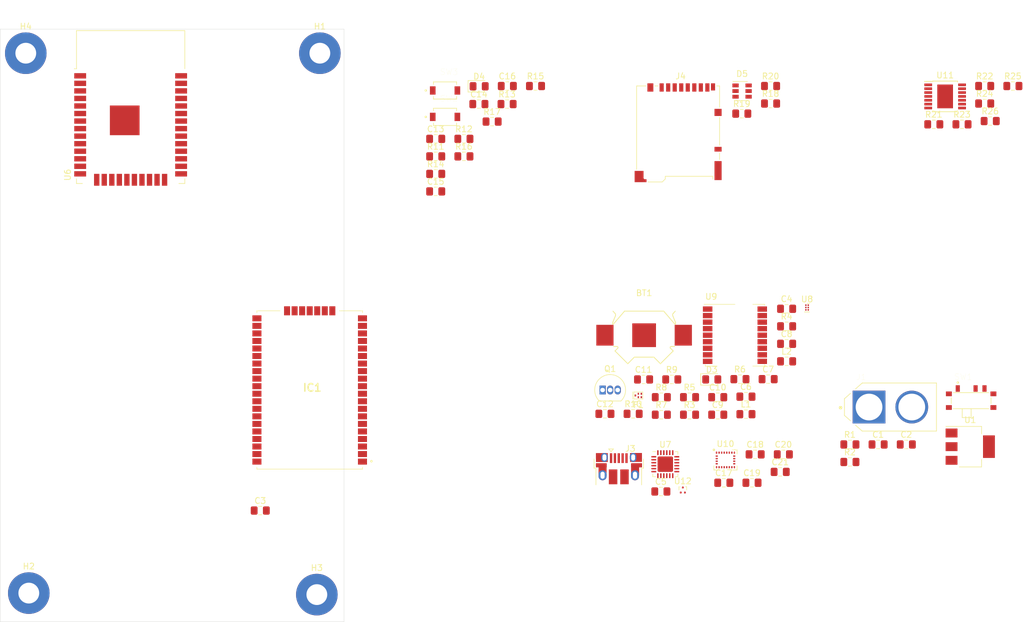
<source format=kicad_pcb>
(kicad_pcb (version 20171130) (host pcbnew "(5.1.5-0-10_14)")

  (general
    (thickness 1.6)
    (drawings 6)
    (tracks 0)
    (zones 0)
    (modules 74)
    (nets 151)
  )

  (page A4)
  (layers
    (0 F.Cu signal)
    (31 B.Cu signal)
    (32 B.Adhes user)
    (33 F.Adhes user)
    (34 B.Paste user)
    (35 F.Paste user)
    (36 B.SilkS user)
    (37 F.SilkS user)
    (38 B.Mask user)
    (39 F.Mask user)
    (40 Dwgs.User user)
    (41 Cmts.User user)
    (42 Eco1.User user)
    (43 Eco2.User user)
    (44 Edge.Cuts user)
    (45 Margin user)
    (46 B.CrtYd user)
    (47 F.CrtYd user)
    (48 B.Fab user)
    (49 F.Fab user hide)
  )

  (setup
    (last_trace_width 0.25)
    (trace_clearance 0.2)
    (zone_clearance 0.508)
    (zone_45_only no)
    (trace_min 0.2)
    (via_size 0.8)
    (via_drill 0.4)
    (via_min_size 0.4)
    (via_min_drill 0.3)
    (uvia_size 0.3)
    (uvia_drill 0.1)
    (uvias_allowed no)
    (uvia_min_size 0.2)
    (uvia_min_drill 0.1)
    (edge_width 0.05)
    (segment_width 0.2)
    (pcb_text_width 0.3)
    (pcb_text_size 1.5 1.5)
    (mod_edge_width 0.12)
    (mod_text_size 1 1)
    (mod_text_width 0.15)
    (pad_size 1.524 1.524)
    (pad_drill 0.762)
    (pad_to_mask_clearance 0.051)
    (solder_mask_min_width 0.25)
    (aux_axis_origin 0 0)
    (visible_elements FFFFFF7F)
    (pcbplotparams
      (layerselection 0x010fc_ffffffff)
      (usegerberextensions false)
      (usegerberattributes false)
      (usegerberadvancedattributes false)
      (creategerberjobfile false)
      (excludeedgelayer true)
      (linewidth 0.100000)
      (plotframeref false)
      (viasonmask false)
      (mode 1)
      (useauxorigin false)
      (hpglpennumber 1)
      (hpglpenspeed 20)
      (hpglpendiameter 15.000000)
      (psnegative false)
      (psa4output false)
      (plotreference true)
      (plotvalue true)
      (plotinvisibletext false)
      (padsonsilk false)
      (subtractmaskfromsilk false)
      (outputformat 1)
      (mirror false)
      (drillshape 1)
      (scaleselection 1)
      (outputdirectory ""))
  )

  (net 0 "")
  (net 1 +BATT)
  (net 2 GND)
  (net 3 +7.5V)
  (net 4 +3V3)
  (net 5 "Net-(C4-Pad1)")
  (net 6 "Net-(C6-Pad1)")
  (net 7 "Net-(C7-Pad2)")
  (net 8 "Net-(C7-Pad1)")
  (net 9 /GPS/VCC_RF)
  (net 10 "Net-(C10-Pad2)")
  (net 11 "Net-(C10-Pad1)")
  (net 12 "Net-(C12-Pad2)")
  (net 13 /GPS/RF_IN)
  (net 14 En)
  (net 15 Flash)
  (net 16 "Net-(C20-Pad1)")
  (net 17 "Net-(C21-Pad1)")
  (net 18 "Net-(D3-Pad2)")
  (net 19 "Net-(D3-Pad1)")
  (net 20 StatusLed)
  (net 21 "Net-(D4-Pad1)")
  (net 22 SD_CS)
  (net 23 SD_MOSI)
  (net 24 "Net-(D5-Pad3)")
  (net 25 SD_MISO)
  (net 26 "Net-(F1-Pad1)")
  (net 27 "Net-(IC1-Pad2)")
  (net 28 "Net-(IC1-Pad3)")
  (net 29 "Net-(IC1-Pad4)")
  (net 30 "Net-(IC1-Pad5)")
  (net 31 Transceiver_RX)
  (net 32 "Net-(IC1-Pad9)")
  (net 33 "Net-(IC1-Pad10)")
  (net 34 "Net-(IC1-Pad11)")
  (net 35 "Net-(IC1-Pad13)")
  (net 36 "Net-(IC1-Pad14)")
  (net 37 "Net-(IC1-Pad15)")
  (net 38 "Net-(IC1-Pad16)")
  (net 39 "Net-(IC1-Pad17)")
  (net 40 "Net-(IC1-Pad18)")
  (net 41 "Net-(IC1-Pad19)")
  (net 42 "Net-(IC1-Pad23)")
  (net 43 "Net-(IC1-Pad25)")
  (net 44 "Net-(IC1-Pad29)")
  (net 45 "Net-(IC1-Pad30)")
  (net 46 "Net-(IC1-Pad31)")
  (net 47 "Net-(IC1-Pad32)")
  (net 48 "Net-(IC1-Pad35)")
  (net 49 "Net-(IC1-Pad36)")
  (net 50 "Net-(IC1-Pad37)")
  (net 51 "Net-(IC1-Pad38)")
  (net 52 "Net-(IC1-Pad39)")
  (net 53 "Net-(IC1-Pad40)")
  (net 54 "Net-(IC1-Pad42)")
  (net 55 "Net-(IC1-Pad43)")
  (net 56 "Net-(IC1-Pad44)")
  (net 57 "Net-(IC1-Pad45)")
  (net 58 "Net-(IC1-Pad46)")
  (net 59 "Net-(D1-Pad1)")
  (net 60 "Net-(J3-Pad5)")
  (net 61 "Net-(J3-Pad3)")
  (net 62 "Net-(J3-Pad2)")
  (net 63 "Net-(J3-Pad1)")
  (net 64 "Net-(J4-Pad8)")
  (net 65 "Net-(J4-Pad1)")
  (net 66 "Net-(L2-Pad1)")
  (net 67 "Net-(Q1-Pad2)")
  (net 68 v_bat_measure)
  (net 69 "Net-(R10-Pad2)")
  (net 70 "Net-(R6-Pad2)")
  (net 71 "Net-(R7-Pad2)")
  (net 72 /GPS/ANT_OFF)
  (net 73 "Net-(R12-Pad2)")
  (net 74 "Net-(R14-Pad2)")
  (net 75 9DofSDA)
  (net 76 9DofSCL)
  (net 77 SD_CLK)
  (net 78 /Charges/charge2Trigger)
  (net 79 /Charges/charge1Trigger)
  (net 80 /Charges/charge2Sense)
  (net 81 "Net-(J7-Pad1)")
  (net 82 "Net-(R24-Pad2)")
  (net 83 /Charges/charge1Sense)
  (net 84 "Net-(J6-Pad1)")
  (net 85 "Net-(R26-Pad2)")
  (net 86 "Net-(SW1-Pad1)")
  (net 87 "Net-(SW1-Pad3)")
  (net 88 USB_RXD0)
  (net 89 USB_TXD0)
  (net 90 "Net-(U6-Pad32)")
  (net 91 Transceiver_TX)
  (net 92 "Net-(U6-Pad26)")
  (net 93 "Net-(U6-Pad24)")
  (net 94 "Net-(U6-Pad22)")
  (net 95 "Net-(U6-Pad21)")
  (net 96 "Net-(U6-Pad20)")
  (net 97 "Net-(U6-Pad19)")
  (net 98 GPS_RX)
  (net 99 GPS_TX)
  (net 100 "Net-(U6-Pad14)")
  (net 101 "Net-(U6-Pad13)")
  (net 102 "Net-(U6-Pad12)")
  (net 103 "Net-(U6-Pad11)")
  (net 104 "Net-(U6-Pad10)")
  (net 105 "Net-(U6-Pad9)")
  (net 106 "Net-(U6-Pad8)")
  (net 107 "Net-(U6-Pad7)")
  (net 108 "Net-(U6-Pad6)")
  (net 109 "Net-(U6-Pad5)")
  (net 110 "Net-(U6-Pad4)")
  (net 111 "Net-(U7-Pad24)")
  (net 112 /Sheet5EF834F9/USB_DTR)
  (net 113 "Net-(U7-Pad22)")
  (net 114 "Net-(U7-Pad19)")
  (net 115 "Net-(U7-Pad18)")
  (net 116 "Net-(U7-Pad17)")
  (net 117 "Net-(U7-Pad16)")
  (net 118 "Net-(U7-Pad15)")
  (net 119 "Net-(U7-Pad14)")
  (net 120 "Net-(U7-Pad13)")
  (net 121 "Net-(U7-Pad12)")
  (net 122 "Net-(U7-Pad11)")
  (net 123 "Net-(U7-Pad10)")
  (net 124 "Net-(U7-Pad9)")
  (net 125 "Net-(U7-Pad8)")
  (net 126 "Net-(U7-Pad1)")
  (net 127 /GPS/PPS)
  (net 128 /GPS/GPS_WAKE_UP)
  (net 129 /GPS/GPS_RESET)
  (net 130 "Net-(U9-Pad18)")
  (net 131 /GPS/GPS_SCL)
  (net 132 /GPS/GPS_SDA)
  (net 133 "Net-(U9-Pad15)")
  (net 134 "Net-(U10-Pad13)")
  (net 135 "Net-(U10-Pad12)")
  (net 136 "Net-(U10-Pad11)")
  (net 137 "Net-(U10-Pad10)")
  (net 138 "Net-(U10-Pad9)")
  (net 139 /9_DOF/9DofSDOM)
  (net 140 /9_DOF/9DofAG)
  (net 141 "Net-(U11-Pad15)")
  (net 142 "Net-(U11-Pad10)")
  (net 143 "Net-(U11-Pad11)")
  (net 144 "Net-(U11-Pad7)")
  (net 145 "Net-(U11-Pad6)")
  (net 146 "Net-(U11-Pad5)")
  (net 147 "Net-(U11-Pad4)")
  (net 148 "Net-(U11-Pad3)")
  (net 149 "Net-(U11-Pad2)")
  (net 150 "Net-(U11-Pad1)")

  (net_class Default "This is the default net class."
    (clearance 0.2)
    (trace_width 0.25)
    (via_dia 0.8)
    (via_drill 0.4)
    (uvia_dia 0.3)
    (uvia_drill 0.1)
    (add_net +3V3)
    (add_net +7.5V)
    (add_net +BATT)
    (add_net /9_DOF/9DofAG)
    (add_net /9_DOF/9DofSDOM)
    (add_net /Charges/charge1Sense)
    (add_net /Charges/charge1Trigger)
    (add_net /Charges/charge2Sense)
    (add_net /Charges/charge2Trigger)
    (add_net /GPS/ANT_OFF)
    (add_net /GPS/GPS_RESET)
    (add_net /GPS/GPS_SCL)
    (add_net /GPS/GPS_SDA)
    (add_net /GPS/GPS_WAKE_UP)
    (add_net /GPS/PPS)
    (add_net /GPS/RF_IN)
    (add_net /GPS/VCC_RF)
    (add_net /Sheet5EF834F9/USB_DTR)
    (add_net 9DofSCL)
    (add_net 9DofSDA)
    (add_net En)
    (add_net Flash)
    (add_net GND)
    (add_net GPS_RX)
    (add_net GPS_TX)
    (add_net "Net-(C10-Pad1)")
    (add_net "Net-(C10-Pad2)")
    (add_net "Net-(C12-Pad2)")
    (add_net "Net-(C20-Pad1)")
    (add_net "Net-(C21-Pad1)")
    (add_net "Net-(C4-Pad1)")
    (add_net "Net-(C6-Pad1)")
    (add_net "Net-(C7-Pad1)")
    (add_net "Net-(C7-Pad2)")
    (add_net "Net-(D1-Pad1)")
    (add_net "Net-(D3-Pad1)")
    (add_net "Net-(D3-Pad2)")
    (add_net "Net-(D4-Pad1)")
    (add_net "Net-(D5-Pad3)")
    (add_net "Net-(F1-Pad1)")
    (add_net "Net-(IC1-Pad10)")
    (add_net "Net-(IC1-Pad11)")
    (add_net "Net-(IC1-Pad13)")
    (add_net "Net-(IC1-Pad14)")
    (add_net "Net-(IC1-Pad15)")
    (add_net "Net-(IC1-Pad16)")
    (add_net "Net-(IC1-Pad17)")
    (add_net "Net-(IC1-Pad18)")
    (add_net "Net-(IC1-Pad19)")
    (add_net "Net-(IC1-Pad2)")
    (add_net "Net-(IC1-Pad23)")
    (add_net "Net-(IC1-Pad25)")
    (add_net "Net-(IC1-Pad29)")
    (add_net "Net-(IC1-Pad3)")
    (add_net "Net-(IC1-Pad30)")
    (add_net "Net-(IC1-Pad31)")
    (add_net "Net-(IC1-Pad32)")
    (add_net "Net-(IC1-Pad35)")
    (add_net "Net-(IC1-Pad36)")
    (add_net "Net-(IC1-Pad37)")
    (add_net "Net-(IC1-Pad38)")
    (add_net "Net-(IC1-Pad39)")
    (add_net "Net-(IC1-Pad4)")
    (add_net "Net-(IC1-Pad40)")
    (add_net "Net-(IC1-Pad42)")
    (add_net "Net-(IC1-Pad43)")
    (add_net "Net-(IC1-Pad44)")
    (add_net "Net-(IC1-Pad45)")
    (add_net "Net-(IC1-Pad46)")
    (add_net "Net-(IC1-Pad5)")
    (add_net "Net-(IC1-Pad9)")
    (add_net "Net-(J3-Pad1)")
    (add_net "Net-(J3-Pad2)")
    (add_net "Net-(J3-Pad3)")
    (add_net "Net-(J3-Pad5)")
    (add_net "Net-(J4-Pad1)")
    (add_net "Net-(J4-Pad8)")
    (add_net "Net-(J6-Pad1)")
    (add_net "Net-(J7-Pad1)")
    (add_net "Net-(L2-Pad1)")
    (add_net "Net-(Q1-Pad2)")
    (add_net "Net-(R10-Pad2)")
    (add_net "Net-(R12-Pad2)")
    (add_net "Net-(R14-Pad2)")
    (add_net "Net-(R24-Pad2)")
    (add_net "Net-(R26-Pad2)")
    (add_net "Net-(R6-Pad2)")
    (add_net "Net-(R7-Pad2)")
    (add_net "Net-(SW1-Pad1)")
    (add_net "Net-(SW1-Pad3)")
    (add_net "Net-(U10-Pad10)")
    (add_net "Net-(U10-Pad11)")
    (add_net "Net-(U10-Pad12)")
    (add_net "Net-(U10-Pad13)")
    (add_net "Net-(U10-Pad9)")
    (add_net "Net-(U11-Pad1)")
    (add_net "Net-(U11-Pad10)")
    (add_net "Net-(U11-Pad11)")
    (add_net "Net-(U11-Pad15)")
    (add_net "Net-(U11-Pad2)")
    (add_net "Net-(U11-Pad3)")
    (add_net "Net-(U11-Pad4)")
    (add_net "Net-(U11-Pad5)")
    (add_net "Net-(U11-Pad6)")
    (add_net "Net-(U11-Pad7)")
    (add_net "Net-(U6-Pad10)")
    (add_net "Net-(U6-Pad11)")
    (add_net "Net-(U6-Pad12)")
    (add_net "Net-(U6-Pad13)")
    (add_net "Net-(U6-Pad14)")
    (add_net "Net-(U6-Pad19)")
    (add_net "Net-(U6-Pad20)")
    (add_net "Net-(U6-Pad21)")
    (add_net "Net-(U6-Pad22)")
    (add_net "Net-(U6-Pad24)")
    (add_net "Net-(U6-Pad26)")
    (add_net "Net-(U6-Pad32)")
    (add_net "Net-(U6-Pad4)")
    (add_net "Net-(U6-Pad5)")
    (add_net "Net-(U6-Pad6)")
    (add_net "Net-(U6-Pad7)")
    (add_net "Net-(U6-Pad8)")
    (add_net "Net-(U6-Pad9)")
    (add_net "Net-(U7-Pad1)")
    (add_net "Net-(U7-Pad10)")
    (add_net "Net-(U7-Pad11)")
    (add_net "Net-(U7-Pad12)")
    (add_net "Net-(U7-Pad13)")
    (add_net "Net-(U7-Pad14)")
    (add_net "Net-(U7-Pad15)")
    (add_net "Net-(U7-Pad16)")
    (add_net "Net-(U7-Pad17)")
    (add_net "Net-(U7-Pad18)")
    (add_net "Net-(U7-Pad19)")
    (add_net "Net-(U7-Pad22)")
    (add_net "Net-(U7-Pad24)")
    (add_net "Net-(U7-Pad8)")
    (add_net "Net-(U7-Pad9)")
    (add_net "Net-(U9-Pad15)")
    (add_net "Net-(U9-Pad18)")
    (add_net SD_CLK)
    (add_net SD_CS)
    (add_net SD_MISO)
    (add_net SD_MOSI)
    (add_net StatusLed)
    (add_net Transceiver_RX)
    (add_net Transceiver_TX)
    (add_net USB_RXD0)
    (add_net USB_TXD0)
    (add_net v_bat_measure)
  )

  (module Package_TO_SOT_SMD:Texas_DRT-3 (layer F.Cu) (tedit 5A02FF57) (tstamp 5F06838E)
    (at 175.684 119.288)
    (descr "Texas Instrument DRT-3 1x0.8mm Pitch 0.7mm http://www.ti.com/lit/ds/symlink/tpd2eusb30.pdf")
    (tags "DRT-3 1x0.8mm Pitch 0.7mm")
    (path /5EF834FA/5F15C012)
    (attr smd)
    (fp_text reference U12 (at 0 -1.5) (layer F.SilkS)
      (effects (font (size 1 1) (thickness 0.15)))
    )
    (fp_text value TPD2EUSB30 (at 0 1.5) (layer F.Fab)
      (effects (font (size 1 1) (thickness 0.15)))
    )
    (fp_line (start -0.5 -0.4) (end 0.5 -0.4) (layer F.Fab) (width 0.1))
    (fp_line (start 0.5 -0.4) (end 0.5 0.4) (layer F.Fab) (width 0.1))
    (fp_line (start 0.5 0.4) (end -0.2 0.4) (layer F.Fab) (width 0.1))
    (fp_line (start -0.5 0.1) (end -0.5 -0.4) (layer F.Fab) (width 0.1))
    (fp_line (start -0.65 0) (end -0.65 -0.55) (layer F.SilkS) (width 0.12))
    (fp_line (start -0.65 -0.55) (end -0.45 -0.55) (layer F.SilkS) (width 0.12))
    (fp_line (start 0.65 0) (end 0.65 -0.55) (layer F.SilkS) (width 0.12))
    (fp_line (start 0.65 -0.55) (end 0.45 -0.55) (layer F.SilkS) (width 0.12))
    (fp_line (start -0.8 -0.7) (end 0.8 -0.7) (layer F.CrtYd) (width 0.05))
    (fp_line (start 0.8 -0.7) (end 0.8 0.7) (layer F.CrtYd) (width 0.05))
    (fp_line (start 0.8 0.7) (end -0.8 0.7) (layer F.CrtYd) (width 0.05))
    (fp_line (start -0.8 0.7) (end -0.8 -0.7) (layer F.CrtYd) (width 0.05))
    (fp_text user %R (at 0 -1.5) (layer F.Fab)
      (effects (font (size 1 1) (thickness 0.15)))
    )
    (fp_line (start -0.5 0.1) (end -0.2 0.4) (layer F.Fab) (width 0.1))
    (pad 3 smd rect (at 0 -0.425) (size 0.3 0.3) (layers F.Cu F.Paste F.Mask)
      (net 2 GND))
    (pad 2 smd rect (at 0.35 0.425) (size 0.3 0.3) (layers F.Cu F.Paste F.Mask)
      (net 62 "Net-(J3-Pad2)"))
    (pad 1 smd rect (at -0.35 0.425) (size 0.3 0.3) (layers F.Cu F.Paste F.Mask)
      (net 61 "Net-(J3-Pad3)"))
    (model ${KISYS3DMOD}/Package_TO_SOT_SMD.3dshapes/Texas_DRT-3.wrl
      (at (xyz 0 0 0))
      (scale (xyz 1 1 1))
      (rotate (xyz 0 0 0))
    )
  )

  (module Package_SO:Infineon_PG-TSDSO-14-22 (layer F.Cu) (tedit 5B05D63C) (tstamp 5F068379)
    (at 219.864 52.998)
    (descr Infineon_PG-TSDSO-14-22)
    (tags "Infineon TSDSO 14-22 ")
    (path /5EFA735D/5F0FC048)
    (attr smd)
    (fp_text reference U11 (at 0 -3.556) (layer F.SilkS)
      (effects (font (size 1 1) (thickness 0.15)))
    )
    (fp_text value BTS7004-1EPP (at 0 3.556) (layer F.Fab)
      (effects (font (size 1 1) (thickness 0.15)))
    )
    (fp_line (start -2.075 -2.525) (end -3.475 -2.525) (layer F.SilkS) (width 0.15))
    (fp_line (start -2.075 2.575) (end 2.075 2.575) (layer F.SilkS) (width 0.15))
    (fp_line (start -2.075 -2.575) (end 2.075 -2.575) (layer F.SilkS) (width 0.15))
    (fp_line (start -2.075 2.575) (end -2.075 2.43) (layer F.SilkS) (width 0.15))
    (fp_line (start 2.075 2.575) (end 2.075 2.43) (layer F.SilkS) (width 0.15))
    (fp_line (start 2.075 -2.575) (end 2.075 -2.43) (layer F.SilkS) (width 0.15))
    (fp_line (start -2.075 -2.575) (end -2.075 -2.525) (layer F.SilkS) (width 0.15))
    (fp_line (start -3.76 2.7) (end 3.76 2.7) (layer F.CrtYd) (width 0.05))
    (fp_line (start -3.76 -2.7) (end 3.76 -2.7) (layer F.CrtYd) (width 0.05))
    (fp_line (start 3.76 -2.7) (end 3.76 2.7) (layer F.CrtYd) (width 0.05))
    (fp_line (start -3.76 -2.7) (end -3.76 2.7) (layer F.CrtYd) (width 0.05))
    (fp_line (start -1.95 -1.45) (end -0.95 -2.45) (layer F.Fab) (width 0.15))
    (fp_line (start -1.95 2.45) (end -1.95 -1.45) (layer F.Fab) (width 0.15))
    (fp_line (start 1.95 2.45) (end -1.95 2.45) (layer F.Fab) (width 0.15))
    (fp_line (start 1.95 -2.45) (end 1.95 2.45) (layer F.Fab) (width 0.15))
    (fp_line (start -0.95 -2.45) (end 1.95 -2.45) (layer F.Fab) (width 0.15))
    (fp_text user %R (at 0 0) (layer F.Fab)
      (effects (font (size 0.9 0.9) (thickness 0.135)))
    )
    (pad "" smd rect (at 0 1.075) (size 2.65 1.85) (layers F.Paste))
    (pad "" smd rect (at 0 -1.075) (size 2.65 1.85) (layers F.Paste))
    (pad 15 smd rect (at 0 0) (size 2.65 4) (layers F.Cu F.Mask)
      (net 141 "Net-(U11-Pad15)"))
    (pad 14 smd rect (at 2.85 -1.95) (size 1.31 0.45) (layers F.Cu F.Paste F.Mask)
      (net 142 "Net-(U11-Pad10)"))
    (pad 13 smd rect (at 2.85 -1.3) (size 1.31 0.45) (layers F.Cu F.Paste F.Mask)
      (net 142 "Net-(U11-Pad10)"))
    (pad 12 smd rect (at 2.85 -0.65) (size 1.31 0.45) (layers F.Cu F.Paste F.Mask)
      (net 142 "Net-(U11-Pad10)"))
    (pad 11 smd rect (at 2.85 0) (size 1.31 0.45) (layers F.Cu F.Paste F.Mask)
      (net 143 "Net-(U11-Pad11)"))
    (pad 10 smd rect (at 2.85 0.65) (size 1.31 0.45) (layers F.Cu F.Paste F.Mask)
      (net 142 "Net-(U11-Pad10)"))
    (pad 9 smd rect (at 2.85 1.3) (size 1.31 0.45) (layers F.Cu F.Paste F.Mask)
      (net 142 "Net-(U11-Pad10)"))
    (pad 8 smd rect (at 2.85 1.95) (size 1.31 0.45) (layers F.Cu F.Paste F.Mask)
      (net 142 "Net-(U11-Pad10)"))
    (pad 7 smd rect (at -2.85 1.95) (size 1.31 0.45) (layers F.Cu F.Paste F.Mask)
      (net 144 "Net-(U11-Pad7)"))
    (pad 6 smd rect (at -2.85 1.3) (size 1.31 0.45) (layers F.Cu F.Paste F.Mask)
      (net 145 "Net-(U11-Pad6)"))
    (pad 5 smd rect (at -2.85 0.65) (size 1.31 0.45) (layers F.Cu F.Paste F.Mask)
      (net 146 "Net-(U11-Pad5)"))
    (pad 4 smd rect (at -2.845 0) (size 1.31 0.45) (layers F.Cu F.Paste F.Mask)
      (net 147 "Net-(U11-Pad4)"))
    (pad 3 smd rect (at -2.85 -0.65) (size 1.31 0.45) (layers F.Cu F.Paste F.Mask)
      (net 148 "Net-(U11-Pad3)"))
    (pad 2 smd rect (at -2.85 -1.3) (size 1.31 0.45) (layers F.Cu F.Paste F.Mask)
      (net 149 "Net-(U11-Pad2)"))
    (pad 1 smd rect (at -2.85 -1.95) (size 1.31 0.45) (layers F.Cu F.Paste F.Mask)
      (net 150 "Net-(U11-Pad1)"))
    (model ${KISYS3DMOD}/Package_SO.3dshapes/Infineon_PG-TSDSO-14-22.wrl
      (at (xyz 0 0 0))
      (scale (xyz 1 1 1))
      (rotate (xyz 0 0 0))
    )
  )

  (module Package_LGA:LGA-24L_3x3.5mm_P0.43mm (layer F.Cu) (tedit 5A02F217) (tstamp 5F068353)
    (at 182.869 114.223)
    (descr "LGA 24L 3x3.5mm Pitch 0.43mm")
    (tags "LGA 24L 3x3.5mm Pitch 0.43mm")
    (path /5F07F54B/5F07FF21)
    (attr smd)
    (fp_text reference U10 (at 0 -2.7) (layer F.SilkS)
      (effects (font (size 1 1) (thickness 0.15)))
    )
    (fp_text value LSM9DS1 (at 0 2.8) (layer F.Fab)
      (effects (font (size 1 1) (thickness 0.15)))
    )
    (fp_line (start -1.2 1.7) (end -1.95 1.7) (layer F.SilkS) (width 0.12))
    (fp_line (start 1.95 1) (end 1.95 1.7) (layer F.SilkS) (width 0.12))
    (fp_line (start -1.75 -1.5) (end 1.75 -1.5) (layer F.Fab) (width 0.1))
    (fp_line (start 1.75 -1.5) (end 1.75 1.5) (layer F.Fab) (width 0.1))
    (fp_line (start 1.75 1.5) (end -1.75 1.5) (layer F.Fab) (width 0.1))
    (fp_line (start -1.75 1.5) (end -1.75 -1.5) (layer F.Fab) (width 0.1))
    (fp_circle (center -1.3 -1) (end -1.3 -0.85) (layer F.Fab) (width 0.1))
    (fp_line (start 1.2 -1.7) (end 1.95 -1.7) (layer F.SilkS) (width 0.12))
    (fp_line (start 1.95 -1.7) (end 1.95 -1) (layer F.SilkS) (width 0.12))
    (fp_line (start 1.95 1.7) (end 1.2 1.7) (layer F.SilkS) (width 0.12))
    (fp_line (start -1.95 1.7) (end -1.95 1) (layer F.SilkS) (width 0.12))
    (fp_circle (center -1.95 -1.7) (end -1.8 -1.7) (layer F.SilkS) (width 0.12))
    (fp_line (start -2.1 -1.85) (end 2.1 -1.85) (layer F.CrtYd) (width 0.05))
    (fp_line (start 2.1 -1.85) (end 2.1 1.85) (layer F.CrtYd) (width 0.05))
    (fp_line (start 2.1 1.85) (end -2.1 1.85) (layer F.CrtYd) (width 0.05))
    (fp_line (start -2.1 1.85) (end -2.1 -1.85) (layer F.CrtYd) (width 0.05))
    (fp_circle (center -1.3 -1) (end -1.3 -0.95) (layer F.Fab) (width 0.1))
    (fp_circle (center -1.95 -1.7) (end -1.89 -1.7) (layer F.SilkS) (width 0.12))
    (fp_text user %R (at 0 -2.7) (layer F.Fab)
      (effects (font (size 1 1) (thickness 0.15)))
    )
    (pad 13 smd rect (at 1.505 1.225) (size 0.23 0.35) (layers F.Cu F.Paste F.Mask)
      (net 134 "Net-(U10-Pad13)"))
    (pad 12 smd rect (at 1.075 1.225) (size 0.23 0.35) (layers F.Cu F.Paste F.Mask)
      (net 135 "Net-(U10-Pad12)"))
    (pad 11 smd rect (at 0.645 1.225) (size 0.23 0.35) (layers F.Cu F.Paste F.Mask)
      (net 136 "Net-(U10-Pad11)"))
    (pad 10 smd rect (at 0.215 1.225) (size 0.23 0.35) (layers F.Cu F.Paste F.Mask)
      (net 137 "Net-(U10-Pad10)"))
    (pad 9 smd rect (at -0.215 1.225) (size 0.23 0.35) (layers F.Cu F.Paste F.Mask)
      (net 138 "Net-(U10-Pad9)"))
    (pad 8 smd rect (at -0.645 1.225) (size 0.23 0.35) (layers F.Cu F.Paste F.Mask)
      (net 4 +3V3))
    (pad 7 smd rect (at -1.075 1.225) (size 0.23 0.35) (layers F.Cu F.Paste F.Mask)
      (net 4 +3V3))
    (pad 6 smd rect (at -1.505 1.225) (size 0.23 0.35) (layers F.Cu F.Paste F.Mask)
      (net 139 /9_DOF/9DofSDOM))
    (pad 18 smd rect (at 1.505 -1.225) (size 0.23 0.35) (layers F.Cu F.Paste F.Mask)
      (net 2 GND))
    (pad 19 smd rect (at 1.075 -1.225) (size 0.23 0.35) (layers F.Cu F.Paste F.Mask)
      (net 2 GND))
    (pad 20 smd rect (at 0.645 -1.225) (size 0.23 0.35) (layers F.Cu F.Paste F.Mask)
      (net 2 GND))
    (pad 21 smd rect (at 0.215 -1.225) (size 0.23 0.35) (layers F.Cu F.Paste F.Mask)
      (net 16 "Net-(C20-Pad1)"))
    (pad 22 smd rect (at -0.215 -1.225) (size 0.23 0.35) (layers F.Cu F.Paste F.Mask)
      (net 4 +3V3))
    (pad 23 smd rect (at -0.645 -1.225) (size 0.23 0.35) (layers F.Cu F.Paste F.Mask)
      (net 4 +3V3))
    (pad 24 smd rect (at -1.075 -1.225) (size 0.23 0.35) (layers F.Cu F.Paste F.Mask)
      (net 17 "Net-(C21-Pad1)"))
    (pad 14 smd rect (at 1.475 0.645) (size 0.35 0.23) (layers F.Cu F.Paste F.Mask)
      (net 2 GND))
    (pad 5 smd rect (at -1.475 0.645) (size 0.35 0.23) (layers F.Cu F.Paste F.Mask)
      (net 140 /9_DOF/9DofAG))
    (pad 15 smd rect (at 1.475 0.215) (size 0.35 0.23) (layers F.Cu F.Paste F.Mask)
      (net 2 GND))
    (pad 4 smd rect (at -1.475 0.215) (size 0.35 0.23) (layers F.Cu F.Paste F.Mask)
      (net 75 9DofSDA))
    (pad 16 smd rect (at 1.475 -0.215) (size 0.35 0.23) (layers F.Cu F.Paste F.Mask)
      (net 2 GND))
    (pad 3 smd rect (at -1.475 -0.215) (size 0.35 0.23) (layers F.Cu F.Paste F.Mask)
      (net 4 +3V3))
    (pad 17 smd rect (at 1.475 -0.645) (size 0.35 0.23) (layers F.Cu F.Paste F.Mask)
      (net 2 GND))
    (pad 2 smd rect (at -1.475 -0.645) (size 0.35 0.23) (layers F.Cu F.Paste F.Mask)
      (net 76 9DofSCL))
    (pad 1 smd rect (at -1.505 -1.225) (size 0.23 0.35) (layers F.Cu F.Paste F.Mask)
      (net 4 +3V3))
    (model ${KISYS3DMOD}/Package_LGA.3dshapes/LGA-24L_3x3.5mm_P0.43mm.wrl
      (at (xyz 0 0 0))
      (scale (xyz 1 1 1))
      (rotate (xyz 0 0 0))
    )
  )

  (module local-footprints:TESEO_LIV3F_SMD (layer F.Cu) (tedit 5B7C27CC) (tstamp 5F068324)
    (at 184.464 93.218)
    (tags "GNSS Module")
    (path /5EF7F258/5F065AA4)
    (attr smd)
    (fp_text reference U9 (at -4 -6.5) (layer F.SilkS)
      (effects (font (size 1 1) (thickness 0.15)))
    )
    (fp_text value TESEO-LIV3F (at 0 6.5) (layer F.Fab)
      (effects (font (size 1 1) (thickness 0.15)))
    )
    (fp_circle (center -3.117158 -4.4) (end -3.317158 -4.6) (layer F.Fab) (width 0.15))
    (fp_line (start -4.85 -5.05) (end 4.85 -5.05) (layer F.Fab) (width 0.12))
    (fp_line (start 4.85 5.05) (end 4.85 -5.05) (layer F.Fab) (width 0.12))
    (fp_line (start -4.85 5.05) (end 4.85 5.05) (layer F.Fab) (width 0.12))
    (fp_line (start -4.85 5.05) (end -4.85 -5.05) (layer F.Fab) (width 0.12))
    (fp_text user %R (at 0.2 0) (layer F.Fab)
      (effects (font (size 1 1) (thickness 0.15)))
    )
    (fp_line (start -5.2 -5.2) (end 0 -5.2) (layer F.SilkS) (width 0.1))
    (fp_line (start 3 5.2) (end 5 5.2) (layer F.SilkS) (width 0.1))
    (fp_line (start -5.8 -5.4) (end 5.8 -5.4) (layer F.CrtYd) (width 0.05))
    (fp_line (start 5.8 -5.4) (end 5.8 5.4) (layer F.CrtYd) (width 0.05))
    (fp_line (start -5.8 5.4) (end 5.8 5.4) (layer F.CrtYd) (width 0.05))
    (fp_line (start -5.8 5.4) (end -5.8 -5.4) (layer F.CrtYd) (width 0.05))
    (fp_line (start 5 5.2) (end 5 5) (layer F.SilkS) (width 0.1))
    (fp_line (start -5 5.2) (end -3 5.2) (layer F.SilkS) (width 0.1))
    (fp_line (start -5 5.2) (end -5 5) (layer F.SilkS) (width 0.1))
    (fp_line (start 3 -5.2) (end 5 -5.2) (layer F.SilkS) (width 0.1))
    (fp_line (start 5 -5.2) (end 5 -5) (layer F.SilkS) (width 0.1))
    (pad 1 smd rect (at -4.6 -4.4) (size 1.6 0.9) (layers F.Cu F.Paste F.Mask)
      (net 2 GND))
    (pad 2 smd rect (at -4.6 -3.3) (size 1.6 0.9) (layers F.Cu F.Paste F.Mask)
      (net 99 GPS_TX))
    (pad 3 smd rect (at -4.6 -2.2) (size 1.6 0.9) (layers F.Cu F.Paste F.Mask)
      (net 98 GPS_RX))
    (pad 4 smd rect (at -4.6 -1.1) (size 1.6 0.9) (layers F.Cu F.Paste F.Mask)
      (net 127 /GPS/PPS))
    (pad 5 smd rect (at -4.6 0) (size 1.6 0.9) (layers F.Cu F.Paste F.Mask)
      (net 128 /GPS/GPS_WAKE_UP))
    (pad 6 smd rect (at -4.6 1.1) (size 1.6 0.9) (layers F.Cu F.Paste F.Mask)
      (net 1 +BATT))
    (pad 7 smd rect (at -4.6 2.2) (size 1.6 0.9) (layers F.Cu F.Paste F.Mask)
      (net 4 +3V3))
    (pad 8 smd rect (at -4.6 3.3) (size 1.6 0.9) (layers F.Cu F.Paste F.Mask)
      (net 4 +3V3))
    (pad 9 smd rect (at -4.6 4.4) (size 1.6 0.9) (layers F.Cu F.Paste F.Mask)
      (net 129 /GPS/GPS_RESET))
    (pad 18 smd rect (at 4.6 -4.4) (size 1.6 0.9) (layers F.Cu F.Paste F.Mask)
      (net 130 "Net-(U9-Pad18)"))
    (pad 17 smd rect (at 4.6 -3.3) (size 1.6 0.9) (layers F.Cu F.Paste F.Mask)
      (net 131 /GPS/GPS_SCL))
    (pad 16 smd rect (at 4.6 -2.2) (size 1.6 0.9) (layers F.Cu F.Paste F.Mask)
      (net 132 /GPS/GPS_SDA))
    (pad 15 smd rect (at 4.6 -1.1) (size 1.6 0.9) (layers F.Cu F.Paste F.Mask)
      (net 133 "Net-(U9-Pad15)"))
    (pad 14 smd rect (at 4.6 0) (size 1.6 0.9) (layers F.Cu F.Paste F.Mask)
      (net 9 /GPS/VCC_RF))
    (pad 13 smd rect (at 4.6 1.1) (size 1.6 0.9) (layers F.Cu F.Paste F.Mask)
      (net 72 /GPS/ANT_OFF))
    (pad 12 smd rect (at 4.6 2.2) (size 1.6 0.9) (layers F.Cu F.Paste F.Mask)
      (net 2 GND))
    (pad 11 smd rect (at 4.6 3.3) (size 1.6 0.9) (layers F.Cu F.Paste F.Mask)
      (net 13 /GPS/RF_IN))
    (pad 10 smd rect (at 4.6 4.4) (size 1.6 0.9) (layers F.Cu F.Paste F.Mask)
      (net 2 GND))
    (model ${KISYS3DMOD}/RF_Module.3dshapes/HOPERF_RFM9XW_SMD.wrl
      (at (xyz 0 0 0))
      (scale (xyz 1 1 1))
      (rotate (xyz 0 0 0))
    )
  )

  (module local-footprints:TSNP-6_0.8x0.7mm_P0.4mm (layer F.Cu) (tedit 5B9DA20D) (tstamp 5F0682FD)
    (at 196.614 88.553)
    (descr "6-Lead Plastic TSNP (0.8mm x 0.7mm) ")
    (tags "TSNP 0.4")
    (path /5EF7F258/5F068BDC)
    (attr smd)
    (fp_text reference U8 (at 0 -1.4) (layer F.SilkS)
      (effects (font (size 1 1) (thickness 0.15)))
    )
    (fp_text value BGA725L6 (at 0 1.5) (layer F.Fab)
      (effects (font (size 1 1) (thickness 0.15)))
    )
    (fp_line (start 0.55 0.75) (end -0.55 0.75) (layer F.CrtYd) (width 0.05))
    (fp_line (start 0.55 0.75) (end 0.55 -0.7) (layer F.CrtYd) (width 0.05))
    (fp_line (start -0.55 -0.7) (end -0.55 0.75) (layer F.CrtYd) (width 0.05))
    (fp_line (start -0.55 -0.7) (end 0.55 -0.7) (layer F.CrtYd) (width 0.05))
    (fp_line (start -0.4 -0.25) (end -0.4 0.6) (layer F.Fab) (width 0.12))
    (fp_line (start -0.1 -0.55) (end -0.4 -0.25) (layer F.Fab) (width 0.12))
    (fp_line (start 0.4 -0.55) (end -0.1 -0.55) (layer F.Fab) (width 0.12))
    (fp_line (start 0.4 0.6) (end 0.4 -0.55) (layer F.Fab) (width 0.12))
    (fp_line (start -0.4 0.6) (end 0.4 0.6) (layer F.Fab) (width 0.12))
    (fp_line (start -0.45 0.75) (end 0.4 0.75) (layer F.SilkS) (width 0.12))
    (fp_line (start 0 -0.7) (end 0.4 -0.7) (layer F.SilkS) (width 0.12))
    (fp_text user %R (at 0 0 -90) (layer F.Fab)
      (effects (font (size 0.5 0.5) (thickness 0.075)))
    )
    (pad 6 smd rect (at 0.2 -0.4) (size 0.245 0.245) (layers F.Cu F.Paste F.Mask)
      (net 72 /GPS/ANT_OFF))
    (pad 5 smd rect (at 0.2 0) (size 0.245 0.245) (layers F.Cu F.Paste F.Mask)
      (net 66 "Net-(L2-Pad1)"))
    (pad 4 smd rect (at 0.2 0.4) (size 0.245 0.245) (layers F.Cu F.Paste F.Mask)
      (net 2 GND))
    (pad 3 smd rect (at -0.2 0.4) (size 0.245 0.245) (layers F.Cu F.Paste F.Mask)
      (net 26 "Net-(F1-Pad1)"))
    (pad 2 smd rect (at -0.2 0) (size 0.245 0.245) (layers F.Cu F.Paste F.Mask)
      (net 9 /GPS/VCC_RF))
    (pad 1 smd rect (at -0.2 -0.4) (size 0.245 0.245) (layers F.Cu F.Paste F.Mask)
      (net 2 GND))
    (model ${KISYS3DMOD}/Package_DFN_QFN.3dshapes/DFN-6_1.3x1.2mm_P0.4mm.wrl
      (at (xyz 0 0 0))
      (scale (xyz 1 1 1))
      (rotate (xyz 0 0 0))
    )
  )

  (module Package_DFN_QFN:QFN-24-1EP_4x4mm_P0.5mm_EP2.6x2.6mm (layer F.Cu) (tedit 5C1FD453) (tstamp 5F0682E7)
    (at 172.734 114.938)
    (descr "QFN, 24 Pin (http://ww1.microchip.com/downloads/en/PackagingSpec/00000049BQ.pdf#page=278), generated with kicad-footprint-generator ipc_dfn_qfn_generator.py")
    (tags "QFN DFN_QFN")
    (path /5EF834FA/5EF9CD80)
    (attr smd)
    (fp_text reference U7 (at 0 -3.3) (layer F.SilkS)
      (effects (font (size 1 1) (thickness 0.15)))
    )
    (fp_text value CP2104 (at 0 3.3) (layer F.Fab)
      (effects (font (size 1 1) (thickness 0.15)))
    )
    (fp_text user %R (at 0 0) (layer F.Fab)
      (effects (font (size 1 1) (thickness 0.15)))
    )
    (fp_line (start 2.6 -2.6) (end -2.6 -2.6) (layer F.CrtYd) (width 0.05))
    (fp_line (start 2.6 2.6) (end 2.6 -2.6) (layer F.CrtYd) (width 0.05))
    (fp_line (start -2.6 2.6) (end 2.6 2.6) (layer F.CrtYd) (width 0.05))
    (fp_line (start -2.6 -2.6) (end -2.6 2.6) (layer F.CrtYd) (width 0.05))
    (fp_line (start -2 -1) (end -1 -2) (layer F.Fab) (width 0.1))
    (fp_line (start -2 2) (end -2 -1) (layer F.Fab) (width 0.1))
    (fp_line (start 2 2) (end -2 2) (layer F.Fab) (width 0.1))
    (fp_line (start 2 -2) (end 2 2) (layer F.Fab) (width 0.1))
    (fp_line (start -1 -2) (end 2 -2) (layer F.Fab) (width 0.1))
    (fp_line (start -1.635 -2.11) (end -2.11 -2.11) (layer F.SilkS) (width 0.12))
    (fp_line (start 2.11 2.11) (end 2.11 1.635) (layer F.SilkS) (width 0.12))
    (fp_line (start 1.635 2.11) (end 2.11 2.11) (layer F.SilkS) (width 0.12))
    (fp_line (start -2.11 2.11) (end -2.11 1.635) (layer F.SilkS) (width 0.12))
    (fp_line (start -1.635 2.11) (end -2.11 2.11) (layer F.SilkS) (width 0.12))
    (fp_line (start 2.11 -2.11) (end 2.11 -1.635) (layer F.SilkS) (width 0.12))
    (fp_line (start 1.635 -2.11) (end 2.11 -2.11) (layer F.SilkS) (width 0.12))
    (pad 24 smd roundrect (at -1.25 -1.9375) (size 0.25 0.825) (layers F.Cu F.Paste F.Mask) (roundrect_rratio 0.25)
      (net 111 "Net-(U7-Pad24)"))
    (pad 23 smd roundrect (at -0.75 -1.9375) (size 0.25 0.825) (layers F.Cu F.Paste F.Mask) (roundrect_rratio 0.25)
      (net 112 /Sheet5EF834F9/USB_DTR))
    (pad 22 smd roundrect (at -0.25 -1.9375) (size 0.25 0.825) (layers F.Cu F.Paste F.Mask) (roundrect_rratio 0.25)
      (net 113 "Net-(U7-Pad22)"))
    (pad 21 smd roundrect (at 0.25 -1.9375) (size 0.25 0.825) (layers F.Cu F.Paste F.Mask) (roundrect_rratio 0.25)
      (net 89 USB_TXD0))
    (pad 20 smd roundrect (at 0.75 -1.9375) (size 0.25 0.825) (layers F.Cu F.Paste F.Mask) (roundrect_rratio 0.25)
      (net 88 USB_RXD0))
    (pad 19 smd roundrect (at 1.25 -1.9375) (size 0.25 0.825) (layers F.Cu F.Paste F.Mask) (roundrect_rratio 0.25)
      (net 114 "Net-(U7-Pad19)"))
    (pad 18 smd roundrect (at 1.9375 -1.25) (size 0.825 0.25) (layers F.Cu F.Paste F.Mask) (roundrect_rratio 0.25)
      (net 115 "Net-(U7-Pad18)"))
    (pad 17 smd roundrect (at 1.9375 -0.75) (size 0.825 0.25) (layers F.Cu F.Paste F.Mask) (roundrect_rratio 0.25)
      (net 116 "Net-(U7-Pad17)"))
    (pad 16 smd roundrect (at 1.9375 -0.25) (size 0.825 0.25) (layers F.Cu F.Paste F.Mask) (roundrect_rratio 0.25)
      (net 117 "Net-(U7-Pad16)"))
    (pad 15 smd roundrect (at 1.9375 0.25) (size 0.825 0.25) (layers F.Cu F.Paste F.Mask) (roundrect_rratio 0.25)
      (net 118 "Net-(U7-Pad15)"))
    (pad 14 smd roundrect (at 1.9375 0.75) (size 0.825 0.25) (layers F.Cu F.Paste F.Mask) (roundrect_rratio 0.25)
      (net 119 "Net-(U7-Pad14)"))
    (pad 13 smd roundrect (at 1.9375 1.25) (size 0.825 0.25) (layers F.Cu F.Paste F.Mask) (roundrect_rratio 0.25)
      (net 120 "Net-(U7-Pad13)"))
    (pad 12 smd roundrect (at 1.25 1.9375) (size 0.25 0.825) (layers F.Cu F.Paste F.Mask) (roundrect_rratio 0.25)
      (net 121 "Net-(U7-Pad12)"))
    (pad 11 smd roundrect (at 0.75 1.9375) (size 0.25 0.825) (layers F.Cu F.Paste F.Mask) (roundrect_rratio 0.25)
      (net 122 "Net-(U7-Pad11)"))
    (pad 10 smd roundrect (at 0.25 1.9375) (size 0.25 0.825) (layers F.Cu F.Paste F.Mask) (roundrect_rratio 0.25)
      (net 123 "Net-(U7-Pad10)"))
    (pad 9 smd roundrect (at -0.25 1.9375) (size 0.25 0.825) (layers F.Cu F.Paste F.Mask) (roundrect_rratio 0.25)
      (net 124 "Net-(U7-Pad9)"))
    (pad 8 smd roundrect (at -0.75 1.9375) (size 0.25 0.825) (layers F.Cu F.Paste F.Mask) (roundrect_rratio 0.25)
      (net 125 "Net-(U7-Pad8)"))
    (pad 7 smd roundrect (at -1.25 1.9375) (size 0.25 0.825) (layers F.Cu F.Paste F.Mask) (roundrect_rratio 0.25)
      (net 4 +3V3))
    (pad 6 smd roundrect (at -1.9375 1.25) (size 0.825 0.25) (layers F.Cu F.Paste F.Mask) (roundrect_rratio 0.25)
      (net 4 +3V3))
    (pad 5 smd roundrect (at -1.9375 0.75) (size 0.825 0.25) (layers F.Cu F.Paste F.Mask) (roundrect_rratio 0.25)
      (net 4 +3V3))
    (pad 4 smd roundrect (at -1.9375 0.25) (size 0.825 0.25) (layers F.Cu F.Paste F.Mask) (roundrect_rratio 0.25)
      (net 61 "Net-(J3-Pad3)"))
    (pad 3 smd roundrect (at -1.9375 -0.25) (size 0.825 0.25) (layers F.Cu F.Paste F.Mask) (roundrect_rratio 0.25)
      (net 62 "Net-(J3-Pad2)"))
    (pad 2 smd roundrect (at -1.9375 -0.75) (size 0.825 0.25) (layers F.Cu F.Paste F.Mask) (roundrect_rratio 0.25)
      (net 2 GND))
    (pad 1 smd roundrect (at -1.9375 -1.25) (size 0.825 0.25) (layers F.Cu F.Paste F.Mask) (roundrect_rratio 0.25)
      (net 126 "Net-(U7-Pad1)"))
    (pad "" smd roundrect (at 0.65 0.65) (size 1.05 1.05) (layers F.Paste) (roundrect_rratio 0.238095))
    (pad "" smd roundrect (at 0.65 -0.65) (size 1.05 1.05) (layers F.Paste) (roundrect_rratio 0.238095))
    (pad "" smd roundrect (at -0.65 0.65) (size 1.05 1.05) (layers F.Paste) (roundrect_rratio 0.238095))
    (pad "" smd roundrect (at -0.65 -0.65) (size 1.05 1.05) (layers F.Paste) (roundrect_rratio 0.238095))
    (pad 25 smd roundrect (at 0 0) (size 2.6 2.6) (layers F.Cu F.Mask) (roundrect_rratio 0.096154)
      (net 2 GND))
    (model ${KISYS3DMOD}/Package_DFN_QFN.3dshapes/QFN-24-1EP_4x4mm_P0.5mm_EP2.6x2.6mm.wrl
      (at (xyz 0 0 0))
      (scale (xyz 1 1 1))
      (rotate (xyz 0 0 0))
    )
  )

  (module RF_Module:ESP32-WROOM-32 (layer F.Cu) (tedit 5B5B4654) (tstamp 5F0682B5)
    (at 82.686 57.785)
    (descr "Single 2.4 GHz Wi-Fi and Bluetooth combo chip https://www.espressif.com/sites/default/files/documentation/esp32-wroom-32_datasheet_en.pdf")
    (tags "Single 2.4 GHz Wi-Fi and Bluetooth combo  chip")
    (path /5EF7F634/5EF7F95B)
    (attr smd)
    (fp_text reference U6 (at -10.61 8.43 90) (layer F.SilkS)
      (effects (font (size 1 1) (thickness 0.15)))
    )
    (fp_text value ESP32-WROOM-32D (at 0 11.5) (layer F.Fab)
      (effects (font (size 1 1) (thickness 0.15)))
    )
    (fp_line (start -9.12 -9.445) (end -9.5 -9.445) (layer F.SilkS) (width 0.12))
    (fp_line (start -9.12 -15.865) (end -9.12 -9.445) (layer F.SilkS) (width 0.12))
    (fp_line (start 9.12 -15.865) (end 9.12 -9.445) (layer F.SilkS) (width 0.12))
    (fp_line (start -9.12 -15.865) (end 9.12 -15.865) (layer F.SilkS) (width 0.12))
    (fp_line (start 9.12 9.88) (end 8.12 9.88) (layer F.SilkS) (width 0.12))
    (fp_line (start 9.12 9.1) (end 9.12 9.88) (layer F.SilkS) (width 0.12))
    (fp_line (start -9.12 9.88) (end -8.12 9.88) (layer F.SilkS) (width 0.12))
    (fp_line (start -9.12 9.1) (end -9.12 9.88) (layer F.SilkS) (width 0.12))
    (fp_line (start 8.4 -20.6) (end 8.2 -20.4) (layer Cmts.User) (width 0.1))
    (fp_line (start 8.4 -16) (end 8.4 -20.6) (layer Cmts.User) (width 0.1))
    (fp_line (start 8.4 -20.6) (end 8.6 -20.4) (layer Cmts.User) (width 0.1))
    (fp_line (start 8.4 -16) (end 8.6 -16.2) (layer Cmts.User) (width 0.1))
    (fp_line (start 8.4 -16) (end 8.2 -16.2) (layer Cmts.User) (width 0.1))
    (fp_line (start -9.2 -13.875) (end -9.4 -14.075) (layer Cmts.User) (width 0.1))
    (fp_line (start -13.8 -13.875) (end -9.2 -13.875) (layer Cmts.User) (width 0.1))
    (fp_line (start -9.2 -13.875) (end -9.4 -13.675) (layer Cmts.User) (width 0.1))
    (fp_line (start -13.8 -13.875) (end -13.6 -13.675) (layer Cmts.User) (width 0.1))
    (fp_line (start -13.8 -13.875) (end -13.6 -14.075) (layer Cmts.User) (width 0.1))
    (fp_line (start 9.2 -13.875) (end 9.4 -13.675) (layer Cmts.User) (width 0.1))
    (fp_line (start 9.2 -13.875) (end 9.4 -14.075) (layer Cmts.User) (width 0.1))
    (fp_line (start 13.8 -13.875) (end 13.6 -13.675) (layer Cmts.User) (width 0.1))
    (fp_line (start 13.8 -13.875) (end 13.6 -14.075) (layer Cmts.User) (width 0.1))
    (fp_line (start 9.2 -13.875) (end 13.8 -13.875) (layer Cmts.User) (width 0.1))
    (fp_line (start 14 -11.585) (end 12 -9.97) (layer Dwgs.User) (width 0.1))
    (fp_line (start 14 -13.2) (end 10 -9.97) (layer Dwgs.User) (width 0.1))
    (fp_line (start 14 -14.815) (end 8 -9.97) (layer Dwgs.User) (width 0.1))
    (fp_line (start 14 -16.43) (end 6 -9.97) (layer Dwgs.User) (width 0.1))
    (fp_line (start 14 -18.045) (end 4 -9.97) (layer Dwgs.User) (width 0.1))
    (fp_line (start 14 -19.66) (end 2 -9.97) (layer Dwgs.User) (width 0.1))
    (fp_line (start 13.475 -20.75) (end 0 -9.97) (layer Dwgs.User) (width 0.1))
    (fp_line (start 11.475 -20.75) (end -2 -9.97) (layer Dwgs.User) (width 0.1))
    (fp_line (start 9.475 -20.75) (end -4 -9.97) (layer Dwgs.User) (width 0.1))
    (fp_line (start 7.475 -20.75) (end -6 -9.97) (layer Dwgs.User) (width 0.1))
    (fp_line (start -8 -9.97) (end 5.475 -20.75) (layer Dwgs.User) (width 0.1))
    (fp_line (start 3.475 -20.75) (end -10 -9.97) (layer Dwgs.User) (width 0.1))
    (fp_line (start 1.475 -20.75) (end -12 -9.97) (layer Dwgs.User) (width 0.1))
    (fp_line (start -0.525 -20.75) (end -14 -9.97) (layer Dwgs.User) (width 0.1))
    (fp_line (start -2.525 -20.75) (end -14 -11.585) (layer Dwgs.User) (width 0.1))
    (fp_line (start -4.525 -20.75) (end -14 -13.2) (layer Dwgs.User) (width 0.1))
    (fp_line (start -6.525 -20.75) (end -14 -14.815) (layer Dwgs.User) (width 0.1))
    (fp_line (start -8.525 -20.75) (end -14 -16.43) (layer Dwgs.User) (width 0.1))
    (fp_line (start -10.525 -20.75) (end -14 -18.045) (layer Dwgs.User) (width 0.1))
    (fp_line (start -12.525 -20.75) (end -14 -19.66) (layer Dwgs.User) (width 0.1))
    (fp_line (start 9.75 -9.72) (end 14.25 -9.72) (layer F.CrtYd) (width 0.05))
    (fp_line (start -14.25 -9.72) (end -9.75 -9.72) (layer F.CrtYd) (width 0.05))
    (fp_line (start 14.25 -21) (end 14.25 -9.72) (layer F.CrtYd) (width 0.05))
    (fp_line (start -14.25 -21) (end -14.25 -9.72) (layer F.CrtYd) (width 0.05))
    (fp_line (start 14 -20.75) (end -14 -20.75) (layer Dwgs.User) (width 0.1))
    (fp_line (start 14 -9.97) (end 14 -20.75) (layer Dwgs.User) (width 0.1))
    (fp_line (start 14 -9.97) (end -14 -9.97) (layer Dwgs.User) (width 0.1))
    (fp_line (start -9 -9.02) (end -8.5 -9.52) (layer F.Fab) (width 0.1))
    (fp_line (start -8.5 -9.52) (end -9 -10.02) (layer F.Fab) (width 0.1))
    (fp_line (start -9 -9.02) (end -9 9.76) (layer F.Fab) (width 0.1))
    (fp_line (start -14.25 -21) (end 14.25 -21) (layer F.CrtYd) (width 0.05))
    (fp_line (start 9.75 -9.72) (end 9.75 10.5) (layer F.CrtYd) (width 0.05))
    (fp_line (start -9.75 10.5) (end 9.75 10.5) (layer F.CrtYd) (width 0.05))
    (fp_line (start -9.75 10.5) (end -9.75 -9.72) (layer F.CrtYd) (width 0.05))
    (fp_line (start -9 -15.745) (end 9 -15.745) (layer F.Fab) (width 0.1))
    (fp_line (start -9 -15.745) (end -9 -10.02) (layer F.Fab) (width 0.1))
    (fp_line (start -9 9.76) (end 9 9.76) (layer F.Fab) (width 0.1))
    (fp_line (start 9 9.76) (end 9 -15.745) (layer F.Fab) (width 0.1))
    (fp_line (start -14 -9.97) (end -14 -20.75) (layer Dwgs.User) (width 0.1))
    (fp_text user "5 mm" (at 7.8 -19.075 90) (layer Cmts.User)
      (effects (font (size 0.5 0.5) (thickness 0.1)))
    )
    (fp_text user "5 mm" (at -11.2 -14.375) (layer Cmts.User)
      (effects (font (size 0.5 0.5) (thickness 0.1)))
    )
    (fp_text user "5 mm" (at 11.8 -14.375) (layer Cmts.User)
      (effects (font (size 0.5 0.5) (thickness 0.1)))
    )
    (fp_text user Antenna (at 0 -13) (layer Cmts.User)
      (effects (font (size 1 1) (thickness 0.15)))
    )
    (fp_text user "KEEP-OUT ZONE" (at 0 -19) (layer Cmts.User)
      (effects (font (size 1 1) (thickness 0.15)))
    )
    (fp_text user %R (at 0 0) (layer F.Fab)
      (effects (font (size 1 1) (thickness 0.15)))
    )
    (pad 38 smd rect (at 8.5 -8.255) (size 2 0.9) (layers F.Cu F.Paste F.Mask)
      (net 2 GND))
    (pad 37 smd rect (at 8.5 -6.985) (size 2 0.9) (layers F.Cu F.Paste F.Mask)
      (net 25 SD_MISO))
    (pad 36 smd rect (at 8.5 -5.715) (size 2 0.9) (layers F.Cu F.Paste F.Mask)
      (net 76 9DofSCL))
    (pad 35 smd rect (at 8.5 -4.445) (size 2 0.9) (layers F.Cu F.Paste F.Mask)
      (net 88 USB_RXD0))
    (pad 34 smd rect (at 8.5 -3.175) (size 2 0.9) (layers F.Cu F.Paste F.Mask)
      (net 89 USB_TXD0))
    (pad 33 smd rect (at 8.5 -1.905) (size 2 0.9) (layers F.Cu F.Paste F.Mask)
      (net 75 9DofSDA))
    (pad 32 smd rect (at 8.5 -0.635) (size 2 0.9) (layers F.Cu F.Paste F.Mask)
      (net 90 "Net-(U6-Pad32)"))
    (pad 31 smd rect (at 8.5 0.635) (size 2 0.9) (layers F.Cu F.Paste F.Mask)
      (net 23 SD_MOSI))
    (pad 30 smd rect (at 8.5 1.905) (size 2 0.9) (layers F.Cu F.Paste F.Mask)
      (net 77 SD_CLK))
    (pad 29 smd rect (at 8.5 3.175) (size 2 0.9) (layers F.Cu F.Paste F.Mask)
      (net 22 SD_CS))
    (pad 28 smd rect (at 8.5 4.445) (size 2 0.9) (layers F.Cu F.Paste F.Mask)
      (net 31 Transceiver_RX))
    (pad 27 smd rect (at 8.5 5.715) (size 2 0.9) (layers F.Cu F.Paste F.Mask)
      (net 91 Transceiver_TX))
    (pad 26 smd rect (at 8.5 6.985) (size 2 0.9) (layers F.Cu F.Paste F.Mask)
      (net 92 "Net-(U6-Pad26)"))
    (pad 25 smd rect (at 8.5 8.255) (size 2 0.9) (layers F.Cu F.Paste F.Mask)
      (net 15 Flash))
    (pad 24 smd rect (at 5.715 9.255 90) (size 2 0.9) (layers F.Cu F.Paste F.Mask)
      (net 93 "Net-(U6-Pad24)"))
    (pad 23 smd rect (at 4.445 9.255 90) (size 2 0.9) (layers F.Cu F.Paste F.Mask)
      (net 20 StatusLed))
    (pad 22 smd rect (at 3.175 9.255 90) (size 2 0.9) (layers F.Cu F.Paste F.Mask)
      (net 94 "Net-(U6-Pad22)"))
    (pad 21 smd rect (at 1.905 9.255 90) (size 2 0.9) (layers F.Cu F.Paste F.Mask)
      (net 95 "Net-(U6-Pad21)"))
    (pad 20 smd rect (at 0.635 9.255 90) (size 2 0.9) (layers F.Cu F.Paste F.Mask)
      (net 96 "Net-(U6-Pad20)"))
    (pad 19 smd rect (at -0.635 9.255 90) (size 2 0.9) (layers F.Cu F.Paste F.Mask)
      (net 97 "Net-(U6-Pad19)"))
    (pad 18 smd rect (at -1.905 9.255 90) (size 2 0.9) (layers F.Cu F.Paste F.Mask)
      (net 98 GPS_RX))
    (pad 17 smd rect (at -3.175 9.255 90) (size 2 0.9) (layers F.Cu F.Paste F.Mask)
      (net 99 GPS_TX))
    (pad 16 smd rect (at -4.445 9.255 90) (size 2 0.9) (layers F.Cu F.Paste F.Mask)
      (net 68 v_bat_measure))
    (pad 15 smd rect (at -5.715 9.255 90) (size 2 0.9) (layers F.Cu F.Paste F.Mask)
      (net 2 GND))
    (pad 14 smd rect (at -8.5 8.255) (size 2 0.9) (layers F.Cu F.Paste F.Mask)
      (net 100 "Net-(U6-Pad14)"))
    (pad 13 smd rect (at -8.5 6.985) (size 2 0.9) (layers F.Cu F.Paste F.Mask)
      (net 101 "Net-(U6-Pad13)"))
    (pad 12 smd rect (at -8.5 5.715) (size 2 0.9) (layers F.Cu F.Paste F.Mask)
      (net 102 "Net-(U6-Pad12)"))
    (pad 11 smd rect (at -8.5 4.445) (size 2 0.9) (layers F.Cu F.Paste F.Mask)
      (net 103 "Net-(U6-Pad11)"))
    (pad 10 smd rect (at -8.5 3.175) (size 2 0.9) (layers F.Cu F.Paste F.Mask)
      (net 104 "Net-(U6-Pad10)"))
    (pad 9 smd rect (at -8.5 1.905) (size 2 0.9) (layers F.Cu F.Paste F.Mask)
      (net 105 "Net-(U6-Pad9)"))
    (pad 8 smd rect (at -8.5 0.635) (size 2 0.9) (layers F.Cu F.Paste F.Mask)
      (net 106 "Net-(U6-Pad8)"))
    (pad 7 smd rect (at -8.5 -0.635) (size 2 0.9) (layers F.Cu F.Paste F.Mask)
      (net 107 "Net-(U6-Pad7)"))
    (pad 6 smd rect (at -8.5 -1.905) (size 2 0.9) (layers F.Cu F.Paste F.Mask)
      (net 108 "Net-(U6-Pad6)"))
    (pad 5 smd rect (at -8.5 -3.175) (size 2 0.9) (layers F.Cu F.Paste F.Mask)
      (net 109 "Net-(U6-Pad5)"))
    (pad 4 smd rect (at -8.5 -4.445) (size 2 0.9) (layers F.Cu F.Paste F.Mask)
      (net 110 "Net-(U6-Pad4)"))
    (pad 3 smd rect (at -8.5 -5.715) (size 2 0.9) (layers F.Cu F.Paste F.Mask)
      (net 14 En))
    (pad 2 smd rect (at -8.5 -6.985) (size 2 0.9) (layers F.Cu F.Paste F.Mask)
      (net 4 +3V3))
    (pad 1 smd rect (at -8.5 -8.255) (size 2 0.9) (layers F.Cu F.Paste F.Mask)
      (net 2 GND))
    (pad 39 smd rect (at -1 -0.755) (size 5 5) (layers F.Cu F.Paste F.Mask)
      (net 2 GND))
    (model ${KISYS3DMOD}/RF_Module.3dshapes/ESP32-WROOM-32.wrl
      (at (xyz 0 0 0))
      (scale (xyz 1 1 1))
      (rotate (xyz 0 0 0))
    )
  )

  (module Package_TO_SOT_SMD:SOT-223-3_TabPin2 (layer F.Cu) (tedit 5A02FF57) (tstamp 5F068246)
    (at 224.094 111.988)
    (descr "module CMS SOT223 4 pins")
    (tags "CMS SOT")
    (path /5EF7F21E/5EFACC66)
    (attr smd)
    (fp_text reference U1 (at 0 -4.5) (layer F.SilkS)
      (effects (font (size 1 1) (thickness 0.15)))
    )
    (fp_text value LD1117S33TR_SOT223 (at 0 4.5) (layer F.Fab)
      (effects (font (size 1 1) (thickness 0.15)))
    )
    (fp_line (start 1.85 -3.35) (end 1.85 3.35) (layer F.Fab) (width 0.1))
    (fp_line (start -1.85 3.35) (end 1.85 3.35) (layer F.Fab) (width 0.1))
    (fp_line (start -4.1 -3.41) (end 1.91 -3.41) (layer F.SilkS) (width 0.12))
    (fp_line (start -0.85 -3.35) (end 1.85 -3.35) (layer F.Fab) (width 0.1))
    (fp_line (start -1.85 3.41) (end 1.91 3.41) (layer F.SilkS) (width 0.12))
    (fp_line (start -1.85 -2.35) (end -1.85 3.35) (layer F.Fab) (width 0.1))
    (fp_line (start -1.85 -2.35) (end -0.85 -3.35) (layer F.Fab) (width 0.1))
    (fp_line (start -4.4 -3.6) (end -4.4 3.6) (layer F.CrtYd) (width 0.05))
    (fp_line (start -4.4 3.6) (end 4.4 3.6) (layer F.CrtYd) (width 0.05))
    (fp_line (start 4.4 3.6) (end 4.4 -3.6) (layer F.CrtYd) (width 0.05))
    (fp_line (start 4.4 -3.6) (end -4.4 -3.6) (layer F.CrtYd) (width 0.05))
    (fp_line (start 1.91 -3.41) (end 1.91 -2.15) (layer F.SilkS) (width 0.12))
    (fp_line (start 1.91 3.41) (end 1.91 2.15) (layer F.SilkS) (width 0.12))
    (fp_text user %R (at 0 0 90) (layer F.Fab)
      (effects (font (size 0.8 0.8) (thickness 0.12)))
    )
    (pad 1 smd rect (at -3.15 -2.3) (size 2 1.5) (layers F.Cu F.Paste F.Mask)
      (net 2 GND))
    (pad 3 smd rect (at -3.15 2.3) (size 2 1.5) (layers F.Cu F.Paste F.Mask)
      (net 3 +7.5V))
    (pad 2 smd rect (at -3.15 0) (size 2 1.5) (layers F.Cu F.Paste F.Mask)
      (net 4 +3V3))
    (pad 2 smd rect (at 3.15 0) (size 2 3.8) (layers F.Cu F.Paste F.Mask)
      (net 4 +3V3))
    (model ${KISYS3DMOD}/Package_TO_SOT_SMD.3dshapes/SOT-223.wrl
      (at (xyz 0 0 0))
      (scale (xyz 1 1 1))
      (rotate (xyz 0 0 0))
    )
  )

  (module Sparkfun-Artemis:SW_TL1015AF160QG (layer F.Cu) (tedit 5E7831E2) (tstamp 5F068230)
    (at 135.639 51.998)
    (path /5EF7F634/5F04C4A7)
    (fp_text reference SW3 (at 0.675 -3.135) (layer F.SilkS)
      (effects (font (size 1 1) (thickness 0.015)))
    )
    (fp_text value SW_Push (at 7.66 3.135) (layer F.Fab)
      (effects (font (size 1 1) (thickness 0.015)))
    )
    (fp_line (start -1.95 -1.45) (end 1.95 -1.45) (layer F.Fab) (width 0.127))
    (fp_line (start 1.95 -1.45) (end 1.95 1.45) (layer F.Fab) (width 0.127))
    (fp_line (start 1.95 1.45) (end -1.95 1.45) (layer F.Fab) (width 0.127))
    (fp_line (start -1.95 1.45) (end -1.95 -1.45) (layer F.Fab) (width 0.127))
    (fp_line (start -1.95 -1.45) (end 1.95 -1.45) (layer F.SilkS) (width 0.127))
    (fp_line (start 1.95 -1.45) (end 1.95 -1.0135) (layer F.SilkS) (width 0.127))
    (fp_line (start 1.95 1.0135) (end 1.95 1.45) (layer F.SilkS) (width 0.127))
    (fp_line (start 1.95 1.45) (end -1.95 1.45) (layer F.SilkS) (width 0.127))
    (fp_line (start -1.95 1.45) (end -1.95 1.0135) (layer F.SilkS) (width 0.127))
    (fp_line (start -1.95 -1.0135) (end -1.95 -1.45) (layer F.SilkS) (width 0.127))
    (fp_line (start -2.8 -1.7) (end 2.8 -1.7) (layer F.CrtYd) (width 0.05))
    (fp_line (start 2.8 -1.7) (end 2.8 1.7) (layer F.CrtYd) (width 0.05))
    (fp_line (start 2.8 1.7) (end -2.8 1.7) (layer F.CrtYd) (width 0.05))
    (fp_line (start -2.8 1.7) (end -2.8 -1.7) (layer F.CrtYd) (width 0.05))
    (fp_circle (center -3.25 0) (end -3.15 0) (layer F.SilkS) (width 0.2))
    (fp_circle (center -3.25 0) (end -3.15 0) (layer F.Fab) (width 0.2))
    (pad 1 smd rect (at -2.075 0) (size 0.95 1.4) (layers F.Cu F.Paste F.Mask)
      (net 74 "Net-(R14-Pad2)"))
    (pad 2 smd rect (at 2.075 0) (size 0.95 1.4) (layers F.Cu F.Paste F.Mask)
      (net 2 GND))
  )

  (module Sparkfun-Artemis:SW_TL1015AF160QG (layer F.Cu) (tedit 5E7831E2) (tstamp 5F06821A)
    (at 135.639 56.448)
    (path /5EF7F634/5F040E7E)
    (fp_text reference SW2 (at 0.675 -3.135) (layer F.SilkS)
      (effects (font (size 1 1) (thickness 0.015)))
    )
    (fp_text value SW_Push (at 7.66 3.135) (layer F.Fab)
      (effects (font (size 1 1) (thickness 0.015)))
    )
    (fp_line (start -1.95 -1.45) (end 1.95 -1.45) (layer F.Fab) (width 0.127))
    (fp_line (start 1.95 -1.45) (end 1.95 1.45) (layer F.Fab) (width 0.127))
    (fp_line (start 1.95 1.45) (end -1.95 1.45) (layer F.Fab) (width 0.127))
    (fp_line (start -1.95 1.45) (end -1.95 -1.45) (layer F.Fab) (width 0.127))
    (fp_line (start -1.95 -1.45) (end 1.95 -1.45) (layer F.SilkS) (width 0.127))
    (fp_line (start 1.95 -1.45) (end 1.95 -1.0135) (layer F.SilkS) (width 0.127))
    (fp_line (start 1.95 1.0135) (end 1.95 1.45) (layer F.SilkS) (width 0.127))
    (fp_line (start 1.95 1.45) (end -1.95 1.45) (layer F.SilkS) (width 0.127))
    (fp_line (start -1.95 1.45) (end -1.95 1.0135) (layer F.SilkS) (width 0.127))
    (fp_line (start -1.95 -1.0135) (end -1.95 -1.45) (layer F.SilkS) (width 0.127))
    (fp_line (start -2.8 -1.7) (end 2.8 -1.7) (layer F.CrtYd) (width 0.05))
    (fp_line (start 2.8 -1.7) (end 2.8 1.7) (layer F.CrtYd) (width 0.05))
    (fp_line (start 2.8 1.7) (end -2.8 1.7) (layer F.CrtYd) (width 0.05))
    (fp_line (start -2.8 1.7) (end -2.8 -1.7) (layer F.CrtYd) (width 0.05))
    (fp_circle (center -3.25 0) (end -3.15 0) (layer F.SilkS) (width 0.2))
    (fp_circle (center -3.25 0) (end -3.15 0) (layer F.Fab) (width 0.2))
    (pad 1 smd rect (at -2.075 0) (size 0.95 1.4) (layers F.Cu F.Paste F.Mask)
      (net 73 "Net-(R12-Pad2)"))
    (pad 2 smd rect (at 2.075 0) (size 0.95 1.4) (layers F.Cu F.Paste F.Mask)
      (net 2 GND))
  )

  (module Sparkfun-Artemis:SW_MLL1200S (layer F.Cu) (tedit 5E79402D) (tstamp 5F068204)
    (at 224.244 104.243)
    (path /5EF7F21E/5EFA948C)
    (fp_text reference SW1 (at -1.325285 -4.012905) (layer F.SilkS)
      (effects (font (size 1.000228 1.000228) (thickness 0.015)))
    )
    (fp_text value SW_SPDT (at 2.489145 3.871405) (layer F.Fab)
      (effects (font (size 1.001661 1.001661) (thickness 0.015)))
    )
    (fp_circle (center -2.25 -3.05) (end -2.15 -3.05) (layer F.SilkS) (width 0.2))
    (fp_line (start -3.35 -1.35) (end 3.35 -1.35) (layer F.Fab) (width 0.127))
    (fp_line (start 3.35 -1.35) (end 3.35 1.35) (layer F.Fab) (width 0.127))
    (fp_line (start 3.35 1.35) (end -3.35 1.35) (layer F.Fab) (width 0.127))
    (fp_line (start -3.35 1.35) (end -3.35 -1.35) (layer F.Fab) (width 0.127))
    (fp_line (start -4.55 -2.85) (end -4.55 1.85) (layer F.CrtYd) (width 0.05))
    (fp_line (start -4.55 1.85) (end -1.75 1.85) (layer F.CrtYd) (width 0.05))
    (fp_line (start -1.75 1.85) (end -1.75 3.1) (layer F.CrtYd) (width 0.05))
    (fp_line (start -1.75 3.1) (end 0.25 3.1) (layer F.CrtYd) (width 0.05))
    (fp_line (start 0.25 3.1) (end 0.25 1.85) (layer F.CrtYd) (width 0.05))
    (fp_line (start 0.25 1.85) (end 4.55 1.85) (layer F.CrtYd) (width 0.05))
    (fp_line (start 4.55 1.85) (end 4.55 -2.85) (layer F.CrtYd) (width 0.05))
    (fp_line (start 4.55 -2.85) (end -4.55 -2.85) (layer F.CrtYd) (width 0.05))
    (fp_line (start -1.5 1.35) (end -1.5 2.85) (layer F.SilkS) (width 0.127))
    (fp_line (start -1.5 2.85) (end 0 2.85) (layer F.SilkS) (width 0.127))
    (fp_line (start 0 2.85) (end 0 1.35) (layer F.SilkS) (width 0.127))
    (fp_line (start -3.35 -0.5) (end -3.35 0.5) (layer F.SilkS) (width 0.127))
    (fp_line (start -3 -1.35) (end 3 -1.35) (layer F.SilkS) (width 0.127))
    (fp_line (start -3 1.35) (end 3 1.35) (layer F.SilkS) (width 0.127))
    (fp_line (start 3.35 -0.5) (end 3.35 0.5) (layer F.SilkS) (width 0.127))
    (fp_line (start -1.5 1.35) (end -1.5 2.85) (layer F.Fab) (width 0.127))
    (fp_line (start -1.5 2.85) (end 0 2.85) (layer F.Fab) (width 0.127))
    (fp_line (start 0 2.85) (end 0 1.35) (layer F.Fab) (width 0.127))
    (pad None np_thru_hole circle (at -1.5 0) (size 0.9 0.9) (drill 0.9) (layers *.Cu *.Mask))
    (pad None np_thru_hole circle (at 1.5 0) (size 0.9 0.9) (drill 0.9) (layers *.Cu *.Mask))
    (pad 1 smd rect (at -2.25 -2.05) (size 0.7 1.1) (layers F.Cu F.Paste F.Mask)
      (net 86 "Net-(SW1-Pad1)"))
    (pad 2 smd rect (at 0.75 -2.05) (size 0.7 1.1) (layers F.Cu F.Paste F.Mask)
      (net 59 "Net-(D1-Pad1)"))
    (pad 3 smd rect (at 2.25 -2.05) (size 0.7 1.1) (layers F.Cu F.Paste F.Mask)
      (net 87 "Net-(SW1-Pad3)"))
    (pad G1 smd rect (at -3.75 -1.15) (size 1 0.8) (layers F.Cu F.Paste F.Mask))
    (pad G3 smd rect (at -3.75 1.15) (size 1 0.8) (layers F.Cu F.Paste F.Mask))
    (pad G2 smd rect (at 3.75 -1.15) (size 1 0.8) (layers F.Cu F.Paste F.Mask))
    (pad G4 smd rect (at 3.75 1.15) (size 1 0.8) (layers F.Cu F.Paste F.Mask))
  )

  (module Resistor_SMD:R_0805_2012Metric_Pad1.15x1.40mm_HandSolder (layer F.Cu) (tedit 5B36C52B) (tstamp 5F0681E0)
    (at 227.454 57.148)
    (descr "Resistor SMD 0805 (2012 Metric), square (rectangular) end terminal, IPC_7351 nominal with elongated pad for handsoldering. (Body size source: https://docs.google.com/spreadsheets/d/1BsfQQcO9C6DZCsRaXUlFlo91Tg2WpOkGARC1WS5S8t0/edit?usp=sharing), generated with kicad-footprint-generator")
    (tags "resistor handsolder")
    (path /5EFA735D/5F0FEAAE)
    (attr smd)
    (fp_text reference R26 (at 0 -1.65) (layer F.SilkS)
      (effects (font (size 1 1) (thickness 0.15)))
    )
    (fp_text value R (at 0 1.65) (layer F.Fab)
      (effects (font (size 1 1) (thickness 0.15)))
    )
    (fp_text user %R (at 0 0) (layer F.Fab)
      (effects (font (size 0.5 0.5) (thickness 0.08)))
    )
    (fp_line (start 1.85 0.95) (end -1.85 0.95) (layer F.CrtYd) (width 0.05))
    (fp_line (start 1.85 -0.95) (end 1.85 0.95) (layer F.CrtYd) (width 0.05))
    (fp_line (start -1.85 -0.95) (end 1.85 -0.95) (layer F.CrtYd) (width 0.05))
    (fp_line (start -1.85 0.95) (end -1.85 -0.95) (layer F.CrtYd) (width 0.05))
    (fp_line (start -0.261252 0.71) (end 0.261252 0.71) (layer F.SilkS) (width 0.12))
    (fp_line (start -0.261252 -0.71) (end 0.261252 -0.71) (layer F.SilkS) (width 0.12))
    (fp_line (start 1 0.6) (end -1 0.6) (layer F.Fab) (width 0.1))
    (fp_line (start 1 -0.6) (end 1 0.6) (layer F.Fab) (width 0.1))
    (fp_line (start -1 -0.6) (end 1 -0.6) (layer F.Fab) (width 0.1))
    (fp_line (start -1 0.6) (end -1 -0.6) (layer F.Fab) (width 0.1))
    (pad 2 smd roundrect (at 1.025 0) (size 1.15 1.4) (layers F.Cu F.Paste F.Mask) (roundrect_rratio 0.217391)
      (net 85 "Net-(R26-Pad2)"))
    (pad 1 smd roundrect (at -1.025 0) (size 1.15 1.4) (layers F.Cu F.Paste F.Mask) (roundrect_rratio 0.217391)
      (net 83 /Charges/charge1Sense))
    (model ${KISYS3DMOD}/Resistor_SMD.3dshapes/R_0805_2012Metric.wrl
      (at (xyz 0 0 0))
      (scale (xyz 1 1 1))
      (rotate (xyz 0 0 0))
    )
  )

  (module Resistor_SMD:R_0805_2012Metric_Pad1.15x1.40mm_HandSolder (layer F.Cu) (tedit 5B36C52B) (tstamp 5F0681CF)
    (at 231.274 51.248)
    (descr "Resistor SMD 0805 (2012 Metric), square (rectangular) end terminal, IPC_7351 nominal with elongated pad for handsoldering. (Body size source: https://docs.google.com/spreadsheets/d/1BsfQQcO9C6DZCsRaXUlFlo91Tg2WpOkGARC1WS5S8t0/edit?usp=sharing), generated with kicad-footprint-generator")
    (tags "resistor handsolder")
    (path /5EFA735D/5F0FE29F)
    (attr smd)
    (fp_text reference R25 (at 0 -1.65) (layer F.SilkS)
      (effects (font (size 1 1) (thickness 0.15)))
    )
    (fp_text value R (at 0 1.65) (layer F.Fab)
      (effects (font (size 1 1) (thickness 0.15)))
    )
    (fp_text user %R (at 0 0) (layer F.Fab)
      (effects (font (size 0.5 0.5) (thickness 0.08)))
    )
    (fp_line (start 1.85 0.95) (end -1.85 0.95) (layer F.CrtYd) (width 0.05))
    (fp_line (start 1.85 -0.95) (end 1.85 0.95) (layer F.CrtYd) (width 0.05))
    (fp_line (start -1.85 -0.95) (end 1.85 -0.95) (layer F.CrtYd) (width 0.05))
    (fp_line (start -1.85 0.95) (end -1.85 -0.95) (layer F.CrtYd) (width 0.05))
    (fp_line (start -0.261252 0.71) (end 0.261252 0.71) (layer F.SilkS) (width 0.12))
    (fp_line (start -0.261252 -0.71) (end 0.261252 -0.71) (layer F.SilkS) (width 0.12))
    (fp_line (start 1 0.6) (end -1 0.6) (layer F.Fab) (width 0.1))
    (fp_line (start 1 -0.6) (end 1 0.6) (layer F.Fab) (width 0.1))
    (fp_line (start -1 -0.6) (end 1 -0.6) (layer F.Fab) (width 0.1))
    (fp_line (start -1 0.6) (end -1 -0.6) (layer F.Fab) (width 0.1))
    (pad 2 smd roundrect (at 1.025 0) (size 1.15 1.4) (layers F.Cu F.Paste F.Mask) (roundrect_rratio 0.217391)
      (net 83 /Charges/charge1Sense))
    (pad 1 smd roundrect (at -1.025 0) (size 1.15 1.4) (layers F.Cu F.Paste F.Mask) (roundrect_rratio 0.217391)
      (net 84 "Net-(J6-Pad1)"))
    (model ${KISYS3DMOD}/Resistor_SMD.3dshapes/R_0805_2012Metric.wrl
      (at (xyz 0 0 0))
      (scale (xyz 1 1 1))
      (rotate (xyz 0 0 0))
    )
  )

  (module Resistor_SMD:R_0805_2012Metric_Pad1.15x1.40mm_HandSolder (layer F.Cu) (tedit 5B36C52B) (tstamp 5F0681BE)
    (at 226.524 54.198)
    (descr "Resistor SMD 0805 (2012 Metric), square (rectangular) end terminal, IPC_7351 nominal with elongated pad for handsoldering. (Body size source: https://docs.google.com/spreadsheets/d/1BsfQQcO9C6DZCsRaXUlFlo91Tg2WpOkGARC1WS5S8t0/edit?usp=sharing), generated with kicad-footprint-generator")
    (tags "resistor handsolder")
    (path /5EFA735D/5F116262)
    (attr smd)
    (fp_text reference R24 (at 0 -1.65) (layer F.SilkS)
      (effects (font (size 1 1) (thickness 0.15)))
    )
    (fp_text value R (at 0 1.65) (layer F.Fab)
      (effects (font (size 1 1) (thickness 0.15)))
    )
    (fp_text user %R (at 0 0) (layer F.Fab)
      (effects (font (size 0.5 0.5) (thickness 0.08)))
    )
    (fp_line (start 1.85 0.95) (end -1.85 0.95) (layer F.CrtYd) (width 0.05))
    (fp_line (start 1.85 -0.95) (end 1.85 0.95) (layer F.CrtYd) (width 0.05))
    (fp_line (start -1.85 -0.95) (end 1.85 -0.95) (layer F.CrtYd) (width 0.05))
    (fp_line (start -1.85 0.95) (end -1.85 -0.95) (layer F.CrtYd) (width 0.05))
    (fp_line (start -0.261252 0.71) (end 0.261252 0.71) (layer F.SilkS) (width 0.12))
    (fp_line (start -0.261252 -0.71) (end 0.261252 -0.71) (layer F.SilkS) (width 0.12))
    (fp_line (start 1 0.6) (end -1 0.6) (layer F.Fab) (width 0.1))
    (fp_line (start 1 -0.6) (end 1 0.6) (layer F.Fab) (width 0.1))
    (fp_line (start -1 -0.6) (end 1 -0.6) (layer F.Fab) (width 0.1))
    (fp_line (start -1 0.6) (end -1 -0.6) (layer F.Fab) (width 0.1))
    (pad 2 smd roundrect (at 1.025 0) (size 1.15 1.4) (layers F.Cu F.Paste F.Mask) (roundrect_rratio 0.217391)
      (net 82 "Net-(R24-Pad2)"))
    (pad 1 smd roundrect (at -1.025 0) (size 1.15 1.4) (layers F.Cu F.Paste F.Mask) (roundrect_rratio 0.217391)
      (net 80 /Charges/charge2Sense))
    (model ${KISYS3DMOD}/Resistor_SMD.3dshapes/R_0805_2012Metric.wrl
      (at (xyz 0 0 0))
      (scale (xyz 1 1 1))
      (rotate (xyz 0 0 0))
    )
  )

  (module Resistor_SMD:R_0805_2012Metric_Pad1.15x1.40mm_HandSolder (layer F.Cu) (tedit 5B36C52B) (tstamp 5F0681AD)
    (at 222.704 57.698)
    (descr "Resistor SMD 0805 (2012 Metric), square (rectangular) end terminal, IPC_7351 nominal with elongated pad for handsoldering. (Body size source: https://docs.google.com/spreadsheets/d/1BsfQQcO9C6DZCsRaXUlFlo91Tg2WpOkGARC1WS5S8t0/edit?usp=sharing), generated with kicad-footprint-generator")
    (tags "resistor handsolder")
    (path /5EFA735D/5F11625C)
    (attr smd)
    (fp_text reference R23 (at 0 -1.65) (layer F.SilkS)
      (effects (font (size 1 1) (thickness 0.15)))
    )
    (fp_text value R (at 0 1.65) (layer F.Fab)
      (effects (font (size 1 1) (thickness 0.15)))
    )
    (fp_text user %R (at 0 0) (layer F.Fab)
      (effects (font (size 0.5 0.5) (thickness 0.08)))
    )
    (fp_line (start 1.85 0.95) (end -1.85 0.95) (layer F.CrtYd) (width 0.05))
    (fp_line (start 1.85 -0.95) (end 1.85 0.95) (layer F.CrtYd) (width 0.05))
    (fp_line (start -1.85 -0.95) (end 1.85 -0.95) (layer F.CrtYd) (width 0.05))
    (fp_line (start -1.85 0.95) (end -1.85 -0.95) (layer F.CrtYd) (width 0.05))
    (fp_line (start -0.261252 0.71) (end 0.261252 0.71) (layer F.SilkS) (width 0.12))
    (fp_line (start -0.261252 -0.71) (end 0.261252 -0.71) (layer F.SilkS) (width 0.12))
    (fp_line (start 1 0.6) (end -1 0.6) (layer F.Fab) (width 0.1))
    (fp_line (start 1 -0.6) (end 1 0.6) (layer F.Fab) (width 0.1))
    (fp_line (start -1 -0.6) (end 1 -0.6) (layer F.Fab) (width 0.1))
    (fp_line (start -1 0.6) (end -1 -0.6) (layer F.Fab) (width 0.1))
    (pad 2 smd roundrect (at 1.025 0) (size 1.15 1.4) (layers F.Cu F.Paste F.Mask) (roundrect_rratio 0.217391)
      (net 80 /Charges/charge2Sense))
    (pad 1 smd roundrect (at -1.025 0) (size 1.15 1.4) (layers F.Cu F.Paste F.Mask) (roundrect_rratio 0.217391)
      (net 81 "Net-(J7-Pad1)"))
    (model ${KISYS3DMOD}/Resistor_SMD.3dshapes/R_0805_2012Metric.wrl
      (at (xyz 0 0 0))
      (scale (xyz 1 1 1))
      (rotate (xyz 0 0 0))
    )
  )

  (module Resistor_SMD:R_0805_2012Metric_Pad1.15x1.40mm_HandSolder (layer F.Cu) (tedit 5B36C52B) (tstamp 5F06819C)
    (at 226.524 51.248)
    (descr "Resistor SMD 0805 (2012 Metric), square (rectangular) end terminal, IPC_7351 nominal with elongated pad for handsoldering. (Body size source: https://docs.google.com/spreadsheets/d/1BsfQQcO9C6DZCsRaXUlFlo91Tg2WpOkGARC1WS5S8t0/edit?usp=sharing), generated with kicad-footprint-generator")
    (tags "resistor handsolder")
    (path /5EFA735D/5F0FCAA9)
    (attr smd)
    (fp_text reference R22 (at 0 -1.65) (layer F.SilkS)
      (effects (font (size 1 1) (thickness 0.15)))
    )
    (fp_text value R (at 0 1.65) (layer F.Fab)
      (effects (font (size 1 1) (thickness 0.15)))
    )
    (fp_text user %R (at 0 0) (layer F.Fab)
      (effects (font (size 0.5 0.5) (thickness 0.08)))
    )
    (fp_line (start 1.85 0.95) (end -1.85 0.95) (layer F.CrtYd) (width 0.05))
    (fp_line (start 1.85 -0.95) (end 1.85 0.95) (layer F.CrtYd) (width 0.05))
    (fp_line (start -1.85 -0.95) (end 1.85 -0.95) (layer F.CrtYd) (width 0.05))
    (fp_line (start -1.85 0.95) (end -1.85 -0.95) (layer F.CrtYd) (width 0.05))
    (fp_line (start -0.261252 0.71) (end 0.261252 0.71) (layer F.SilkS) (width 0.12))
    (fp_line (start -0.261252 -0.71) (end 0.261252 -0.71) (layer F.SilkS) (width 0.12))
    (fp_line (start 1 0.6) (end -1 0.6) (layer F.Fab) (width 0.1))
    (fp_line (start 1 -0.6) (end 1 0.6) (layer F.Fab) (width 0.1))
    (fp_line (start -1 -0.6) (end 1 -0.6) (layer F.Fab) (width 0.1))
    (fp_line (start -1 0.6) (end -1 -0.6) (layer F.Fab) (width 0.1))
    (pad 2 smd roundrect (at 1.025 0) (size 1.15 1.4) (layers F.Cu F.Paste F.Mask) (roundrect_rratio 0.217391)
      (net 2 GND))
    (pad 1 smd roundrect (at -1.025 0) (size 1.15 1.4) (layers F.Cu F.Paste F.Mask) (roundrect_rratio 0.217391)
      (net 79 /Charges/charge1Trigger))
    (model ${KISYS3DMOD}/Resistor_SMD.3dshapes/R_0805_2012Metric.wrl
      (at (xyz 0 0 0))
      (scale (xyz 1 1 1))
      (rotate (xyz 0 0 0))
    )
  )

  (module Resistor_SMD:R_0805_2012Metric_Pad1.15x1.40mm_HandSolder (layer F.Cu) (tedit 5B36C52B) (tstamp 5F06818B)
    (at 217.954 57.698)
    (descr "Resistor SMD 0805 (2012 Metric), square (rectangular) end terminal, IPC_7351 nominal with elongated pad for handsoldering. (Body size source: https://docs.google.com/spreadsheets/d/1BsfQQcO9C6DZCsRaXUlFlo91Tg2WpOkGARC1WS5S8t0/edit?usp=sharing), generated with kicad-footprint-generator")
    (tags "resistor handsolder")
    (path /5EFA735D/5F11624D)
    (attr smd)
    (fp_text reference R21 (at 0 -1.65) (layer F.SilkS)
      (effects (font (size 1 1) (thickness 0.15)))
    )
    (fp_text value R (at 0 1.65) (layer F.Fab)
      (effects (font (size 1 1) (thickness 0.15)))
    )
    (fp_text user %R (at 0 0) (layer F.Fab)
      (effects (font (size 0.5 0.5) (thickness 0.08)))
    )
    (fp_line (start 1.85 0.95) (end -1.85 0.95) (layer F.CrtYd) (width 0.05))
    (fp_line (start 1.85 -0.95) (end 1.85 0.95) (layer F.CrtYd) (width 0.05))
    (fp_line (start -1.85 -0.95) (end 1.85 -0.95) (layer F.CrtYd) (width 0.05))
    (fp_line (start -1.85 0.95) (end -1.85 -0.95) (layer F.CrtYd) (width 0.05))
    (fp_line (start -0.261252 0.71) (end 0.261252 0.71) (layer F.SilkS) (width 0.12))
    (fp_line (start -0.261252 -0.71) (end 0.261252 -0.71) (layer F.SilkS) (width 0.12))
    (fp_line (start 1 0.6) (end -1 0.6) (layer F.Fab) (width 0.1))
    (fp_line (start 1 -0.6) (end 1 0.6) (layer F.Fab) (width 0.1))
    (fp_line (start -1 -0.6) (end 1 -0.6) (layer F.Fab) (width 0.1))
    (fp_line (start -1 0.6) (end -1 -0.6) (layer F.Fab) (width 0.1))
    (pad 2 smd roundrect (at 1.025 0) (size 1.15 1.4) (layers F.Cu F.Paste F.Mask) (roundrect_rratio 0.217391)
      (net 2 GND))
    (pad 1 smd roundrect (at -1.025 0) (size 1.15 1.4) (layers F.Cu F.Paste F.Mask) (roundrect_rratio 0.217391)
      (net 78 /Charges/charge2Trigger))
    (model ${KISYS3DMOD}/Resistor_SMD.3dshapes/R_0805_2012Metric.wrl
      (at (xyz 0 0 0))
      (scale (xyz 1 1 1))
      (rotate (xyz 0 0 0))
    )
  )

  (module Resistor_SMD:R_0805_2012Metric_Pad1.15x1.40mm_HandSolder (layer F.Cu) (tedit 5B36C52B) (tstamp 5F06817A)
    (at 190.464 51.248)
    (descr "Resistor SMD 0805 (2012 Metric), square (rectangular) end terminal, IPC_7351 nominal with elongated pad for handsoldering. (Body size source: https://docs.google.com/spreadsheets/d/1BsfQQcO9C6DZCsRaXUlFlo91Tg2WpOkGARC1WS5S8t0/edit?usp=sharing), generated with kicad-footprint-generator")
    (tags "resistor handsolder")
    (path /5EF91B46/5F05CDAB)
    (attr smd)
    (fp_text reference R20 (at 0 -1.65) (layer F.SilkS)
      (effects (font (size 1 1) (thickness 0.15)))
    )
    (fp_text value 100 (at 0 1.65) (layer F.Fab)
      (effects (font (size 1 1) (thickness 0.15)))
    )
    (fp_text user %R (at 0 0) (layer F.Fab)
      (effects (font (size 0.5 0.5) (thickness 0.08)))
    )
    (fp_line (start 1.85 0.95) (end -1.85 0.95) (layer F.CrtYd) (width 0.05))
    (fp_line (start 1.85 -0.95) (end 1.85 0.95) (layer F.CrtYd) (width 0.05))
    (fp_line (start -1.85 -0.95) (end 1.85 -0.95) (layer F.CrtYd) (width 0.05))
    (fp_line (start -1.85 0.95) (end -1.85 -0.95) (layer F.CrtYd) (width 0.05))
    (fp_line (start -0.261252 0.71) (end 0.261252 0.71) (layer F.SilkS) (width 0.12))
    (fp_line (start -0.261252 -0.71) (end 0.261252 -0.71) (layer F.SilkS) (width 0.12))
    (fp_line (start 1 0.6) (end -1 0.6) (layer F.Fab) (width 0.1))
    (fp_line (start 1 -0.6) (end 1 0.6) (layer F.Fab) (width 0.1))
    (fp_line (start -1 -0.6) (end 1 -0.6) (layer F.Fab) (width 0.1))
    (fp_line (start -1 0.6) (end -1 -0.6) (layer F.Fab) (width 0.1))
    (pad 2 smd roundrect (at 1.025 0) (size 1.15 1.4) (layers F.Cu F.Paste F.Mask) (roundrect_rratio 0.217391)
      (net 77 SD_CLK))
    (pad 1 smd roundrect (at -1.025 0) (size 1.15 1.4) (layers F.Cu F.Paste F.Mask) (roundrect_rratio 0.217391)
      (net 24 "Net-(D5-Pad3)"))
    (model ${KISYS3DMOD}/Resistor_SMD.3dshapes/R_0805_2012Metric.wrl
      (at (xyz 0 0 0))
      (scale (xyz 1 1 1))
      (rotate (xyz 0 0 0))
    )
  )

  (module Resistor_SMD:R_0805_2012Metric_Pad1.15x1.40mm_HandSolder (layer F.Cu) (tedit 5B36C52B) (tstamp 5F068169)
    (at 185.614 55.898)
    (descr "Resistor SMD 0805 (2012 Metric), square (rectangular) end terminal, IPC_7351 nominal with elongated pad for handsoldering. (Body size source: https://docs.google.com/spreadsheets/d/1BsfQQcO9C6DZCsRaXUlFlo91Tg2WpOkGARC1WS5S8t0/edit?usp=sharing), generated with kicad-footprint-generator")
    (tags "resistor handsolder")
    (path /5EF91B46/5F055498)
    (attr smd)
    (fp_text reference R19 (at 0 -1.65) (layer F.SilkS)
      (effects (font (size 1 1) (thickness 0.15)))
    )
    (fp_text value R (at 0 1.65) (layer F.Fab)
      (effects (font (size 1 1) (thickness 0.15)))
    )
    (fp_text user %R (at 0 0) (layer F.Fab)
      (effects (font (size 0.5 0.5) (thickness 0.08)))
    )
    (fp_line (start 1.85 0.95) (end -1.85 0.95) (layer F.CrtYd) (width 0.05))
    (fp_line (start 1.85 -0.95) (end 1.85 0.95) (layer F.CrtYd) (width 0.05))
    (fp_line (start -1.85 -0.95) (end 1.85 -0.95) (layer F.CrtYd) (width 0.05))
    (fp_line (start -1.85 0.95) (end -1.85 -0.95) (layer F.CrtYd) (width 0.05))
    (fp_line (start -0.261252 0.71) (end 0.261252 0.71) (layer F.SilkS) (width 0.12))
    (fp_line (start -0.261252 -0.71) (end 0.261252 -0.71) (layer F.SilkS) (width 0.12))
    (fp_line (start 1 0.6) (end -1 0.6) (layer F.Fab) (width 0.1))
    (fp_line (start 1 -0.6) (end 1 0.6) (layer F.Fab) (width 0.1))
    (fp_line (start -1 -0.6) (end 1 -0.6) (layer F.Fab) (width 0.1))
    (fp_line (start -1 0.6) (end -1 -0.6) (layer F.Fab) (width 0.1))
    (pad 2 smd roundrect (at 1.025 0) (size 1.15 1.4) (layers F.Cu F.Paste F.Mask) (roundrect_rratio 0.217391)
      (net 4 +3V3))
    (pad 1 smd roundrect (at -1.025 0) (size 1.15 1.4) (layers F.Cu F.Paste F.Mask) (roundrect_rratio 0.217391)
      (net 65 "Net-(J4-Pad1)"))
    (model ${KISYS3DMOD}/Resistor_SMD.3dshapes/R_0805_2012Metric.wrl
      (at (xyz 0 0 0))
      (scale (xyz 1 1 1))
      (rotate (xyz 0 0 0))
    )
  )

  (module Resistor_SMD:R_0805_2012Metric_Pad1.15x1.40mm_HandSolder (layer F.Cu) (tedit 5B36C52B) (tstamp 5F068158)
    (at 190.464 54.198)
    (descr "Resistor SMD 0805 (2012 Metric), square (rectangular) end terminal, IPC_7351 nominal with elongated pad for handsoldering. (Body size source: https://docs.google.com/spreadsheets/d/1BsfQQcO9C6DZCsRaXUlFlo91Tg2WpOkGARC1WS5S8t0/edit?usp=sharing), generated with kicad-footprint-generator")
    (tags "resistor handsolder")
    (path /5EF91B46/5F05B559)
    (attr smd)
    (fp_text reference R18 (at 0 -1.65) (layer F.SilkS)
      (effects (font (size 1 1) (thickness 0.15)))
    )
    (fp_text value 12k (at 0 1.65) (layer F.Fab)
      (effects (font (size 1 1) (thickness 0.15)))
    )
    (fp_text user %R (at 0 0) (layer F.Fab)
      (effects (font (size 0.5 0.5) (thickness 0.08)))
    )
    (fp_line (start 1.85 0.95) (end -1.85 0.95) (layer F.CrtYd) (width 0.05))
    (fp_line (start 1.85 -0.95) (end 1.85 0.95) (layer F.CrtYd) (width 0.05))
    (fp_line (start -1.85 -0.95) (end 1.85 -0.95) (layer F.CrtYd) (width 0.05))
    (fp_line (start -1.85 0.95) (end -1.85 -0.95) (layer F.CrtYd) (width 0.05))
    (fp_line (start -0.261252 0.71) (end 0.261252 0.71) (layer F.SilkS) (width 0.12))
    (fp_line (start -0.261252 -0.71) (end 0.261252 -0.71) (layer F.SilkS) (width 0.12))
    (fp_line (start 1 0.6) (end -1 0.6) (layer F.Fab) (width 0.1))
    (fp_line (start 1 -0.6) (end 1 0.6) (layer F.Fab) (width 0.1))
    (fp_line (start -1 -0.6) (end 1 -0.6) (layer F.Fab) (width 0.1))
    (fp_line (start -1 0.6) (end -1 -0.6) (layer F.Fab) (width 0.1))
    (pad 2 smd roundrect (at 1.025 0) (size 1.15 1.4) (layers F.Cu F.Paste F.Mask) (roundrect_rratio 0.217391)
      (net 64 "Net-(J4-Pad8)"))
    (pad 1 smd roundrect (at -1.025 0) (size 1.15 1.4) (layers F.Cu F.Paste F.Mask) (roundrect_rratio 0.217391)
      (net 4 +3V3))
    (model ${KISYS3DMOD}/Resistor_SMD.3dshapes/R_0805_2012Metric.wrl
      (at (xyz 0 0 0))
      (scale (xyz 1 1 1))
      (rotate (xyz 0 0 0))
    )
  )

  (module Resistor_SMD:R_0805_2012Metric_Pad1.15x1.40mm_HandSolder (layer F.Cu) (tedit 5B36C52B) (tstamp 5F068147)
    (at 143.564 57.238)
    (descr "Resistor SMD 0805 (2012 Metric), square (rectangular) end terminal, IPC_7351 nominal with elongated pad for handsoldering. (Body size source: https://docs.google.com/spreadsheets/d/1BsfQQcO9C6DZCsRaXUlFlo91Tg2WpOkGARC1WS5S8t0/edit?usp=sharing), generated with kicad-footprint-generator")
    (tags "resistor handsolder")
    (path /5EF7F634/5F0B76F1)
    (attr smd)
    (fp_text reference R17 (at 0 -1.65) (layer F.SilkS)
      (effects (font (size 1 1) (thickness 0.15)))
    )
    (fp_text value 10k (at 0 1.65) (layer F.Fab)
      (effects (font (size 1 1) (thickness 0.15)))
    )
    (fp_text user %R (at 0 0) (layer F.Fab)
      (effects (font (size 0.5 0.5) (thickness 0.08)))
    )
    (fp_line (start 1.85 0.95) (end -1.85 0.95) (layer F.CrtYd) (width 0.05))
    (fp_line (start 1.85 -0.95) (end 1.85 0.95) (layer F.CrtYd) (width 0.05))
    (fp_line (start -1.85 -0.95) (end 1.85 -0.95) (layer F.CrtYd) (width 0.05))
    (fp_line (start -1.85 0.95) (end -1.85 -0.95) (layer F.CrtYd) (width 0.05))
    (fp_line (start -0.261252 0.71) (end 0.261252 0.71) (layer F.SilkS) (width 0.12))
    (fp_line (start -0.261252 -0.71) (end 0.261252 -0.71) (layer F.SilkS) (width 0.12))
    (fp_line (start 1 0.6) (end -1 0.6) (layer F.Fab) (width 0.1))
    (fp_line (start 1 -0.6) (end 1 0.6) (layer F.Fab) (width 0.1))
    (fp_line (start -1 -0.6) (end 1 -0.6) (layer F.Fab) (width 0.1))
    (fp_line (start -1 0.6) (end -1 -0.6) (layer F.Fab) (width 0.1))
    (pad 2 smd roundrect (at 1.025 0) (size 1.15 1.4) (layers F.Cu F.Paste F.Mask) (roundrect_rratio 0.217391)
      (net 76 9DofSCL))
    (pad 1 smd roundrect (at -1.025 0) (size 1.15 1.4) (layers F.Cu F.Paste F.Mask) (roundrect_rratio 0.217391)
      (net 4 +3V3))
    (model ${KISYS3DMOD}/Resistor_SMD.3dshapes/R_0805_2012Metric.wrl
      (at (xyz 0 0 0))
      (scale (xyz 1 1 1))
      (rotate (xyz 0 0 0))
    )
  )

  (module Resistor_SMD:R_0805_2012Metric_Pad1.15x1.40mm_HandSolder (layer F.Cu) (tedit 5B36C52B) (tstamp 5F068136)
    (at 138.814 63.098)
    (descr "Resistor SMD 0805 (2012 Metric), square (rectangular) end terminal, IPC_7351 nominal with elongated pad for handsoldering. (Body size source: https://docs.google.com/spreadsheets/d/1BsfQQcO9C6DZCsRaXUlFlo91Tg2WpOkGARC1WS5S8t0/edit?usp=sharing), generated with kicad-footprint-generator")
    (tags "resistor handsolder")
    (path /5EF7F634/5F0B76EB)
    (attr smd)
    (fp_text reference R16 (at 0 -1.65) (layer F.SilkS)
      (effects (font (size 1 1) (thickness 0.15)))
    )
    (fp_text value 10k (at 0 1.65) (layer F.Fab)
      (effects (font (size 1 1) (thickness 0.15)))
    )
    (fp_text user %R (at 0 0) (layer F.Fab)
      (effects (font (size 0.5 0.5) (thickness 0.08)))
    )
    (fp_line (start 1.85 0.95) (end -1.85 0.95) (layer F.CrtYd) (width 0.05))
    (fp_line (start 1.85 -0.95) (end 1.85 0.95) (layer F.CrtYd) (width 0.05))
    (fp_line (start -1.85 -0.95) (end 1.85 -0.95) (layer F.CrtYd) (width 0.05))
    (fp_line (start -1.85 0.95) (end -1.85 -0.95) (layer F.CrtYd) (width 0.05))
    (fp_line (start -0.261252 0.71) (end 0.261252 0.71) (layer F.SilkS) (width 0.12))
    (fp_line (start -0.261252 -0.71) (end 0.261252 -0.71) (layer F.SilkS) (width 0.12))
    (fp_line (start 1 0.6) (end -1 0.6) (layer F.Fab) (width 0.1))
    (fp_line (start 1 -0.6) (end 1 0.6) (layer F.Fab) (width 0.1))
    (fp_line (start -1 -0.6) (end 1 -0.6) (layer F.Fab) (width 0.1))
    (fp_line (start -1 0.6) (end -1 -0.6) (layer F.Fab) (width 0.1))
    (pad 2 smd roundrect (at 1.025 0) (size 1.15 1.4) (layers F.Cu F.Paste F.Mask) (roundrect_rratio 0.217391)
      (net 75 9DofSDA))
    (pad 1 smd roundrect (at -1.025 0) (size 1.15 1.4) (layers F.Cu F.Paste F.Mask) (roundrect_rratio 0.217391)
      (net 4 +3V3))
    (model ${KISYS3DMOD}/Resistor_SMD.3dshapes/R_0805_2012Metric.wrl
      (at (xyz 0 0 0))
      (scale (xyz 1 1 1))
      (rotate (xyz 0 0 0))
    )
  )

  (module Resistor_SMD:R_0805_2012Metric_Pad1.15x1.40mm_HandSolder (layer F.Cu) (tedit 5B36C52B) (tstamp 5F068125)
    (at 150.874 51.248)
    (descr "Resistor SMD 0805 (2012 Metric), square (rectangular) end terminal, IPC_7351 nominal with elongated pad for handsoldering. (Body size source: https://docs.google.com/spreadsheets/d/1BsfQQcO9C6DZCsRaXUlFlo91Tg2WpOkGARC1WS5S8t0/edit?usp=sharing), generated with kicad-footprint-generator")
    (tags "resistor handsolder")
    (path /5EF7F634/5F04E44C)
    (attr smd)
    (fp_text reference R15 (at 0 -1.65) (layer F.SilkS)
      (effects (font (size 1 1) (thickness 0.15)))
    )
    (fp_text value 220 (at 0 1.65) (layer F.Fab)
      (effects (font (size 1 1) (thickness 0.15)))
    )
    (fp_text user %R (at 0 0) (layer F.Fab)
      (effects (font (size 0.5 0.5) (thickness 0.08)))
    )
    (fp_line (start 1.85 0.95) (end -1.85 0.95) (layer F.CrtYd) (width 0.05))
    (fp_line (start 1.85 -0.95) (end 1.85 0.95) (layer F.CrtYd) (width 0.05))
    (fp_line (start -1.85 -0.95) (end 1.85 -0.95) (layer F.CrtYd) (width 0.05))
    (fp_line (start -1.85 0.95) (end -1.85 -0.95) (layer F.CrtYd) (width 0.05))
    (fp_line (start -0.261252 0.71) (end 0.261252 0.71) (layer F.SilkS) (width 0.12))
    (fp_line (start -0.261252 -0.71) (end 0.261252 -0.71) (layer F.SilkS) (width 0.12))
    (fp_line (start 1 0.6) (end -1 0.6) (layer F.Fab) (width 0.1))
    (fp_line (start 1 -0.6) (end 1 0.6) (layer F.Fab) (width 0.1))
    (fp_line (start -1 -0.6) (end 1 -0.6) (layer F.Fab) (width 0.1))
    (fp_line (start -1 0.6) (end -1 -0.6) (layer F.Fab) (width 0.1))
    (pad 2 smd roundrect (at 1.025 0) (size 1.15 1.4) (layers F.Cu F.Paste F.Mask) (roundrect_rratio 0.217391)
      (net 2 GND))
    (pad 1 smd roundrect (at -1.025 0) (size 1.15 1.4) (layers F.Cu F.Paste F.Mask) (roundrect_rratio 0.217391)
      (net 21 "Net-(D4-Pad1)"))
    (model ${KISYS3DMOD}/Resistor_SMD.3dshapes/R_0805_2012Metric.wrl
      (at (xyz 0 0 0))
      (scale (xyz 1 1 1))
      (rotate (xyz 0 0 0))
    )
  )

  (module Resistor_SMD:R_0805_2012Metric_Pad1.15x1.40mm_HandSolder (layer F.Cu) (tedit 5B36C52B) (tstamp 5F068114)
    (at 134.064 66.048)
    (descr "Resistor SMD 0805 (2012 Metric), square (rectangular) end terminal, IPC_7351 nominal with elongated pad for handsoldering. (Body size source: https://docs.google.com/spreadsheets/d/1BsfQQcO9C6DZCsRaXUlFlo91Tg2WpOkGARC1WS5S8t0/edit?usp=sharing), generated with kicad-footprint-generator")
    (tags "resistor handsolder")
    (path /5EF7F634/5F04C4A1)
    (attr smd)
    (fp_text reference R14 (at 0 -1.65) (layer F.SilkS)
      (effects (font (size 1 1) (thickness 0.15)))
    )
    (fp_text value 470 (at 0 1.65) (layer F.Fab)
      (effects (font (size 1 1) (thickness 0.15)))
    )
    (fp_text user %R (at 0 0) (layer F.Fab)
      (effects (font (size 0.5 0.5) (thickness 0.08)))
    )
    (fp_line (start 1.85 0.95) (end -1.85 0.95) (layer F.CrtYd) (width 0.05))
    (fp_line (start 1.85 -0.95) (end 1.85 0.95) (layer F.CrtYd) (width 0.05))
    (fp_line (start -1.85 -0.95) (end 1.85 -0.95) (layer F.CrtYd) (width 0.05))
    (fp_line (start -1.85 0.95) (end -1.85 -0.95) (layer F.CrtYd) (width 0.05))
    (fp_line (start -0.261252 0.71) (end 0.261252 0.71) (layer F.SilkS) (width 0.12))
    (fp_line (start -0.261252 -0.71) (end 0.261252 -0.71) (layer F.SilkS) (width 0.12))
    (fp_line (start 1 0.6) (end -1 0.6) (layer F.Fab) (width 0.1))
    (fp_line (start 1 -0.6) (end 1 0.6) (layer F.Fab) (width 0.1))
    (fp_line (start -1 -0.6) (end 1 -0.6) (layer F.Fab) (width 0.1))
    (fp_line (start -1 0.6) (end -1 -0.6) (layer F.Fab) (width 0.1))
    (pad 2 smd roundrect (at 1.025 0) (size 1.15 1.4) (layers F.Cu F.Paste F.Mask) (roundrect_rratio 0.217391)
      (net 74 "Net-(R14-Pad2)"))
    (pad 1 smd roundrect (at -1.025 0) (size 1.15 1.4) (layers F.Cu F.Paste F.Mask) (roundrect_rratio 0.217391)
      (net 15 Flash))
    (model ${KISYS3DMOD}/Resistor_SMD.3dshapes/R_0805_2012Metric.wrl
      (at (xyz 0 0 0))
      (scale (xyz 1 1 1))
      (rotate (xyz 0 0 0))
    )
  )

  (module Resistor_SMD:R_0805_2012Metric_Pad1.15x1.40mm_HandSolder (layer F.Cu) (tedit 5B36C52B) (tstamp 5F068103)
    (at 146.084 54.288)
    (descr "Resistor SMD 0805 (2012 Metric), square (rectangular) end terminal, IPC_7351 nominal with elongated pad for handsoldering. (Body size source: https://docs.google.com/spreadsheets/d/1BsfQQcO9C6DZCsRaXUlFlo91Tg2WpOkGARC1WS5S8t0/edit?usp=sharing), generated with kicad-footprint-generator")
    (tags "resistor handsolder")
    (path /5EF7F634/5F04C49B)
    (attr smd)
    (fp_text reference R13 (at 0 -1.65) (layer F.SilkS)
      (effects (font (size 1 1) (thickness 0.15)))
    )
    (fp_text value 12k (at 0 1.65) (layer F.Fab)
      (effects (font (size 1 1) (thickness 0.15)))
    )
    (fp_text user %R (at 0 0) (layer F.Fab)
      (effects (font (size 0.5 0.5) (thickness 0.08)))
    )
    (fp_line (start 1.85 0.95) (end -1.85 0.95) (layer F.CrtYd) (width 0.05))
    (fp_line (start 1.85 -0.95) (end 1.85 0.95) (layer F.CrtYd) (width 0.05))
    (fp_line (start -1.85 -0.95) (end 1.85 -0.95) (layer F.CrtYd) (width 0.05))
    (fp_line (start -1.85 0.95) (end -1.85 -0.95) (layer F.CrtYd) (width 0.05))
    (fp_line (start -0.261252 0.71) (end 0.261252 0.71) (layer F.SilkS) (width 0.12))
    (fp_line (start -0.261252 -0.71) (end 0.261252 -0.71) (layer F.SilkS) (width 0.12))
    (fp_line (start 1 0.6) (end -1 0.6) (layer F.Fab) (width 0.1))
    (fp_line (start 1 -0.6) (end 1 0.6) (layer F.Fab) (width 0.1))
    (fp_line (start -1 -0.6) (end 1 -0.6) (layer F.Fab) (width 0.1))
    (fp_line (start -1 0.6) (end -1 -0.6) (layer F.Fab) (width 0.1))
    (pad 2 smd roundrect (at 1.025 0) (size 1.15 1.4) (layers F.Cu F.Paste F.Mask) (roundrect_rratio 0.217391)
      (net 15 Flash))
    (pad 1 smd roundrect (at -1.025 0) (size 1.15 1.4) (layers F.Cu F.Paste F.Mask) (roundrect_rratio 0.217391)
      (net 4 +3V3))
    (model ${KISYS3DMOD}/Resistor_SMD.3dshapes/R_0805_2012Metric.wrl
      (at (xyz 0 0 0))
      (scale (xyz 1 1 1))
      (rotate (xyz 0 0 0))
    )
  )

  (module Resistor_SMD:R_0805_2012Metric_Pad1.15x1.40mm_HandSolder (layer F.Cu) (tedit 5B36C52B) (tstamp 5F0680F2)
    (at 138.814 60.148)
    (descr "Resistor SMD 0805 (2012 Metric), square (rectangular) end terminal, IPC_7351 nominal with elongated pad for handsoldering. (Body size source: https://docs.google.com/spreadsheets/d/1BsfQQcO9C6DZCsRaXUlFlo91Tg2WpOkGARC1WS5S8t0/edit?usp=sharing), generated with kicad-footprint-generator")
    (tags "resistor handsolder")
    (path /5EF7F634/5F040398)
    (attr smd)
    (fp_text reference R12 (at 0 -1.65) (layer F.SilkS)
      (effects (font (size 1 1) (thickness 0.15)))
    )
    (fp_text value 470 (at 0 1.65) (layer F.Fab)
      (effects (font (size 1 1) (thickness 0.15)))
    )
    (fp_text user %R (at 0 0) (layer F.Fab)
      (effects (font (size 0.5 0.5) (thickness 0.08)))
    )
    (fp_line (start 1.85 0.95) (end -1.85 0.95) (layer F.CrtYd) (width 0.05))
    (fp_line (start 1.85 -0.95) (end 1.85 0.95) (layer F.CrtYd) (width 0.05))
    (fp_line (start -1.85 -0.95) (end 1.85 -0.95) (layer F.CrtYd) (width 0.05))
    (fp_line (start -1.85 0.95) (end -1.85 -0.95) (layer F.CrtYd) (width 0.05))
    (fp_line (start -0.261252 0.71) (end 0.261252 0.71) (layer F.SilkS) (width 0.12))
    (fp_line (start -0.261252 -0.71) (end 0.261252 -0.71) (layer F.SilkS) (width 0.12))
    (fp_line (start 1 0.6) (end -1 0.6) (layer F.Fab) (width 0.1))
    (fp_line (start 1 -0.6) (end 1 0.6) (layer F.Fab) (width 0.1))
    (fp_line (start -1 -0.6) (end 1 -0.6) (layer F.Fab) (width 0.1))
    (fp_line (start -1 0.6) (end -1 -0.6) (layer F.Fab) (width 0.1))
    (pad 2 smd roundrect (at 1.025 0) (size 1.15 1.4) (layers F.Cu F.Paste F.Mask) (roundrect_rratio 0.217391)
      (net 73 "Net-(R12-Pad2)"))
    (pad 1 smd roundrect (at -1.025 0) (size 1.15 1.4) (layers F.Cu F.Paste F.Mask) (roundrect_rratio 0.217391)
      (net 14 En))
    (model ${KISYS3DMOD}/Resistor_SMD.3dshapes/R_0805_2012Metric.wrl
      (at (xyz 0 0 0))
      (scale (xyz 1 1 1))
      (rotate (xyz 0 0 0))
    )
  )

  (module Resistor_SMD:R_0805_2012Metric_Pad1.15x1.40mm_HandSolder (layer F.Cu) (tedit 5B36C52B) (tstamp 5F0680E1)
    (at 134.064 63.098)
    (descr "Resistor SMD 0805 (2012 Metric), square (rectangular) end terminal, IPC_7351 nominal with elongated pad for handsoldering. (Body size source: https://docs.google.com/spreadsheets/d/1BsfQQcO9C6DZCsRaXUlFlo91Tg2WpOkGARC1WS5S8t0/edit?usp=sharing), generated with kicad-footprint-generator")
    (tags "resistor handsolder")
    (path /5EF7F634/5F03FA29)
    (attr smd)
    (fp_text reference R11 (at 0 -1.65) (layer F.SilkS)
      (effects (font (size 1 1) (thickness 0.15)))
    )
    (fp_text value 12k (at 0 1.65) (layer F.Fab)
      (effects (font (size 1 1) (thickness 0.15)))
    )
    (fp_text user %R (at 0 0) (layer F.Fab)
      (effects (font (size 0.5 0.5) (thickness 0.08)))
    )
    (fp_line (start 1.85 0.95) (end -1.85 0.95) (layer F.CrtYd) (width 0.05))
    (fp_line (start 1.85 -0.95) (end 1.85 0.95) (layer F.CrtYd) (width 0.05))
    (fp_line (start -1.85 -0.95) (end 1.85 -0.95) (layer F.CrtYd) (width 0.05))
    (fp_line (start -1.85 0.95) (end -1.85 -0.95) (layer F.CrtYd) (width 0.05))
    (fp_line (start -0.261252 0.71) (end 0.261252 0.71) (layer F.SilkS) (width 0.12))
    (fp_line (start -0.261252 -0.71) (end 0.261252 -0.71) (layer F.SilkS) (width 0.12))
    (fp_line (start 1 0.6) (end -1 0.6) (layer F.Fab) (width 0.1))
    (fp_line (start 1 -0.6) (end 1 0.6) (layer F.Fab) (width 0.1))
    (fp_line (start -1 -0.6) (end 1 -0.6) (layer F.Fab) (width 0.1))
    (fp_line (start -1 0.6) (end -1 -0.6) (layer F.Fab) (width 0.1))
    (pad 2 smd roundrect (at 1.025 0) (size 1.15 1.4) (layers F.Cu F.Paste F.Mask) (roundrect_rratio 0.217391)
      (net 14 En))
    (pad 1 smd roundrect (at -1.025 0) (size 1.15 1.4) (layers F.Cu F.Paste F.Mask) (roundrect_rratio 0.217391)
      (net 4 +3V3))
    (model ${KISYS3DMOD}/Resistor_SMD.3dshapes/R_0805_2012Metric.wrl
      (at (xyz 0 0 0))
      (scale (xyz 1 1 1))
      (rotate (xyz 0 0 0))
    )
  )

  (module Resistor_SMD:R_0805_2012Metric_Pad1.15x1.40mm_HandSolder (layer F.Cu) (tedit 5B36C52B) (tstamp 5F0680D0)
    (at 167.314 106.458)
    (descr "Resistor SMD 0805 (2012 Metric), square (rectangular) end terminal, IPC_7351 nominal with elongated pad for handsoldering. (Body size source: https://docs.google.com/spreadsheets/d/1BsfQQcO9C6DZCsRaXUlFlo91Tg2WpOkGARC1WS5S8t0/edit?usp=sharing), generated with kicad-footprint-generator")
    (tags "resistor handsolder")
    (path /5EF7F258/5F070DD6)
    (attr smd)
    (fp_text reference R10 (at 0 -1.65) (layer F.SilkS)
      (effects (font (size 1 1) (thickness 0.15)))
    )
    (fp_text value 0 (at 0 1.65) (layer F.Fab)
      (effects (font (size 1 1) (thickness 0.15)))
    )
    (fp_text user %R (at 0 0) (layer F.Fab)
      (effects (font (size 0.5 0.5) (thickness 0.08)))
    )
    (fp_line (start 1.85 0.95) (end -1.85 0.95) (layer F.CrtYd) (width 0.05))
    (fp_line (start 1.85 -0.95) (end 1.85 0.95) (layer F.CrtYd) (width 0.05))
    (fp_line (start -1.85 -0.95) (end 1.85 -0.95) (layer F.CrtYd) (width 0.05))
    (fp_line (start -1.85 0.95) (end -1.85 -0.95) (layer F.CrtYd) (width 0.05))
    (fp_line (start -0.261252 0.71) (end 0.261252 0.71) (layer F.SilkS) (width 0.12))
    (fp_line (start -0.261252 -0.71) (end 0.261252 -0.71) (layer F.SilkS) (width 0.12))
    (fp_line (start 1 0.6) (end -1 0.6) (layer F.Fab) (width 0.1))
    (fp_line (start 1 -0.6) (end 1 0.6) (layer F.Fab) (width 0.1))
    (fp_line (start -1 -0.6) (end 1 -0.6) (layer F.Fab) (width 0.1))
    (fp_line (start -1 0.6) (end -1 -0.6) (layer F.Fab) (width 0.1))
    (pad 2 smd roundrect (at 1.025 0) (size 1.15 1.4) (layers F.Cu F.Paste F.Mask) (roundrect_rratio 0.217391)
      (net 69 "Net-(R10-Pad2)"))
    (pad 1 smd roundrect (at -1.025 0) (size 1.15 1.4) (layers F.Cu F.Paste F.Mask) (roundrect_rratio 0.217391)
      (net 13 /GPS/RF_IN))
    (model ${KISYS3DMOD}/Resistor_SMD.3dshapes/R_0805_2012Metric.wrl
      (at (xyz 0 0 0))
      (scale (xyz 1 1 1))
      (rotate (xyz 0 0 0))
    )
  )

  (module Resistor_SMD:R_0805_2012Metric_Pad1.15x1.40mm_HandSolder (layer F.Cu) (tedit 5B36C52B) (tstamp 5F0680BF)
    (at 173.824 100.668)
    (descr "Resistor SMD 0805 (2012 Metric), square (rectangular) end terminal, IPC_7351 nominal with elongated pad for handsoldering. (Body size source: https://docs.google.com/spreadsheets/d/1BsfQQcO9C6DZCsRaXUlFlo91Tg2WpOkGARC1WS5S8t0/edit?usp=sharing), generated with kicad-footprint-generator")
    (tags "resistor handsolder")
    (path /5EF7F258/5F0944D9)
    (attr smd)
    (fp_text reference R9 (at 0 -1.65) (layer F.SilkS)
      (effects (font (size 1 1) (thickness 0.15)))
    )
    (fp_text value 0 (at 0 1.65) (layer F.Fab)
      (effects (font (size 1 1) (thickness 0.15)))
    )
    (fp_text user %R (at 0 0) (layer F.Fab)
      (effects (font (size 0.5 0.5) (thickness 0.08)))
    )
    (fp_line (start 1.85 0.95) (end -1.85 0.95) (layer F.CrtYd) (width 0.05))
    (fp_line (start 1.85 -0.95) (end 1.85 0.95) (layer F.CrtYd) (width 0.05))
    (fp_line (start -1.85 -0.95) (end 1.85 -0.95) (layer F.CrtYd) (width 0.05))
    (fp_line (start -1.85 0.95) (end -1.85 -0.95) (layer F.CrtYd) (width 0.05))
    (fp_line (start -0.261252 0.71) (end 0.261252 0.71) (layer F.SilkS) (width 0.12))
    (fp_line (start -0.261252 -0.71) (end 0.261252 -0.71) (layer F.SilkS) (width 0.12))
    (fp_line (start 1 0.6) (end -1 0.6) (layer F.Fab) (width 0.1))
    (fp_line (start 1 -0.6) (end 1 0.6) (layer F.Fab) (width 0.1))
    (fp_line (start -1 -0.6) (end 1 -0.6) (layer F.Fab) (width 0.1))
    (fp_line (start -1 0.6) (end -1 -0.6) (layer F.Fab) (width 0.1))
    (pad 2 smd roundrect (at 1.025 0) (size 1.15 1.4) (layers F.Cu F.Paste F.Mask) (roundrect_rratio 0.217391)
      (net 11 "Net-(C10-Pad1)"))
    (pad 1 smd roundrect (at -1.025 0) (size 1.15 1.4) (layers F.Cu F.Paste F.Mask) (roundrect_rratio 0.217391)
      (net 9 /GPS/VCC_RF))
    (model ${KISYS3DMOD}/Resistor_SMD.3dshapes/R_0805_2012Metric.wrl
      (at (xyz 0 0 0))
      (scale (xyz 1 1 1))
      (rotate (xyz 0 0 0))
    )
  )

  (module Resistor_SMD:R_0805_2012Metric_Pad1.15x1.40mm_HandSolder (layer F.Cu) (tedit 5B36C52B) (tstamp 5F0680AE)
    (at 172.064 103.658)
    (descr "Resistor SMD 0805 (2012 Metric), square (rectangular) end terminal, IPC_7351 nominal with elongated pad for handsoldering. (Body size source: https://docs.google.com/spreadsheets/d/1BsfQQcO9C6DZCsRaXUlFlo91Tg2WpOkGARC1WS5S8t0/edit?usp=sharing), generated with kicad-footprint-generator")
    (tags "resistor handsolder")
    (path /5EF7F258/5F0D2455)
    (attr smd)
    (fp_text reference R8 (at 0 -1.65) (layer F.SilkS)
      (effects (font (size 1 1) (thickness 0.15)))
    )
    (fp_text value 10k (at 0 1.65) (layer F.Fab)
      (effects (font (size 1 1) (thickness 0.15)))
    )
    (fp_text user %R (at 0 0) (layer F.Fab)
      (effects (font (size 0.5 0.5) (thickness 0.08)))
    )
    (fp_line (start 1.85 0.95) (end -1.85 0.95) (layer F.CrtYd) (width 0.05))
    (fp_line (start 1.85 -0.95) (end 1.85 0.95) (layer F.CrtYd) (width 0.05))
    (fp_line (start -1.85 -0.95) (end 1.85 -0.95) (layer F.CrtYd) (width 0.05))
    (fp_line (start -1.85 0.95) (end -1.85 -0.95) (layer F.CrtYd) (width 0.05))
    (fp_line (start -0.261252 0.71) (end 0.261252 0.71) (layer F.SilkS) (width 0.12))
    (fp_line (start -0.261252 -0.71) (end 0.261252 -0.71) (layer F.SilkS) (width 0.12))
    (fp_line (start 1 0.6) (end -1 0.6) (layer F.Fab) (width 0.1))
    (fp_line (start 1 -0.6) (end 1 0.6) (layer F.Fab) (width 0.1))
    (fp_line (start -1 -0.6) (end 1 -0.6) (layer F.Fab) (width 0.1))
    (fp_line (start -1 0.6) (end -1 -0.6) (layer F.Fab) (width 0.1))
    (pad 2 smd roundrect (at 1.025 0) (size 1.15 1.4) (layers F.Cu F.Paste F.Mask) (roundrect_rratio 0.217391)
      (net 2 GND))
    (pad 1 smd roundrect (at -1.025 0) (size 1.15 1.4) (layers F.Cu F.Paste F.Mask) (roundrect_rratio 0.217391)
      (net 72 /GPS/ANT_OFF))
    (model ${KISYS3DMOD}/Resistor_SMD.3dshapes/R_0805_2012Metric.wrl
      (at (xyz 0 0 0))
      (scale (xyz 1 1 1))
      (rotate (xyz 0 0 0))
    )
  )

  (module Resistor_SMD:R_0805_2012Metric_Pad1.15x1.40mm_HandSolder (layer F.Cu) (tedit 5B36C52B) (tstamp 5F06809D)
    (at 172.064 106.608)
    (descr "Resistor SMD 0805 (2012 Metric), square (rectangular) end terminal, IPC_7351 nominal with elongated pad for handsoldering. (Body size source: https://docs.google.com/spreadsheets/d/1BsfQQcO9C6DZCsRaXUlFlo91Tg2WpOkGARC1WS5S8t0/edit?usp=sharing), generated with kicad-footprint-generator")
    (tags "resistor handsolder")
    (path /5EF7F258/5F08BE09)
    (attr smd)
    (fp_text reference R7 (at 0 -1.65) (layer F.SilkS)
      (effects (font (size 1 1) (thickness 0.15)))
    )
    (fp_text value R (at 0 1.65) (layer F.Fab)
      (effects (font (size 1 1) (thickness 0.15)))
    )
    (fp_text user %R (at 0 0) (layer F.Fab)
      (effects (font (size 0.5 0.5) (thickness 0.08)))
    )
    (fp_line (start 1.85 0.95) (end -1.85 0.95) (layer F.CrtYd) (width 0.05))
    (fp_line (start 1.85 -0.95) (end 1.85 0.95) (layer F.CrtYd) (width 0.05))
    (fp_line (start -1.85 -0.95) (end 1.85 -0.95) (layer F.CrtYd) (width 0.05))
    (fp_line (start -1.85 0.95) (end -1.85 -0.95) (layer F.CrtYd) (width 0.05))
    (fp_line (start -0.261252 0.71) (end 0.261252 0.71) (layer F.SilkS) (width 0.12))
    (fp_line (start -0.261252 -0.71) (end 0.261252 -0.71) (layer F.SilkS) (width 0.12))
    (fp_line (start 1 0.6) (end -1 0.6) (layer F.Fab) (width 0.1))
    (fp_line (start 1 -0.6) (end 1 0.6) (layer F.Fab) (width 0.1))
    (fp_line (start -1 -0.6) (end 1 -0.6) (layer F.Fab) (width 0.1))
    (fp_line (start -1 0.6) (end -1 -0.6) (layer F.Fab) (width 0.1))
    (pad 2 smd roundrect (at 1.025 0) (size 1.15 1.4) (layers F.Cu F.Paste F.Mask) (roundrect_rratio 0.217391)
      (net 71 "Net-(R7-Pad2)"))
    (pad 1 smd roundrect (at -1.025 0) (size 1.15 1.4) (layers F.Cu F.Paste F.Mask) (roundrect_rratio 0.217391)
      (net 72 /GPS/ANT_OFF))
    (model ${KISYS3DMOD}/Resistor_SMD.3dshapes/R_0805_2012Metric.wrl
      (at (xyz 0 0 0))
      (scale (xyz 1 1 1))
      (rotate (xyz 0 0 0))
    )
  )

  (module Resistor_SMD:R_0805_2012Metric_Pad1.15x1.40mm_HandSolder (layer F.Cu) (tedit 5B36C52B) (tstamp 5F06808C)
    (at 185.304 100.618)
    (descr "Resistor SMD 0805 (2012 Metric), square (rectangular) end terminal, IPC_7351 nominal with elongated pad for handsoldering. (Body size source: https://docs.google.com/spreadsheets/d/1BsfQQcO9C6DZCsRaXUlFlo91Tg2WpOkGARC1WS5S8t0/edit?usp=sharing), generated with kicad-footprint-generator")
    (tags "resistor handsolder")
    (path /5EF7F258/5F098D14)
    (attr smd)
    (fp_text reference R6 (at 0 -1.65) (layer F.SilkS)
      (effects (font (size 1 1) (thickness 0.15)))
    )
    (fp_text value 100k (at 0 1.65) (layer F.Fab)
      (effects (font (size 1 1) (thickness 0.15)))
    )
    (fp_text user %R (at 0 0) (layer F.Fab)
      (effects (font (size 0.5 0.5) (thickness 0.08)))
    )
    (fp_line (start 1.85 0.95) (end -1.85 0.95) (layer F.CrtYd) (width 0.05))
    (fp_line (start 1.85 -0.95) (end 1.85 0.95) (layer F.CrtYd) (width 0.05))
    (fp_line (start -1.85 -0.95) (end 1.85 -0.95) (layer F.CrtYd) (width 0.05))
    (fp_line (start -1.85 0.95) (end -1.85 -0.95) (layer F.CrtYd) (width 0.05))
    (fp_line (start -0.261252 0.71) (end 0.261252 0.71) (layer F.SilkS) (width 0.12))
    (fp_line (start -0.261252 -0.71) (end 0.261252 -0.71) (layer F.SilkS) (width 0.12))
    (fp_line (start 1 0.6) (end -1 0.6) (layer F.Fab) (width 0.1))
    (fp_line (start 1 -0.6) (end 1 0.6) (layer F.Fab) (width 0.1))
    (fp_line (start -1 -0.6) (end 1 -0.6) (layer F.Fab) (width 0.1))
    (fp_line (start -1 0.6) (end -1 -0.6) (layer F.Fab) (width 0.1))
    (pad 2 smd roundrect (at 1.025 0) (size 1.15 1.4) (layers F.Cu F.Paste F.Mask) (roundrect_rratio 0.217391)
      (net 70 "Net-(R6-Pad2)"))
    (pad 1 smd roundrect (at -1.025 0) (size 1.15 1.4) (layers F.Cu F.Paste F.Mask) (roundrect_rratio 0.217391)
      (net 11 "Net-(C10-Pad1)"))
    (model ${KISYS3DMOD}/Resistor_SMD.3dshapes/R_0805_2012Metric.wrl
      (at (xyz 0 0 0))
      (scale (xyz 1 1 1))
      (rotate (xyz 0 0 0))
    )
  )

  (module Resistor_SMD:R_0805_2012Metric_Pad1.15x1.40mm_HandSolder (layer F.Cu) (tedit 5B36C52B) (tstamp 5F06807B)
    (at 176.814 103.658)
    (descr "Resistor SMD 0805 (2012 Metric), square (rectangular) end terminal, IPC_7351 nominal with elongated pad for handsoldering. (Body size source: https://docs.google.com/spreadsheets/d/1BsfQQcO9C6DZCsRaXUlFlo91Tg2WpOkGARC1WS5S8t0/edit?usp=sharing), generated with kicad-footprint-generator")
    (tags "resistor handsolder")
    (path /5EF7F258/5F070107)
    (attr smd)
    (fp_text reference R5 (at 0 -1.65) (layer F.SilkS)
      (effects (font (size 1 1) (thickness 0.15)))
    )
    (fp_text value 0 (at 0 1.65) (layer F.Fab)
      (effects (font (size 1 1) (thickness 0.15)))
    )
    (fp_text user %R (at 0 0) (layer F.Fab)
      (effects (font (size 0.5 0.5) (thickness 0.08)))
    )
    (fp_line (start 1.85 0.95) (end -1.85 0.95) (layer F.CrtYd) (width 0.05))
    (fp_line (start 1.85 -0.95) (end 1.85 0.95) (layer F.CrtYd) (width 0.05))
    (fp_line (start -1.85 -0.95) (end 1.85 -0.95) (layer F.CrtYd) (width 0.05))
    (fp_line (start -1.85 0.95) (end -1.85 -0.95) (layer F.CrtYd) (width 0.05))
    (fp_line (start -0.261252 0.71) (end 0.261252 0.71) (layer F.SilkS) (width 0.12))
    (fp_line (start -0.261252 -0.71) (end 0.261252 -0.71) (layer F.SilkS) (width 0.12))
    (fp_line (start 1 0.6) (end -1 0.6) (layer F.Fab) (width 0.1))
    (fp_line (start 1 -0.6) (end 1 0.6) (layer F.Fab) (width 0.1))
    (fp_line (start -1 -0.6) (end 1 -0.6) (layer F.Fab) (width 0.1))
    (fp_line (start -1 0.6) (end -1 -0.6) (layer F.Fab) (width 0.1))
    (pad 2 smd roundrect (at 1.025 0) (size 1.15 1.4) (layers F.Cu F.Paste F.Mask) (roundrect_rratio 0.217391)
      (net 69 "Net-(R10-Pad2)"))
    (pad 1 smd roundrect (at -1.025 0) (size 1.15 1.4) (layers F.Cu F.Paste F.Mask) (roundrect_rratio 0.217391)
      (net 7 "Net-(C7-Pad2)"))
    (model ${KISYS3DMOD}/Resistor_SMD.3dshapes/R_0805_2012Metric.wrl
      (at (xyz 0 0 0))
      (scale (xyz 1 1 1))
      (rotate (xyz 0 0 0))
    )
  )

  (module Resistor_SMD:R_0805_2012Metric_Pad1.15x1.40mm_HandSolder (layer F.Cu) (tedit 5B36C52B) (tstamp 5F06806A)
    (at 193.164 91.718)
    (descr "Resistor SMD 0805 (2012 Metric), square (rectangular) end terminal, IPC_7351 nominal with elongated pad for handsoldering. (Body size source: https://docs.google.com/spreadsheets/d/1BsfQQcO9C6DZCsRaXUlFlo91Tg2WpOkGARC1WS5S8t0/edit?usp=sharing), generated with kicad-footprint-generator")
    (tags "resistor handsolder")
    (path /5EF7F258/5F0DDA09)
    (attr smd)
    (fp_text reference R4 (at 0 -1.65) (layer F.SilkS)
      (effects (font (size 1 1) (thickness 0.15)))
    )
    (fp_text value 330 (at 0 1.65) (layer F.Fab)
      (effects (font (size 1 1) (thickness 0.15)))
    )
    (fp_text user %R (at 0 0) (layer F.Fab)
      (effects (font (size 0.5 0.5) (thickness 0.08)))
    )
    (fp_line (start 1.85 0.95) (end -1.85 0.95) (layer F.CrtYd) (width 0.05))
    (fp_line (start 1.85 -0.95) (end 1.85 0.95) (layer F.CrtYd) (width 0.05))
    (fp_line (start -1.85 -0.95) (end 1.85 -0.95) (layer F.CrtYd) (width 0.05))
    (fp_line (start -1.85 0.95) (end -1.85 -0.95) (layer F.CrtYd) (width 0.05))
    (fp_line (start -0.261252 0.71) (end 0.261252 0.71) (layer F.SilkS) (width 0.12))
    (fp_line (start -0.261252 -0.71) (end 0.261252 -0.71) (layer F.SilkS) (width 0.12))
    (fp_line (start 1 0.6) (end -1 0.6) (layer F.Fab) (width 0.1))
    (fp_line (start 1 -0.6) (end 1 0.6) (layer F.Fab) (width 0.1))
    (fp_line (start -1 -0.6) (end 1 -0.6) (layer F.Fab) (width 0.1))
    (fp_line (start -1 0.6) (end -1 -0.6) (layer F.Fab) (width 0.1))
    (pad 2 smd roundrect (at 1.025 0) (size 1.15 1.4) (layers F.Cu F.Paste F.Mask) (roundrect_rratio 0.217391)
      (net 18 "Net-(D3-Pad2)"))
    (pad 1 smd roundrect (at -1.025 0) (size 1.15 1.4) (layers F.Cu F.Paste F.Mask) (roundrect_rratio 0.217391)
      (net 4 +3V3))
    (model ${KISYS3DMOD}/Resistor_SMD.3dshapes/R_0805_2012Metric.wrl
      (at (xyz 0 0 0))
      (scale (xyz 1 1 1))
      (rotate (xyz 0 0 0))
    )
  )

  (module Resistor_SMD:R_0805_2012Metric_Pad1.15x1.40mm_HandSolder (layer F.Cu) (tedit 5B36C52B) (tstamp 5F068059)
    (at 176.814 106.608)
    (descr "Resistor SMD 0805 (2012 Metric), square (rectangular) end terminal, IPC_7351 nominal with elongated pad for handsoldering. (Body size source: https://docs.google.com/spreadsheets/d/1BsfQQcO9C6DZCsRaXUlFlo91Tg2WpOkGARC1WS5S8t0/edit?usp=sharing), generated with kicad-footprint-generator")
    (tags "resistor handsolder")
    (path /5EF7F258/5F0853B7)
    (attr smd)
    (fp_text reference R3 (at 0 -1.65) (layer F.SilkS)
      (effects (font (size 1 1) (thickness 0.15)))
    )
    (fp_text value 0 (at 0 1.65) (layer F.Fab)
      (effects (font (size 1 1) (thickness 0.15)))
    )
    (fp_text user %R (at 0 0) (layer F.Fab)
      (effects (font (size 0.5 0.5) (thickness 0.08)))
    )
    (fp_line (start 1.85 0.95) (end -1.85 0.95) (layer F.CrtYd) (width 0.05))
    (fp_line (start 1.85 -0.95) (end 1.85 0.95) (layer F.CrtYd) (width 0.05))
    (fp_line (start -1.85 -0.95) (end 1.85 -0.95) (layer F.CrtYd) (width 0.05))
    (fp_line (start -1.85 0.95) (end -1.85 -0.95) (layer F.CrtYd) (width 0.05))
    (fp_line (start -0.261252 0.71) (end 0.261252 0.71) (layer F.SilkS) (width 0.12))
    (fp_line (start -0.261252 -0.71) (end 0.261252 -0.71) (layer F.SilkS) (width 0.12))
    (fp_line (start 1 0.6) (end -1 0.6) (layer F.Fab) (width 0.1))
    (fp_line (start 1 -0.6) (end 1 0.6) (layer F.Fab) (width 0.1))
    (fp_line (start -1 -0.6) (end 1 -0.6) (layer F.Fab) (width 0.1))
    (fp_line (start -1 0.6) (end -1 -0.6) (layer F.Fab) (width 0.1))
    (pad 2 smd roundrect (at 1.025 0) (size 1.15 1.4) (layers F.Cu F.Paste F.Mask) (roundrect_rratio 0.217391)
      (net 6 "Net-(C6-Pad1)"))
    (pad 1 smd roundrect (at -1.025 0) (size 1.15 1.4) (layers F.Cu F.Paste F.Mask) (roundrect_rratio 0.217391)
      (net 5 "Net-(C4-Pad1)"))
    (model ${KISYS3DMOD}/Resistor_SMD.3dshapes/R_0805_2012Metric.wrl
      (at (xyz 0 0 0))
      (scale (xyz 1 1 1))
      (rotate (xyz 0 0 0))
    )
  )

  (module Resistor_SMD:R_0805_2012Metric_Pad1.15x1.40mm_HandSolder (layer F.Cu) (tedit 5B36C52B) (tstamp 5F068048)
    (at 203.824 114.568)
    (descr "Resistor SMD 0805 (2012 Metric), square (rectangular) end terminal, IPC_7351 nominal with elongated pad for handsoldering. (Body size source: https://docs.google.com/spreadsheets/d/1BsfQQcO9C6DZCsRaXUlFlo91Tg2WpOkGARC1WS5S8t0/edit?usp=sharing), generated with kicad-footprint-generator")
    (tags "resistor handsolder")
    (path /5EF7F21E/5EFC448A)
    (attr smd)
    (fp_text reference R2 (at 0 -1.65) (layer F.SilkS)
      (effects (font (size 1 1) (thickness 0.15)))
    )
    (fp_text value 3.3k (at 0 1.65) (layer F.Fab)
      (effects (font (size 1 1) (thickness 0.15)))
    )
    (fp_text user %R (at 0 0) (layer F.Fab)
      (effects (font (size 0.5 0.5) (thickness 0.08)))
    )
    (fp_line (start 1.85 0.95) (end -1.85 0.95) (layer F.CrtYd) (width 0.05))
    (fp_line (start 1.85 -0.95) (end 1.85 0.95) (layer F.CrtYd) (width 0.05))
    (fp_line (start -1.85 -0.95) (end 1.85 -0.95) (layer F.CrtYd) (width 0.05))
    (fp_line (start -1.85 0.95) (end -1.85 -0.95) (layer F.CrtYd) (width 0.05))
    (fp_line (start -0.261252 0.71) (end 0.261252 0.71) (layer F.SilkS) (width 0.12))
    (fp_line (start -0.261252 -0.71) (end 0.261252 -0.71) (layer F.SilkS) (width 0.12))
    (fp_line (start 1 0.6) (end -1 0.6) (layer F.Fab) (width 0.1))
    (fp_line (start 1 -0.6) (end 1 0.6) (layer F.Fab) (width 0.1))
    (fp_line (start -1 -0.6) (end 1 -0.6) (layer F.Fab) (width 0.1))
    (fp_line (start -1 0.6) (end -1 -0.6) (layer F.Fab) (width 0.1))
    (pad 2 smd roundrect (at 1.025 0) (size 1.15 1.4) (layers F.Cu F.Paste F.Mask) (roundrect_rratio 0.217391)
      (net 2 GND))
    (pad 1 smd roundrect (at -1.025 0) (size 1.15 1.4) (layers F.Cu F.Paste F.Mask) (roundrect_rratio 0.217391)
      (net 68 v_bat_measure))
    (model ${KISYS3DMOD}/Resistor_SMD.3dshapes/R_0805_2012Metric.wrl
      (at (xyz 0 0 0))
      (scale (xyz 1 1 1))
      (rotate (xyz 0 0 0))
    )
  )

  (module Resistor_SMD:R_0805_2012Metric_Pad1.15x1.40mm_HandSolder (layer F.Cu) (tedit 5B36C52B) (tstamp 5F068037)
    (at 203.824 111.618)
    (descr "Resistor SMD 0805 (2012 Metric), square (rectangular) end terminal, IPC_7351 nominal with elongated pad for handsoldering. (Body size source: https://docs.google.com/spreadsheets/d/1BsfQQcO9C6DZCsRaXUlFlo91Tg2WpOkGARC1WS5S8t0/edit?usp=sharing), generated with kicad-footprint-generator")
    (tags "resistor handsolder")
    (path /5EF7F21E/5EFC3111)
    (attr smd)
    (fp_text reference R1 (at 0 -1.65) (layer F.SilkS)
      (effects (font (size 1 1) (thickness 0.15)))
    )
    (fp_text value 10k (at 0 1.65) (layer F.Fab)
      (effects (font (size 1 1) (thickness 0.15)))
    )
    (fp_text user %R (at 0 0) (layer F.Fab)
      (effects (font (size 0.5 0.5) (thickness 0.08)))
    )
    (fp_line (start 1.85 0.95) (end -1.85 0.95) (layer F.CrtYd) (width 0.05))
    (fp_line (start 1.85 -0.95) (end 1.85 0.95) (layer F.CrtYd) (width 0.05))
    (fp_line (start -1.85 -0.95) (end 1.85 -0.95) (layer F.CrtYd) (width 0.05))
    (fp_line (start -1.85 0.95) (end -1.85 -0.95) (layer F.CrtYd) (width 0.05))
    (fp_line (start -0.261252 0.71) (end 0.261252 0.71) (layer F.SilkS) (width 0.12))
    (fp_line (start -0.261252 -0.71) (end 0.261252 -0.71) (layer F.SilkS) (width 0.12))
    (fp_line (start 1 0.6) (end -1 0.6) (layer F.Fab) (width 0.1))
    (fp_line (start 1 -0.6) (end 1 0.6) (layer F.Fab) (width 0.1))
    (fp_line (start -1 -0.6) (end 1 -0.6) (layer F.Fab) (width 0.1))
    (fp_line (start -1 0.6) (end -1 -0.6) (layer F.Fab) (width 0.1))
    (pad 2 smd roundrect (at 1.025 0) (size 1.15 1.4) (layers F.Cu F.Paste F.Mask) (roundrect_rratio 0.217391)
      (net 68 v_bat_measure))
    (pad 1 smd roundrect (at -1.025 0) (size 1.15 1.4) (layers F.Cu F.Paste F.Mask) (roundrect_rratio 0.217391)
      (net 3 +7.5V))
    (model ${KISYS3DMOD}/Resistor_SMD.3dshapes/R_0805_2012Metric.wrl
      (at (xyz 0 0 0))
      (scale (xyz 1 1 1))
      (rotate (xyz 0 0 0))
    )
  )

  (module Package_TO_SOT_THT:TO-92_Inline (layer F.Cu) (tedit 5A1DD157) (tstamp 5F068026)
    (at 162.174 102.448)
    (descr "TO-92 leads in-line, narrow, oval pads, drill 0.75mm (see NXP sot054_po.pdf)")
    (tags "to-92 sc-43 sc-43a sot54 PA33 transistor")
    (path /5EF7F258/5F0E52E0)
    (fp_text reference Q1 (at 1.27 -3.56) (layer F.SilkS)
      (effects (font (size 1 1) (thickness 0.15)))
    )
    (fp_text value BC237 (at 1.27 2.79) (layer F.Fab)
      (effects (font (size 1 1) (thickness 0.15)))
    )
    (fp_arc (start 1.27 0) (end 1.27 -2.6) (angle 135) (layer F.SilkS) (width 0.12))
    (fp_arc (start 1.27 0) (end 1.27 -2.48) (angle -135) (layer F.Fab) (width 0.1))
    (fp_arc (start 1.27 0) (end 1.27 -2.6) (angle -135) (layer F.SilkS) (width 0.12))
    (fp_arc (start 1.27 0) (end 1.27 -2.48) (angle 135) (layer F.Fab) (width 0.1))
    (fp_line (start 4 2.01) (end -1.46 2.01) (layer F.CrtYd) (width 0.05))
    (fp_line (start 4 2.01) (end 4 -2.73) (layer F.CrtYd) (width 0.05))
    (fp_line (start -1.46 -2.73) (end -1.46 2.01) (layer F.CrtYd) (width 0.05))
    (fp_line (start -1.46 -2.73) (end 4 -2.73) (layer F.CrtYd) (width 0.05))
    (fp_line (start -0.5 1.75) (end 3 1.75) (layer F.Fab) (width 0.1))
    (fp_line (start -0.53 1.85) (end 3.07 1.85) (layer F.SilkS) (width 0.12))
    (fp_text user %R (at 1.27 -3.56) (layer F.Fab)
      (effects (font (size 1 1) (thickness 0.15)))
    )
    (pad 1 thru_hole rect (at 0 0) (size 1.05 1.5) (drill 0.75) (layers *.Cu *.Mask)
      (net 19 "Net-(D3-Pad1)"))
    (pad 3 thru_hole oval (at 2.54 0) (size 1.05 1.5) (drill 0.75) (layers *.Cu *.Mask)
      (net 2 GND))
    (pad 2 thru_hole oval (at 1.27 0) (size 1.05 1.5) (drill 0.75) (layers *.Cu *.Mask)
      (net 67 "Net-(Q1-Pad2)"))
    (model ${KISYS3DMOD}/Package_TO_SOT_THT.3dshapes/TO-92_Inline.wrl
      (at (xyz 0 0 0))
      (scale (xyz 1 1 1))
      (rotate (xyz 0 0 0))
    )
  )

  (module Inductor_SMD:L_0805_2012Metric_Pad1.15x1.40mm_HandSolder (layer F.Cu) (tedit 5B36C52B) (tstamp 5F068014)
    (at 193.164 97.618)
    (descr "Capacitor SMD 0805 (2012 Metric), square (rectangular) end terminal, IPC_7351 nominal with elongated pad for handsoldering. (Body size source: https://docs.google.com/spreadsheets/d/1BsfQQcO9C6DZCsRaXUlFlo91Tg2WpOkGARC1WS5S8t0/edit?usp=sharing), generated with kicad-footprint-generator")
    (tags "inductor handsolder")
    (path /5EF7F258/5F06EB8F)
    (attr smd)
    (fp_text reference L2 (at 0 -1.65) (layer F.SilkS)
      (effects (font (size 1 1) (thickness 0.15)))
    )
    (fp_text value 6.8n (at 0 1.65) (layer F.Fab)
      (effects (font (size 1 1) (thickness 0.15)))
    )
    (fp_text user %R (at 0 0) (layer F.Fab)
      (effects (font (size 0.5 0.5) (thickness 0.08)))
    )
    (fp_line (start 1.85 0.95) (end -1.85 0.95) (layer F.CrtYd) (width 0.05))
    (fp_line (start 1.85 -0.95) (end 1.85 0.95) (layer F.CrtYd) (width 0.05))
    (fp_line (start -1.85 -0.95) (end 1.85 -0.95) (layer F.CrtYd) (width 0.05))
    (fp_line (start -1.85 0.95) (end -1.85 -0.95) (layer F.CrtYd) (width 0.05))
    (fp_line (start -0.261252 0.71) (end 0.261252 0.71) (layer F.SilkS) (width 0.12))
    (fp_line (start -0.261252 -0.71) (end 0.261252 -0.71) (layer F.SilkS) (width 0.12))
    (fp_line (start 1 0.6) (end -1 0.6) (layer F.Fab) (width 0.1))
    (fp_line (start 1 -0.6) (end 1 0.6) (layer F.Fab) (width 0.1))
    (fp_line (start -1 -0.6) (end 1 -0.6) (layer F.Fab) (width 0.1))
    (fp_line (start -1 0.6) (end -1 -0.6) (layer F.Fab) (width 0.1))
    (pad 2 smd roundrect (at 1.025 0) (size 1.15 1.4) (layers F.Cu F.Paste F.Mask) (roundrect_rratio 0.217391)
      (net 8 "Net-(C7-Pad1)"))
    (pad 1 smd roundrect (at -1.025 0) (size 1.15 1.4) (layers F.Cu F.Paste F.Mask) (roundrect_rratio 0.217391)
      (net 66 "Net-(L2-Pad1)"))
    (model ${KISYS3DMOD}/Inductor_SMD.3dshapes/L_0805_2012Metric.wrl
      (at (xyz 0 0 0))
      (scale (xyz 1 1 1))
      (rotate (xyz 0 0 0))
    )
  )

  (module Inductor_SMD:L_0805_2012Metric_Pad1.15x1.40mm_HandSolder (layer F.Cu) (tedit 5B36C52B) (tstamp 5F068003)
    (at 186.314 106.518)
    (descr "Capacitor SMD 0805 (2012 Metric), square (rectangular) end terminal, IPC_7351 nominal with elongated pad for handsoldering. (Body size source: https://docs.google.com/spreadsheets/d/1BsfQQcO9C6DZCsRaXUlFlo91Tg2WpOkGARC1WS5S8t0/edit?usp=sharing), generated with kicad-footprint-generator")
    (tags "inductor handsolder")
    (path /5EF7F258/5F07B609)
    (attr smd)
    (fp_text reference L1 (at 0 -1.65) (layer F.SilkS)
      (effects (font (size 1 1) (thickness 0.15)))
    )
    (fp_text value 56n (at 0 1.65) (layer F.Fab)
      (effects (font (size 1 1) (thickness 0.15)))
    )
    (fp_text user %R (at 0 0) (layer F.Fab)
      (effects (font (size 0.5 0.5) (thickness 0.08)))
    )
    (fp_line (start 1.85 0.95) (end -1.85 0.95) (layer F.CrtYd) (width 0.05))
    (fp_line (start 1.85 -0.95) (end 1.85 0.95) (layer F.CrtYd) (width 0.05))
    (fp_line (start -1.85 -0.95) (end 1.85 -0.95) (layer F.CrtYd) (width 0.05))
    (fp_line (start -1.85 0.95) (end -1.85 -0.95) (layer F.CrtYd) (width 0.05))
    (fp_line (start -0.261252 0.71) (end 0.261252 0.71) (layer F.SilkS) (width 0.12))
    (fp_line (start -0.261252 -0.71) (end 0.261252 -0.71) (layer F.SilkS) (width 0.12))
    (fp_line (start 1 0.6) (end -1 0.6) (layer F.Fab) (width 0.1))
    (fp_line (start 1 -0.6) (end 1 0.6) (layer F.Fab) (width 0.1))
    (fp_line (start -1 -0.6) (end 1 -0.6) (layer F.Fab) (width 0.1))
    (fp_line (start -1 0.6) (end -1 -0.6) (layer F.Fab) (width 0.1))
    (pad 2 smd roundrect (at 1.025 0) (size 1.15 1.4) (layers F.Cu F.Paste F.Mask) (roundrect_rratio 0.217391)
      (net 5 "Net-(C4-Pad1)"))
    (pad 1 smd roundrect (at -1.025 0) (size 1.15 1.4) (layers F.Cu F.Paste F.Mask) (roundrect_rratio 0.217391)
      (net 7 "Net-(C7-Pad2)"))
    (model ${KISYS3DMOD}/Inductor_SMD.3dshapes/L_0805_2012Metric.wrl
      (at (xyz 0 0 0))
      (scale (xyz 1 1 1))
      (rotate (xyz 0 0 0))
    )
  )

  (module Connector_Card:microSD_HC_Hirose_DM3BT-DSF-PEJS (layer F.Cu) (tedit 5A1DBFB5) (tstamp 5F067FF2)
    (at 174.894 59.118)
    (descr "Micro SD, SMD, reverse on-board, right-angle, push-pull (https://www.hirose.com/product/en/download_file/key_name/DM3BT-DSF-PEJS/category/Drawing%20(2D)/doc_file_id/44097/?file_category_id=6&item_id=06090029900&is_series=)")
    (tags "Micro SD")
    (path /5EF91B46/5EF91CF8)
    (attr smd)
    (fp_text reference J4 (at 0.425 -9.525) (layer F.SilkS)
      (effects (font (size 1 1) (thickness 0.15)))
    )
    (fp_text value Micro_SD_Card (at 0.425 9.575) (layer F.Fab)
      (effects (font (size 1 1) (thickness 0.15)))
    )
    (fp_arc (start -4.575 13.225) (end -4.575 13.725) (angle 90) (layer F.Fab) (width 0.1))
    (fp_arc (start 5.425 13.225) (end 5.925 13.225) (angle 90) (layer F.Fab) (width 0.1))
    (fp_arc (start -4.575 9.225) (end -4.575 9.725) (angle 90) (layer F.Fab) (width 0.1))
    (fp_arc (start 5.425 9.225) (end 5.925 9.225) (angle 90) (layer F.Fab) (width 0.1))
    (fp_line (start -3.375 -7.885) (end -3.925 -7.885) (layer F.SilkS) (width 0.12))
    (fp_line (start 6.475 -7.885) (end 6.985 -7.885) (layer F.SilkS) (width 0.12))
    (fp_line (start 7.225 0.775) (end 7.225 -7.275) (layer Dwgs.User) (width 0.1))
    (fp_line (start -5.075 8.225) (end -5.075 13.225) (layer F.Fab) (width 0.1))
    (fp_line (start 5.925 13.225) (end 5.925 7.275) (layer F.Fab) (width 0.1))
    (fp_line (start -4.575 13.725) (end 5.425 13.725) (layer F.Fab) (width 0.1))
    (fp_line (start -7.88 -8.82) (end 7.82 -8.82) (layer F.CrtYd) (width 0.05))
    (fp_line (start 7.82 -8.82) (end 7.82 8.88) (layer F.CrtYd) (width 0.05))
    (fp_line (start 7.82 8.88) (end -7.88 8.88) (layer F.CrtYd) (width 0.05))
    (fp_line (start -7.88 8.88) (end -7.88 -8.82) (layer F.CrtYd) (width 0.05))
    (fp_line (start -6.925 -7.825) (end 6.925 -7.825) (layer F.Fab) (width 0.1))
    (fp_line (start 6.925 7.725) (end 6.925 -7.825) (layer F.Fab) (width 0.1))
    (fp_line (start -6.925 8.225) (end -6.925 -7.825) (layer F.Fab) (width 0.1))
    (fp_line (start -2.225 7.275) (end 5.925 7.275) (layer F.Fab) (width 0.1))
    (fp_line (start -4.575 9.725) (end 5.425 9.725) (layer F.Fab) (width 0.1))
    (fp_line (start -6.985 -7.885) (end -5.425 -7.885) (layer F.SilkS) (width 0.12))
    (fp_line (start 6.985 -7.885) (end 6.985 -4.275) (layer F.SilkS) (width 0.12))
    (fp_line (start -6.985 -7.885) (end -6.985 6.175) (layer F.SilkS) (width 0.12))
    (fp_line (start 6.985 -2.575) (end 6.985 2.125) (layer F.SilkS) (width 0.12))
    (fp_line (start -6.925 8.225) (end -2.725 8.225) (layer F.Fab) (width 0.1))
    (fp_line (start 6.925 7.725) (end 5.925 7.725) (layer F.Fab) (width 0.1))
    (fp_line (start 7.225 -7.275) (end 6.475 -7.275) (layer Dwgs.User) (width 0.1))
    (fp_line (start 7.225 0.775) (end 6.475 0.775) (layer Dwgs.User) (width 0.1))
    (fp_line (start 6.475 0.775) (end 6.475 -7.275) (layer Dwgs.User) (width 0.1))
    (fp_line (start 7.225 0.775) (end 6.475 0.425) (layer Dwgs.User) (width 0.1))
    (fp_line (start 6.475 0.425) (end 7.225 0.125) (layer Dwgs.User) (width 0.1))
    (fp_line (start 7.225 0.125) (end 6.475 -0.175) (layer Dwgs.User) (width 0.1))
    (fp_line (start 6.475 -0.175) (end 7.225 -0.475) (layer Dwgs.User) (width 0.1))
    (fp_line (start 7.225 -0.475) (end 6.475 -0.825) (layer Dwgs.User) (width 0.1))
    (fp_line (start 6.475 -0.825) (end 7.225 -1.125) (layer Dwgs.User) (width 0.1))
    (fp_line (start 7.225 -1.125) (end 6.475 -1.425) (layer Dwgs.User) (width 0.1))
    (fp_line (start 6.475 -1.425) (end 7.225 -1.775) (layer Dwgs.User) (width 0.1))
    (fp_line (start 7.225 -1.775) (end 6.475 -2.125) (layer Dwgs.User) (width 0.1))
    (fp_line (start 6.475 -2.125) (end 7.225 -2.375) (layer Dwgs.User) (width 0.1))
    (fp_line (start 7.225 -2.375) (end 6.475 -2.725) (layer Dwgs.User) (width 0.1))
    (fp_line (start 6.475 -2.725) (end 7.225 -2.975) (layer Dwgs.User) (width 0.1))
    (fp_line (start 6.985 3.425) (end 6.985 4.525) (layer F.SilkS) (width 0.12))
    (fp_line (start 5.865 7.335) (end -2.165 7.335) (layer F.SilkS) (width 0.12))
    (fp_line (start -2.165 7.335) (end -2.165 7.785) (layer F.SilkS) (width 0.12))
    (fp_line (start 7.225 -2.975) (end 6.475 -3.325) (layer Dwgs.User) (width 0.1))
    (fp_line (start 6.475 -3.325) (end 7.225 -3.675) (layer Dwgs.User) (width 0.1))
    (fp_line (start 7.225 -3.675) (end 6.475 -4.025) (layer Dwgs.User) (width 0.1))
    (fp_line (start 6.475 -4.025) (end 7.225 -4.375) (layer Dwgs.User) (width 0.1))
    (fp_line (start 7.225 -4.375) (end 6.475 -4.725) (layer Dwgs.User) (width 0.1))
    (fp_line (start 6.475 -4.725) (end 7.225 -5.075) (layer Dwgs.User) (width 0.1))
    (fp_line (start 7.225 -5.075) (end 6.475 -5.425) (layer Dwgs.User) (width 0.1))
    (fp_line (start 6.475 -5.425) (end 7.225 -5.775) (layer Dwgs.User) (width 0.1))
    (fp_line (start 7.225 -5.775) (end 6.475 -6.125) (layer Dwgs.User) (width 0.1))
    (fp_line (start 6.475 -6.125) (end 7.225 -6.475) (layer Dwgs.User) (width 0.1))
    (fp_line (start 7.225 -6.475) (end 6.475 -6.825) (layer Dwgs.User) (width 0.1))
    (fp_line (start 6.475 -6.825) (end 7.225 -7.175) (layer Dwgs.User) (width 0.1))
    (fp_line (start -2.225 7.275) (end -2.225 7.725) (layer F.Fab) (width 0.1))
    (fp_line (start -2.225 7.725) (end -2.725 8.225) (layer F.Fab) (width 0.1))
    (fp_line (start -5.075 8.285) (end -2.675 8.285) (layer F.SilkS) (width 0.12))
    (fp_line (start -2.665 8.275) (end -2.165 7.785) (layer F.SilkS) (width 0.12))
    (fp_line (start 5.865 7.335) (end 5.865 7.785) (layer F.SilkS) (width 0.12))
    (fp_text user %R (at 0.325 1.575) (layer F.Fab)
      (effects (font (size 1 1) (thickness 0.1)))
    )
    (fp_text user KEEPOUT (at 6.85 -3.25 90) (layer Cmts.User)
      (effects (font (size 0.5 0.5) (thickness 0.07)))
    )
    (pad 11 smd rect (at -5.825 7.825 45) (size 0.2 0.2) (layers F.Cu F.Paste F.Mask))
    (pad 10 smd rect (at 6.725 2.775) (size 1.2 0.8) (layers F.Cu F.Paste F.Mask))
    (pad 11 smd rect (at -5.575 8.075) (size 0.5 0.5) (layers F.Cu F.Paste F.Mask))
    (pad 8 smd rect (at 4.925 -7.625) (size 0.7 1.4) (layers F.Cu F.Paste F.Mask)
      (net 64 "Net-(J4-Pad8)"))
    (pad 7 smd rect (at 3.825 -7.625) (size 0.7 1.4) (layers F.Cu F.Paste F.Mask)
      (net 25 SD_MISO))
    (pad 6 smd rect (at 2.725 -7.625) (size 0.7 1.4) (layers F.Cu F.Paste F.Mask)
      (net 2 GND))
    (pad 5 smd rect (at 1.625 -7.625) (size 0.7 1.4) (layers F.Cu F.Paste F.Mask)
      (net 24 "Net-(D5-Pad3)"))
    (pad 4 smd rect (at 0.525 -7.625) (size 0.7 1.4) (layers F.Cu F.Paste F.Mask)
      (net 4 +3V3))
    (pad 3 smd rect (at -0.575 -7.625) (size 0.7 1.4) (layers F.Cu F.Paste F.Mask)
      (net 23 SD_MOSI))
    (pad 2 smd rect (at -1.675 -7.625) (size 0.7 1.4) (layers F.Cu F.Paste F.Mask)
      (net 22 SD_CS))
    (pad 9 smd rect (at 5.875 -7.725) (size 0.7 1.2) (layers F.Cu F.Paste F.Mask)
      (net 2 GND))
    (pad 11 smd rect (at 6.725 6.375) (size 1.2 3.2) (layers F.Cu F.Paste F.Mask))
    (pad 11 smd rect (at 6.725 -3.425) (size 1.2 1.2) (layers F.Cu F.Paste F.Mask))
    (pad 11 smd rect (at -4.675 -7.625) (size 1 1.4) (layers F.Cu F.Paste F.Mask))
    (pad 11 smd rect (at -6.575 7.375) (size 1.5 1.9) (layers F.Cu F.Paste F.Mask))
    (pad 1 smd rect (at -2.775 -7.625) (size 0.7 1.4) (layers F.Cu F.Paste F.Mask)
      (net 65 "Net-(J4-Pad1)"))
    (model ${KISYS3DMOD}/Connector_Card.3dshapes/microSD_HC_Hirose_DM3BT-DSF-PEJS.wrl
      (at (xyz 0 0 0))
      (scale (xyz 1 1 1))
      (rotate (xyz 0 0 0))
    )
  )

  (module Connector_USB:USB_Micro-B_Amphenol_10103594-0001LF_Horizontal (layer F.Cu) (tedit 5A1DC0BD) (tstamp 5F067FA0)
    (at 164.924 115.688)
    (descr "Micro USB Type B 10103594-0001LF, http://cdn.amphenol-icc.com/media/wysiwyg/files/drawing/10103594.pdf")
    (tags "USB USB_B USB_micro USB_OTG")
    (path /5EF834FA/5EF962A4)
    (attr smd)
    (fp_text reference J3 (at 1.925 -3.365) (layer F.SilkS)
      (effects (font (size 1 1) (thickness 0.15)))
    )
    (fp_text value USB_A (at -0.025 4.435) (layer F.Fab)
      (effects (font (size 1 1) (thickness 0.15)))
    )
    (fp_line (start 4.14 3.58) (end -4.13 3.58) (layer F.CrtYd) (width 0.05))
    (fp_line (start 4.14 3.58) (end 4.14 -2.88) (layer F.CrtYd) (width 0.05))
    (fp_line (start -4.13 -2.88) (end -4.13 3.58) (layer F.CrtYd) (width 0.05))
    (fp_line (start -4.13 -2.88) (end 4.14 -2.88) (layer F.CrtYd) (width 0.05))
    (fp_line (start -4.025 2.835) (end 3.975 2.835) (layer Dwgs.User) (width 0.1))
    (fp_line (start -3.775 3.335) (end -3.775 -0.865) (layer F.Fab) (width 0.12))
    (fp_line (start -2.975 -1.615) (end 3.725 -1.615) (layer F.Fab) (width 0.12))
    (fp_line (start 3.725 -1.615) (end 3.725 3.335) (layer F.Fab) (width 0.12))
    (fp_line (start 3.725 3.335) (end -3.775 3.335) (layer F.Fab) (width 0.12))
    (fp_line (start -3.775 -0.865) (end -2.975 -1.615) (layer F.Fab) (width 0.12))
    (fp_line (start -1.325 -2.865) (end -1.725 -3.315) (layer F.SilkS) (width 0.12))
    (fp_line (start -1.725 -3.315) (end -0.925 -3.315) (layer F.SilkS) (width 0.12))
    (fp_line (start -0.925 -3.315) (end -1.325 -2.865) (layer F.SilkS) (width 0.12))
    (fp_line (start 3.825 2.735) (end 3.825 -0.065) (layer F.SilkS) (width 0.12))
    (fp_line (start 3.825 -0.065) (end 4.125 -0.065) (layer F.SilkS) (width 0.12))
    (fp_line (start 4.125 -0.065) (end 4.125 -1.615) (layer F.SilkS) (width 0.12))
    (fp_line (start -3.875 2.735) (end -3.875 -0.065) (layer F.SilkS) (width 0.12))
    (fp_line (start -4.175 -0.065) (end -3.875 -0.065) (layer F.SilkS) (width 0.12))
    (fp_line (start -4.175 -0.065) (end -4.175 -1.615) (layer F.SilkS) (width 0.12))
    (fp_text user %R (at -0.025 -0.015) (layer F.Fab)
      (effects (font (size 1 1) (thickness 0.15)))
    )
    (fp_text user "PCB edge" (at -0.025 2.235) (layer Dwgs.User)
      (effects (font (size 0.5 0.5) (thickness 0.075)))
    )
    (pad 6 smd rect (at 0.935 1.385 90) (size 2.5 1.43) (layers F.Cu F.Paste F.Mask))
    (pad 6 smd rect (at -0.985 1.385 90) (size 2.5 1.43) (layers F.Cu F.Paste F.Mask))
    (pad 6 thru_hole oval (at 2.705 1.115 90) (size 1.7 1.35) (drill oval 1.2 0.7) (layers *.Cu *.Mask))
    (pad 6 thru_hole oval (at -2.755 1.115 90) (size 1.7 1.35) (drill oval 1.2 0.7) (layers *.Cu *.Mask))
    (pad 6 thru_hole oval (at 2.395 -1.885 90) (size 1.5 1.1) (drill oval 1.05 0.65) (layers *.Cu *.Mask))
    (pad 6 thru_hole oval (at -2.445 -1.885 90) (size 1.5 1.1) (drill oval 1.05 0.65) (layers *.Cu *.Mask))
    (pad 5 smd rect (at 1.275 -1.765 90) (size 1.65 0.4) (layers F.Cu F.Paste F.Mask)
      (net 60 "Net-(J3-Pad5)"))
    (pad 4 smd rect (at 0.625 -1.765 90) (size 1.65 0.4) (layers F.Cu F.Paste F.Mask)
      (net 2 GND))
    (pad 3 smd rect (at -0.025 -1.765 90) (size 1.65 0.4) (layers F.Cu F.Paste F.Mask)
      (net 61 "Net-(J3-Pad3)"))
    (pad 2 smd rect (at -0.675 -1.765 90) (size 1.65 0.4) (layers F.Cu F.Paste F.Mask)
      (net 62 "Net-(J3-Pad2)"))
    (pad 1 smd rect (at -1.325 -1.765 90) (size 1.65 0.4) (layers F.Cu F.Paste F.Mask)
      (net 63 "Net-(J3-Pad1)"))
    (pad 6 smd rect (at 2.875 -1.885) (size 2 1.5) (layers F.Cu F.Paste F.Mask))
    (pad 6 smd rect (at -2.875 -1.865) (size 2 1.5) (layers F.Cu F.Paste F.Mask))
    (pad 6 smd rect (at 2.975 -0.565) (size 1.825 0.7) (layers F.Cu F.Paste F.Mask))
    (pad 6 smd rect (at -2.975 -0.565) (size 1.825 0.7) (layers F.Cu F.Paste F.Mask))
    (pad 6 smd rect (at -2.755 0.185) (size 1.35 2) (layers F.Cu F.Paste F.Mask))
    (pad 6 smd rect (at 2.725 0.185) (size 1.35 2) (layers F.Cu F.Paste F.Mask))
    (model ${KISYS3DMOD}/Connector_USB.3dshapes/USB_Micro-B_Amphenol_10103594-0001LF_Horizontal.wrl
      (at (xyz 0 0 0))
      (scale (xyz 1 1 1))
      (rotate (xyz 0 0 0))
    )
  )

  (module Sparkfun-Artemis:AMASS_XT60-M (layer F.Cu) (tedit 5E756AB4) (tstamp 5F067F76)
    (at 210.649 105.318)
    (path /5EF7F21E/5EFA7CF2)
    (fp_text reference J1 (at -4.92842 -5.03849) (layer F.SilkS)
      (effects (font (size 1.000693 1.000693) (thickness 0.015)))
    )
    (fp_text value Screw_Terminal_01x02 (at -0.48032 4.968395) (layer F.Fab)
      (effects (font (size 1.000685 1.000685) (thickness 0.015)))
    )
    (fp_line (start -4.75 -4.05) (end 7.75 -4.05) (layer F.Fab) (width 0.127))
    (fp_line (start 7.75 -4.05) (end 7.75 4.05) (layer F.Fab) (width 0.127))
    (fp_line (start 7.75 4.05) (end -4.75 4.05) (layer F.Fab) (width 0.127))
    (fp_line (start -4.75 -4.05) (end 7.75 -4.05) (layer F.SilkS) (width 0.127))
    (fp_line (start 7.75 -4.05) (end 7.75 4.05) (layer F.SilkS) (width 0.127))
    (fp_line (start 7.75 4.05) (end -4.75 4.05) (layer F.SilkS) (width 0.127))
    (fp_line (start -8 4.3) (end -8 -4.3) (layer F.CrtYd) (width 0.05))
    (fp_line (start -8 -4.3) (end 8 -4.3) (layer F.CrtYd) (width 0.05))
    (fp_line (start 8 -4.3) (end 8 4.3) (layer F.CrtYd) (width 0.05))
    (fp_line (start 8 4.3) (end -8 4.3) (layer F.CrtYd) (width 0.05))
    (fp_line (start -7.75 1.4) (end -7.75 -1.4) (layer F.Fab) (width 0.127))
    (fp_line (start -4.75 -4.05) (end -7.75 -1.4) (layer F.Fab) (width 0.127))
    (fp_line (start -4.75 4.05) (end -7.75 1.4) (layer F.Fab) (width 0.127))
    (fp_line (start -7.75 1.4) (end -7.75 -1.4) (layer F.SilkS) (width 0.127))
    (fp_line (start -4.75 -4.05) (end -5.88 -3.05) (layer F.SilkS) (width 0.127))
    (fp_line (start -7.75 -1.4) (end -6.73 -2.3) (layer F.SilkS) (width 0.127))
    (fp_line (start -4.75 4.05) (end -5.88 3.05) (layer F.SilkS) (width 0.127))
    (fp_line (start -7.75 1.4) (end -6.73 2.3) (layer F.SilkS) (width 0.127))
    (fp_circle (center -8.4 0.1) (end -8.25 0.1) (layer F.SilkS) (width 0.3))
    (pad 1 thru_hole rect (at -3.6 0) (size 5.516 5.516) (drill 4.5) (layers *.Cu *.Mask)
      (net 2 GND))
    (pad 2 thru_hole circle (at 3.6 0) (size 5.516 5.516) (drill 4.5) (layers *.Cu *.Mask)
      (net 59 "Net-(D1-Pad1)"))
  )

  (module MicroTrackerPCBLib:RN2483AIRM104 (layer F.Cu) (tedit 0) (tstamp 5F067F5D)
    (at 112.841 102.44)
    (descr RN2483A-I/RM104-3)
    (tags "Integrated Circuit")
    (path /5EF7F30A/5EFB13FA)
    (attr smd)
    (fp_text reference IC1 (at 0.424 -0.381) (layer F.SilkS)
      (effects (font (size 1.27 1.27) (thickness 0.254)))
    )
    (fp_text value RN2483A-I_RM105 (at 0.424 -0.381) (layer F.SilkS) hide
      (effects (font (size 1.27 1.27) (thickness 0.254)))
    )
    (fp_text user %R (at 0.424 -0.381) (layer F.Fab)
      (effects (font (size 1.27 1.27) (thickness 0.254)))
    )
    (fp_line (start -8.89 -13.335) (end 8.89 -13.335) (layer F.Fab) (width 0.2))
    (fp_line (start 8.89 -13.335) (end 8.89 13.335) (layer F.Fab) (width 0.2))
    (fp_line (start 8.89 13.335) (end -8.89 13.335) (layer F.Fab) (width 0.2))
    (fp_line (start -8.89 13.335) (end -8.89 -13.335) (layer F.Fab) (width 0.2))
    (fp_line (start -10.152 -14.597) (end 11 -14.597) (layer F.CrtYd) (width 0.1))
    (fp_line (start 11 -14.597) (end 11 13.835) (layer F.CrtYd) (width 0.1))
    (fp_line (start 11 13.835) (end -10.152 13.835) (layer F.CrtYd) (width 0.1))
    (fp_line (start -10.152 13.835) (end -10.152 -14.597) (layer F.CrtYd) (width 0.1))
    (fp_line (start 5 -13.335) (end 8.89 -13.335) (layer F.SilkS) (width 0.1))
    (fp_line (start 8.89 -13.335) (end 8.89 -13) (layer F.SilkS) (width 0.1))
    (fp_line (start -5 -13.335) (end -8.89 -13.335) (layer F.SilkS) (width 0.1))
    (fp_line (start -8.89 -13.335) (end -8.89 -13) (layer F.SilkS) (width 0.1))
    (fp_line (start -8.89 13) (end -8.89 13.335) (layer F.SilkS) (width 0.1))
    (fp_line (start -8.89 13.335) (end 8.89 13.335) (layer F.SilkS) (width 0.1))
    (fp_line (start 8.89 13.335) (end 8.89 13) (layer F.SilkS) (width 0.1))
    (fp_line (start 10.4 11.9) (end 10.4 11.9) (layer F.SilkS) (width 0.2))
    (fp_line (start 10.4 12.1) (end 10.4 12.1) (layer F.SilkS) (width 0.2))
    (fp_arc (start 10.4 12) (end 10.4 11.9) (angle 180) (layer F.SilkS) (width 0.2))
    (fp_arc (start 10.4 12) (end 10.4 12.1) (angle 180) (layer F.SilkS) (width 0.2))
    (pad 1 smd rect (at 8.89 12.065 90) (size 1.016 1.524) (layers F.Cu F.Paste F.Mask)
      (net 2 GND))
    (pad 2 smd rect (at 8.89 10.795 90) (size 1.016 1.524) (layers F.Cu F.Paste F.Mask)
      (net 27 "Net-(IC1-Pad2)"))
    (pad 3 smd rect (at 8.89 9.525 90) (size 1.016 1.524) (layers F.Cu F.Paste F.Mask)
      (net 28 "Net-(IC1-Pad3)"))
    (pad 4 smd rect (at 8.89 8.255 90) (size 1.016 1.524) (layers F.Cu F.Paste F.Mask)
      (net 29 "Net-(IC1-Pad4)"))
    (pad 5 smd rect (at 8.89 6.985 90) (size 1.016 1.524) (layers F.Cu F.Paste F.Mask)
      (net 30 "Net-(IC1-Pad5)"))
    (pad 6 smd rect (at 8.89 5.715 90) (size 1.016 1.524) (layers F.Cu F.Paste F.Mask)
      (net 31 Transceiver_RX))
    (pad 7 smd rect (at 8.89 4.445 90) (size 1.016 1.524) (layers F.Cu F.Paste F.Mask)
      (net 31 Transceiver_RX))
    (pad 8 smd rect (at 8.89 3.175 90) (size 1.016 1.524) (layers F.Cu F.Paste F.Mask)
      (net 2 GND))
    (pad 9 smd rect (at 8.89 1.905 90) (size 1.016 1.524) (layers F.Cu F.Paste F.Mask)
      (net 32 "Net-(IC1-Pad9)"))
    (pad 10 smd rect (at 8.89 0.635 90) (size 1.016 1.524) (layers F.Cu F.Paste F.Mask)
      (net 33 "Net-(IC1-Pad10)"))
    (pad 11 smd rect (at 8.89 -0.635 90) (size 1.016 1.524) (layers F.Cu F.Paste F.Mask)
      (net 34 "Net-(IC1-Pad11)"))
    (pad 12 smd rect (at 8.89 -1.905 90) (size 1.016 1.524) (layers F.Cu F.Paste F.Mask)
      (net 4 +3V3))
    (pad 13 smd rect (at 8.89 -3.175 90) (size 1.016 1.524) (layers F.Cu F.Paste F.Mask)
      (net 35 "Net-(IC1-Pad13)"))
    (pad 14 smd rect (at 8.89 -4.445 90) (size 1.016 1.524) (layers F.Cu F.Paste F.Mask)
      (net 36 "Net-(IC1-Pad14)"))
    (pad 15 smd rect (at 8.89 -5.715 90) (size 1.016 1.524) (layers F.Cu F.Paste F.Mask)
      (net 37 "Net-(IC1-Pad15)"))
    (pad 16 smd rect (at 8.89 -6.985 90) (size 1.016 1.524) (layers F.Cu F.Paste F.Mask)
      (net 38 "Net-(IC1-Pad16)"))
    (pad 17 smd rect (at 8.89 -8.255 90) (size 1.016 1.524) (layers F.Cu F.Paste F.Mask)
      (net 39 "Net-(IC1-Pad17)"))
    (pad 18 smd rect (at 8.89 -9.525 90) (size 1.016 1.524) (layers F.Cu F.Paste F.Mask)
      (net 40 "Net-(IC1-Pad18)"))
    (pad 19 smd rect (at 8.89 -10.795 90) (size 1.016 1.524) (layers F.Cu F.Paste F.Mask)
      (net 41 "Net-(IC1-Pad19)"))
    (pad 20 smd rect (at 8.89 -12.065 90) (size 1.016 1.524) (layers F.Cu F.Paste F.Mask)
      (net 2 GND))
    (pad 21 smd rect (at 3.81 -13.335) (size 1.016 1.524) (layers F.Cu F.Paste F.Mask)
      (net 2 GND))
    (pad 22 smd rect (at 2.54 -13.335) (size 1.016 1.524) (layers F.Cu F.Paste F.Mask)
      (net 2 GND))
    (pad 23 smd rect (at 1.27 -13.335) (size 1.016 1.524) (layers F.Cu F.Paste F.Mask)
      (net 42 "Net-(IC1-Pad23)"))
    (pad 24 smd rect (at 0 -13.335) (size 1.016 1.524) (layers F.Cu F.Paste F.Mask)
      (net 2 GND))
    (pad 25 smd rect (at -1.27 -13.335) (size 1.016 1.524) (layers F.Cu F.Paste F.Mask)
      (net 43 "Net-(IC1-Pad25)"))
    (pad 26 smd rect (at -2.54 -13.335) (size 1.016 1.524) (layers F.Cu F.Paste F.Mask)
      (net 2 GND))
    (pad 27 smd rect (at -3.81 -13.335) (size 1.016 1.524) (layers F.Cu F.Paste F.Mask)
      (net 2 GND))
    (pad 28 smd rect (at -8.89 -12.065 90) (size 1.016 1.524) (layers F.Cu F.Paste F.Mask)
      (net 2 GND))
    (pad 29 smd rect (at -8.89 -10.795 90) (size 1.016 1.524) (layers F.Cu F.Paste F.Mask)
      (net 44 "Net-(IC1-Pad29)"))
    (pad 30 smd rect (at -8.89 -9.525 90) (size 1.016 1.524) (layers F.Cu F.Paste F.Mask)
      (net 45 "Net-(IC1-Pad30)"))
    (pad 31 smd rect (at -8.89 -8.255 90) (size 1.016 1.524) (layers F.Cu F.Paste F.Mask)
      (net 46 "Net-(IC1-Pad31)"))
    (pad 32 smd rect (at -8.89 -6.985 90) (size 1.016 1.524) (layers F.Cu F.Paste F.Mask)
      (net 47 "Net-(IC1-Pad32)"))
    (pad 33 smd rect (at -8.89 -5.715 90) (size 1.016 1.524) (layers F.Cu F.Paste F.Mask)
      (net 2 GND))
    (pad 34 smd rect (at -8.89 -4.445 90) (size 1.016 1.524) (layers F.Cu F.Paste F.Mask)
      (net 4 +3V3))
    (pad 35 smd rect (at -8.89 -3.175 90) (size 1.016 1.524) (layers F.Cu F.Paste F.Mask)
      (net 48 "Net-(IC1-Pad35)"))
    (pad 36 smd rect (at -8.89 -1.905 90) (size 1.016 1.524) (layers F.Cu F.Paste F.Mask)
      (net 49 "Net-(IC1-Pad36)"))
    (pad 37 smd rect (at -8.89 -0.635 90) (size 1.016 1.524) (layers F.Cu F.Paste F.Mask)
      (net 50 "Net-(IC1-Pad37)"))
    (pad 38 smd rect (at -8.89 0.635 90) (size 1.016 1.524) (layers F.Cu F.Paste F.Mask)
      (net 51 "Net-(IC1-Pad38)"))
    (pad 39 smd rect (at -8.89 1.905 90) (size 1.016 1.524) (layers F.Cu F.Paste F.Mask)
      (net 52 "Net-(IC1-Pad39)"))
    (pad 40 smd rect (at -8.89 3.175 90) (size 1.016 1.524) (layers F.Cu F.Paste F.Mask)
      (net 53 "Net-(IC1-Pad40)"))
    (pad 41 smd rect (at -8.89 4.445 90) (size 1.016 1.524) (layers F.Cu F.Paste F.Mask)
      (net 2 GND))
    (pad 42 smd rect (at -8.89 5.715 90) (size 1.016 1.524) (layers F.Cu F.Paste F.Mask)
      (net 54 "Net-(IC1-Pad42)"))
    (pad 43 smd rect (at -8.89 6.985 90) (size 1.016 1.524) (layers F.Cu F.Paste F.Mask)
      (net 55 "Net-(IC1-Pad43)"))
    (pad 44 smd rect (at -8.89 8.255 90) (size 1.016 1.524) (layers F.Cu F.Paste F.Mask)
      (net 56 "Net-(IC1-Pad44)"))
    (pad 45 smd rect (at -8.89 9.525 90) (size 1.016 1.524) (layers F.Cu F.Paste F.Mask)
      (net 57 "Net-(IC1-Pad45)"))
    (pad 46 smd rect (at -8.89 10.795 90) (size 1.016 1.524) (layers F.Cu F.Paste F.Mask)
      (net 58 "Net-(IC1-Pad46)"))
    (pad 47 smd rect (at -8.89 12.065 90) (size 1.016 1.524) (layers F.Cu F.Paste F.Mask)
      (net 2 GND))
    (model RN2483A-I_RM105.stp
      (at (xyz 0 0 0))
      (scale (xyz 1 1 1))
      (rotate (xyz 0 0 0))
    )
  )

  (module MountingHole:MountingHole_3.5mm_Pad (layer F.Cu) (tedit 56D1B4CB) (tstamp 5F067F16)
    (at 65.024 45.72)
    (descr "Mounting Hole 3.5mm")
    (tags "mounting hole 3.5mm")
    (path /5F17332A)
    (attr virtual)
    (fp_text reference H4 (at 0 -4.5) (layer F.SilkS)
      (effects (font (size 1 1) (thickness 0.15)))
    )
    (fp_text value MountingHole_Pad (at 0 4.5) (layer F.Fab)
      (effects (font (size 1 1) (thickness 0.15)))
    )
    (fp_circle (center 0 0) (end 3.75 0) (layer F.CrtYd) (width 0.05))
    (fp_circle (center 0 0) (end 3.5 0) (layer Cmts.User) (width 0.15))
    (fp_text user %R (at 0.3 0) (layer F.Fab)
      (effects (font (size 1 1) (thickness 0.15)))
    )
    (pad 1 thru_hole circle (at 0 0) (size 7 7) (drill 3.5) (layers *.Cu *.Mask)
      (net 2 GND))
  )

  (module MountingHole:MountingHole_3.5mm_Pad (layer F.Cu) (tedit 56D1B4CB) (tstamp 5F067F0E)
    (at 114.046 136.906)
    (descr "Mounting Hole 3.5mm")
    (tags "mounting hole 3.5mm")
    (path /5F17331D)
    (attr virtual)
    (fp_text reference H3 (at 0 -4.5) (layer F.SilkS)
      (effects (font (size 1 1) (thickness 0.15)))
    )
    (fp_text value MountingHole_Pad (at 0 4.5) (layer F.Fab)
      (effects (font (size 1 1) (thickness 0.15)))
    )
    (fp_circle (center 0 0) (end 3.75 0) (layer F.CrtYd) (width 0.05))
    (fp_circle (center 0 0) (end 3.5 0) (layer Cmts.User) (width 0.15))
    (fp_text user %R (at 0.3 0) (layer F.Fab)
      (effects (font (size 1 1) (thickness 0.15)))
    )
    (pad 1 thru_hole circle (at 0 0) (size 7 7) (drill 3.5) (layers *.Cu *.Mask)
      (net 2 GND))
  )

  (module MountingHole:MountingHole_3.5mm_Pad (layer F.Cu) (tedit 56D1B4CB) (tstamp 5F067F06)
    (at 65.532 136.652)
    (descr "Mounting Hole 3.5mm")
    (tags "mounting hole 3.5mm")
    (path /5F17171F)
    (attr virtual)
    (fp_text reference H2 (at 0 -4.5) (layer F.SilkS)
      (effects (font (size 1 1) (thickness 0.15)))
    )
    (fp_text value MountingHole_Pad (at 0 4.5) (layer F.Fab)
      (effects (font (size 1 1) (thickness 0.15)))
    )
    (fp_circle (center 0 0) (end 3.75 0) (layer F.CrtYd) (width 0.05))
    (fp_circle (center 0 0) (end 3.5 0) (layer Cmts.User) (width 0.15))
    (fp_text user %R (at 0.3 0) (layer F.Fab)
      (effects (font (size 1 1) (thickness 0.15)))
    )
    (pad 1 thru_hole circle (at 0 0) (size 7 7) (drill 3.5) (layers *.Cu *.Mask)
      (net 2 GND))
  )

  (module MountingHole:MountingHole_3.5mm_Pad (layer F.Cu) (tedit 56D1B4CB) (tstamp 5F067EFE)
    (at 114.554 45.72)
    (descr "Mounting Hole 3.5mm")
    (tags "mounting hole 3.5mm")
    (path /5F16E7C3)
    (attr virtual)
    (fp_text reference H1 (at 0 -4.5) (layer F.SilkS)
      (effects (font (size 1 1) (thickness 0.15)))
    )
    (fp_text value MountingHole_Pad (at 0 4.5) (layer F.Fab)
      (effects (font (size 1 1) (thickness 0.15)))
    )
    (fp_circle (center 0 0) (end 3.75 0) (layer F.CrtYd) (width 0.05))
    (fp_circle (center 0 0) (end 3.5 0) (layer Cmts.User) (width 0.15))
    (fp_text user %R (at 0.3 0) (layer F.Fab)
      (effects (font (size 1 1) (thickness 0.15)))
    )
    (pad 1 thru_hole circle (at 0 0) (size 7 7) (drill 3.5) (layers *.Cu *.Mask)
      (net 2 GND))
  )

  (module local-footprints:Filter_1411-5_1.4x1.1mm (layer F.Cu) (tedit 5B9DA253) (tstamp 5F067EF6)
    (at 168.199 103.368)
    (descr "5-pin filter package - 1.4x1.1 mm Body; (see https://www.mouser.com/ds/2/40/AVX_140127%20Connectivity-1158389.pdf)")
    (tags "Filter 5")
    (path /5EF7F258/5F06A199)
    (attr smd)
    (fp_text reference F1 (at 0 1.6) (layer F.SilkS)
      (effects (font (size 1 1) (thickness 0.15)))
    )
    (fp_text value B4327 (at 0 -1.4) (layer F.Fab)
      (effects (font (size 1 1) (thickness 0.15)))
    )
    (fp_line (start -0.95 -0.6) (end -0.95 0.6) (layer F.SilkS) (width 0.1))
    (fp_line (start 0.75 -0.6) (end -0.75 -0.6) (layer F.SilkS) (width 0.1))
    (fp_line (start -0.75 -0.6) (end -0.75 0.6) (layer F.SilkS) (width 0.1))
    (fp_line (start -0.75 0.6) (end 0.75 0.6) (layer F.SilkS) (width 0.1))
    (fp_line (start 0.75 0.6) (end 0.75 -0.6) (layer F.SilkS) (width 0.1))
    (fp_line (start -0.7 -0.55) (end 0.7 -0.55) (layer F.Fab) (width 0.1))
    (fp_line (start 0.7 -0.55) (end 0.7 0.55) (layer F.Fab) (width 0.1))
    (fp_line (start 0.7 0.55) (end -0.7 0.55) (layer F.Fab) (width 0.1))
    (fp_line (start -0.9 -0.7) (end 0.9 -0.7) (layer F.CrtYd) (width 0.05))
    (fp_line (start 0.9 -0.7) (end 0.9 0.7) (layer F.CrtYd) (width 0.05))
    (fp_line (start 0.9 0.7) (end -0.9 0.7) (layer F.CrtYd) (width 0.05))
    (fp_line (start -0.9 0.7) (end -0.9 -0.7) (layer F.CrtYd) (width 0.05))
    (fp_text user %R (at 0 0) (layer F.Fab)
      (effects (font (size 1 1) (thickness 0.15)))
    )
    (fp_line (start -0.7 -0.55) (end -0.7 -0.15) (layer F.Fab) (width 0.1))
    (fp_line (start -0.7 -0.15) (end -0.55 0) (layer F.Fab) (width 0.1))
    (fp_line (start -0.55 0) (end -0.7 0.15) (layer F.Fab) (width 0.1))
    (fp_line (start -0.7 0.15) (end -0.7 0.55) (layer F.Fab) (width 0.1))
    (pad 1 smd rect (at -0.5 0 90) (size 0.325 0.25) (layers F.Cu F.Paste F.Mask)
      (net 26 "Net-(F1-Pad1)"))
    (pad 2 smd rect (at 0 0.2875 90) (size 0.325 0.25) (layers F.Cu F.Paste F.Mask)
      (net 2 GND))
    (pad 3 smd rect (at 0.5 0.2875 90) (size 0.325 0.25) (layers F.Cu F.Paste F.Mask)
      (net 2 GND))
    (pad 4 smd rect (at 0.5 -0.2875 90) (size 0.325 0.25) (layers F.Cu F.Paste F.Mask)
      (net 12 "Net-(C12-Pad2)"))
    (pad 5 smd rect (at 0 -0.2875 90) (size 0.325 0.25) (layers F.Cu F.Paste F.Mask)
      (net 2 GND))
    (model ${KISYS3DMOD}/Filter.3dshapes/Filter_1411-5_1.4x1.1mm.wrl
      (at (xyz 0 0 0))
      (scale (xyz 1 1 1))
      (rotate (xyz 0 0 0))
    )
  )

  (module Package_TO_SOT_SMD:SOT-23-6 (layer F.Cu) (tedit 5A02FF57) (tstamp 5F067EDC)
    (at 185.664 52.098)
    (descr "6-pin SOT-23 package")
    (tags SOT-23-6)
    (path /5EF91B46/5F05DAB7)
    (attr smd)
    (fp_text reference D5 (at 0 -2.9) (layer F.SilkS)
      (effects (font (size 1 1) (thickness 0.15)))
    )
    (fp_text value ESDA6V1BC6 (at 0 2.9) (layer F.Fab)
      (effects (font (size 1 1) (thickness 0.15)))
    )
    (fp_line (start 0.9 -1.55) (end 0.9 1.55) (layer F.Fab) (width 0.1))
    (fp_line (start 0.9 1.55) (end -0.9 1.55) (layer F.Fab) (width 0.1))
    (fp_line (start -0.9 -0.9) (end -0.9 1.55) (layer F.Fab) (width 0.1))
    (fp_line (start 0.9 -1.55) (end -0.25 -1.55) (layer F.Fab) (width 0.1))
    (fp_line (start -0.9 -0.9) (end -0.25 -1.55) (layer F.Fab) (width 0.1))
    (fp_line (start -1.9 -1.8) (end -1.9 1.8) (layer F.CrtYd) (width 0.05))
    (fp_line (start -1.9 1.8) (end 1.9 1.8) (layer F.CrtYd) (width 0.05))
    (fp_line (start 1.9 1.8) (end 1.9 -1.8) (layer F.CrtYd) (width 0.05))
    (fp_line (start 1.9 -1.8) (end -1.9 -1.8) (layer F.CrtYd) (width 0.05))
    (fp_line (start 0.9 -1.61) (end -1.55 -1.61) (layer F.SilkS) (width 0.12))
    (fp_line (start -0.9 1.61) (end 0.9 1.61) (layer F.SilkS) (width 0.12))
    (fp_text user %R (at 0 0 90) (layer F.Fab)
      (effects (font (size 0.5 0.5) (thickness 0.075)))
    )
    (pad 5 smd rect (at 1.1 0) (size 1.06 0.65) (layers F.Cu F.Paste F.Mask)
      (net 2 GND))
    (pad 6 smd rect (at 1.1 -0.95) (size 1.06 0.65) (layers F.Cu F.Paste F.Mask)
      (net 22 SD_CS))
    (pad 4 smd rect (at 1.1 0.95) (size 1.06 0.65) (layers F.Cu F.Paste F.Mask)
      (net 23 SD_MOSI))
    (pad 3 smd rect (at -1.1 0.95) (size 1.06 0.65) (layers F.Cu F.Paste F.Mask)
      (net 24 "Net-(D5-Pad3)"))
    (pad 2 smd rect (at -1.1 0) (size 1.06 0.65) (layers F.Cu F.Paste F.Mask)
      (net 2 GND))
    (pad 1 smd rect (at -1.1 -0.95) (size 1.06 0.65) (layers F.Cu F.Paste F.Mask)
      (net 25 SD_MISO))
    (model ${KISYS3DMOD}/Package_TO_SOT_SMD.3dshapes/SOT-23-6.wrl
      (at (xyz 0 0 0))
      (scale (xyz 1 1 1))
      (rotate (xyz 0 0 0))
    )
  )

  (module LED_SMD:LED_0805_2012Metric_Pad1.15x1.40mm_HandSolder (layer F.Cu) (tedit 5B4B45C9) (tstamp 5F067EC6)
    (at 141.379 51.293)
    (descr "LED SMD 0805 (2012 Metric), square (rectangular) end terminal, IPC_7351 nominal, (Body size source: https://docs.google.com/spreadsheets/d/1BsfQQcO9C6DZCsRaXUlFlo91Tg2WpOkGARC1WS5S8t0/edit?usp=sharing), generated with kicad-footprint-generator")
    (tags "LED handsolder")
    (path /5EF7F634/5F04CFA0)
    (attr smd)
    (fp_text reference D4 (at 0 -1.65) (layer F.SilkS)
      (effects (font (size 1 1) (thickness 0.15)))
    )
    (fp_text value LED (at 0 1.65) (layer F.Fab)
      (effects (font (size 1 1) (thickness 0.15)))
    )
    (fp_text user %R (at 0 0) (layer F.Fab)
      (effects (font (size 0.5 0.5) (thickness 0.08)))
    )
    (fp_line (start 1.85 0.95) (end -1.85 0.95) (layer F.CrtYd) (width 0.05))
    (fp_line (start 1.85 -0.95) (end 1.85 0.95) (layer F.CrtYd) (width 0.05))
    (fp_line (start -1.85 -0.95) (end 1.85 -0.95) (layer F.CrtYd) (width 0.05))
    (fp_line (start -1.85 0.95) (end -1.85 -0.95) (layer F.CrtYd) (width 0.05))
    (fp_line (start -1.86 0.96) (end 1 0.96) (layer F.SilkS) (width 0.12))
    (fp_line (start -1.86 -0.96) (end -1.86 0.96) (layer F.SilkS) (width 0.12))
    (fp_line (start 1 -0.96) (end -1.86 -0.96) (layer F.SilkS) (width 0.12))
    (fp_line (start 1 0.6) (end 1 -0.6) (layer F.Fab) (width 0.1))
    (fp_line (start -1 0.6) (end 1 0.6) (layer F.Fab) (width 0.1))
    (fp_line (start -1 -0.3) (end -1 0.6) (layer F.Fab) (width 0.1))
    (fp_line (start -0.7 -0.6) (end -1 -0.3) (layer F.Fab) (width 0.1))
    (fp_line (start 1 -0.6) (end -0.7 -0.6) (layer F.Fab) (width 0.1))
    (pad 2 smd roundrect (at 1.025 0) (size 1.15 1.4) (layers F.Cu F.Paste F.Mask) (roundrect_rratio 0.217391)
      (net 20 StatusLed))
    (pad 1 smd roundrect (at -1.025 0) (size 1.15 1.4) (layers F.Cu F.Paste F.Mask) (roundrect_rratio 0.217391)
      (net 21 "Net-(D4-Pad1)"))
    (model ${KISYS3DMOD}/LED_SMD.3dshapes/LED_0805_2012Metric.wrl
      (at (xyz 0 0 0))
      (scale (xyz 1 1 1))
      (rotate (xyz 0 0 0))
    )
  )

  (module LED_SMD:LED_0805_2012Metric_Pad1.15x1.40mm_HandSolder (layer F.Cu) (tedit 5B4B45C9) (tstamp 5F067EB3)
    (at 180.559 100.663)
    (descr "LED SMD 0805 (2012 Metric), square (rectangular) end terminal, IPC_7351 nominal, (Body size source: https://docs.google.com/spreadsheets/d/1BsfQQcO9C6DZCsRaXUlFlo91Tg2WpOkGARC1WS5S8t0/edit?usp=sharing), generated with kicad-footprint-generator")
    (tags "LED handsolder")
    (path /5EF7F258/5F0DE437)
    (attr smd)
    (fp_text reference D3 (at 0 -1.65) (layer F.SilkS)
      (effects (font (size 1 1) (thickness 0.15)))
    )
    (fp_text value LED (at 0 1.65) (layer F.Fab)
      (effects (font (size 1 1) (thickness 0.15)))
    )
    (fp_text user %R (at 0 0) (layer F.Fab)
      (effects (font (size 0.5 0.5) (thickness 0.08)))
    )
    (fp_line (start 1.85 0.95) (end -1.85 0.95) (layer F.CrtYd) (width 0.05))
    (fp_line (start 1.85 -0.95) (end 1.85 0.95) (layer F.CrtYd) (width 0.05))
    (fp_line (start -1.85 -0.95) (end 1.85 -0.95) (layer F.CrtYd) (width 0.05))
    (fp_line (start -1.85 0.95) (end -1.85 -0.95) (layer F.CrtYd) (width 0.05))
    (fp_line (start -1.86 0.96) (end 1 0.96) (layer F.SilkS) (width 0.12))
    (fp_line (start -1.86 -0.96) (end -1.86 0.96) (layer F.SilkS) (width 0.12))
    (fp_line (start 1 -0.96) (end -1.86 -0.96) (layer F.SilkS) (width 0.12))
    (fp_line (start 1 0.6) (end 1 -0.6) (layer F.Fab) (width 0.1))
    (fp_line (start -1 0.6) (end 1 0.6) (layer F.Fab) (width 0.1))
    (fp_line (start -1 -0.3) (end -1 0.6) (layer F.Fab) (width 0.1))
    (fp_line (start -0.7 -0.6) (end -1 -0.3) (layer F.Fab) (width 0.1))
    (fp_line (start 1 -0.6) (end -0.7 -0.6) (layer F.Fab) (width 0.1))
    (pad 2 smd roundrect (at 1.025 0) (size 1.15 1.4) (layers F.Cu F.Paste F.Mask) (roundrect_rratio 0.217391)
      (net 18 "Net-(D3-Pad2)"))
    (pad 1 smd roundrect (at -1.025 0) (size 1.15 1.4) (layers F.Cu F.Paste F.Mask) (roundrect_rratio 0.217391)
      (net 19 "Net-(D3-Pad1)"))
    (model ${KISYS3DMOD}/LED_SMD.3dshapes/LED_0805_2012Metric.wrl
      (at (xyz 0 0 0))
      (scale (xyz 1 1 1))
      (rotate (xyz 0 0 0))
    )
  )

  (module Capacitor_SMD:C_0805_2012Metric_Pad1.15x1.40mm_HandSolder (layer F.Cu) (tedit 5B36C52B) (tstamp 5F067EA0)
    (at 192.084 116.238)
    (descr "Capacitor SMD 0805 (2012 Metric), square (rectangular) end terminal, IPC_7351 nominal with elongated pad for handsoldering. (Body size source: https://docs.google.com/spreadsheets/d/1BsfQQcO9C6DZCsRaXUlFlo91Tg2WpOkGARC1WS5S8t0/edit?usp=sharing), generated with kicad-footprint-generator")
    (tags "capacitor handsolder")
    (path /5F07F54B/5F0833C0)
    (attr smd)
    (fp_text reference C21 (at 0 -1.65) (layer F.SilkS)
      (effects (font (size 1 1) (thickness 0.15)))
    )
    (fp_text value 0.1uF (at 0 1.65) (layer F.Fab)
      (effects (font (size 1 1) (thickness 0.15)))
    )
    (fp_text user %R (at 0 0) (layer F.Fab)
      (effects (font (size 0.5 0.5) (thickness 0.08)))
    )
    (fp_line (start 1.85 0.95) (end -1.85 0.95) (layer F.CrtYd) (width 0.05))
    (fp_line (start 1.85 -0.95) (end 1.85 0.95) (layer F.CrtYd) (width 0.05))
    (fp_line (start -1.85 -0.95) (end 1.85 -0.95) (layer F.CrtYd) (width 0.05))
    (fp_line (start -1.85 0.95) (end -1.85 -0.95) (layer F.CrtYd) (width 0.05))
    (fp_line (start -0.261252 0.71) (end 0.261252 0.71) (layer F.SilkS) (width 0.12))
    (fp_line (start -0.261252 -0.71) (end 0.261252 -0.71) (layer F.SilkS) (width 0.12))
    (fp_line (start 1 0.6) (end -1 0.6) (layer F.Fab) (width 0.1))
    (fp_line (start 1 -0.6) (end 1 0.6) (layer F.Fab) (width 0.1))
    (fp_line (start -1 -0.6) (end 1 -0.6) (layer F.Fab) (width 0.1))
    (fp_line (start -1 0.6) (end -1 -0.6) (layer F.Fab) (width 0.1))
    (pad 2 smd roundrect (at 1.025 0) (size 1.15 1.4) (layers F.Cu F.Paste F.Mask) (roundrect_rratio 0.217391)
      (net 2 GND))
    (pad 1 smd roundrect (at -1.025 0) (size 1.15 1.4) (layers F.Cu F.Paste F.Mask) (roundrect_rratio 0.217391)
      (net 17 "Net-(C21-Pad1)"))
    (model ${KISYS3DMOD}/Capacitor_SMD.3dshapes/C_0805_2012Metric.wrl
      (at (xyz 0 0 0))
      (scale (xyz 1 1 1))
      (rotate (xyz 0 0 0))
    )
  )

  (module Capacitor_SMD:C_0805_2012Metric_Pad1.15x1.40mm_HandSolder (layer F.Cu) (tedit 5B36C52B) (tstamp 5F067E8F)
    (at 192.614 113.288)
    (descr "Capacitor SMD 0805 (2012 Metric), square (rectangular) end terminal, IPC_7351 nominal with elongated pad for handsoldering. (Body size source: https://docs.google.com/spreadsheets/d/1BsfQQcO9C6DZCsRaXUlFlo91Tg2WpOkGARC1WS5S8t0/edit?usp=sharing), generated with kicad-footprint-generator")
    (tags "capacitor handsolder")
    (path /5F07F54B/5F08292F)
    (attr smd)
    (fp_text reference C20 (at 0 -1.65) (layer F.SilkS)
      (effects (font (size 1 1) (thickness 0.15)))
    )
    (fp_text value 10nF (at 0 1.65) (layer F.Fab)
      (effects (font (size 1 1) (thickness 0.15)))
    )
    (fp_text user %R (at 0 0) (layer F.Fab)
      (effects (font (size 0.5 0.5) (thickness 0.08)))
    )
    (fp_line (start 1.85 0.95) (end -1.85 0.95) (layer F.CrtYd) (width 0.05))
    (fp_line (start 1.85 -0.95) (end 1.85 0.95) (layer F.CrtYd) (width 0.05))
    (fp_line (start -1.85 -0.95) (end 1.85 -0.95) (layer F.CrtYd) (width 0.05))
    (fp_line (start -1.85 0.95) (end -1.85 -0.95) (layer F.CrtYd) (width 0.05))
    (fp_line (start -0.261252 0.71) (end 0.261252 0.71) (layer F.SilkS) (width 0.12))
    (fp_line (start -0.261252 -0.71) (end 0.261252 -0.71) (layer F.SilkS) (width 0.12))
    (fp_line (start 1 0.6) (end -1 0.6) (layer F.Fab) (width 0.1))
    (fp_line (start 1 -0.6) (end 1 0.6) (layer F.Fab) (width 0.1))
    (fp_line (start -1 -0.6) (end 1 -0.6) (layer F.Fab) (width 0.1))
    (fp_line (start -1 0.6) (end -1 -0.6) (layer F.Fab) (width 0.1))
    (pad 2 smd roundrect (at 1.025 0) (size 1.15 1.4) (layers F.Cu F.Paste F.Mask) (roundrect_rratio 0.217391)
      (net 2 GND))
    (pad 1 smd roundrect (at -1.025 0) (size 1.15 1.4) (layers F.Cu F.Paste F.Mask) (roundrect_rratio 0.217391)
      (net 16 "Net-(C20-Pad1)"))
    (model ${KISYS3DMOD}/Capacitor_SMD.3dshapes/C_0805_2012Metric.wrl
      (at (xyz 0 0 0))
      (scale (xyz 1 1 1))
      (rotate (xyz 0 0 0))
    )
  )

  (module Capacitor_SMD:C_0805_2012Metric_Pad1.15x1.40mm_HandSolder (layer F.Cu) (tedit 5B36C52B) (tstamp 5F067E7E)
    (at 187.334 118.068)
    (descr "Capacitor SMD 0805 (2012 Metric), square (rectangular) end terminal, IPC_7351 nominal with elongated pad for handsoldering. (Body size source: https://docs.google.com/spreadsheets/d/1BsfQQcO9C6DZCsRaXUlFlo91Tg2WpOkGARC1WS5S8t0/edit?usp=sharing), generated with kicad-footprint-generator")
    (tags "capacitor handsolder")
    (path /5F07F54B/5F08223E)
    (attr smd)
    (fp_text reference C19 (at 0 -1.65) (layer F.SilkS)
      (effects (font (size 1 1) (thickness 0.15)))
    )
    (fp_text value C (at 0 1.65) (layer F.Fab)
      (effects (font (size 1 1) (thickness 0.15)))
    )
    (fp_text user %R (at 0 0) (layer F.Fab)
      (effects (font (size 0.5 0.5) (thickness 0.08)))
    )
    (fp_line (start 1.85 0.95) (end -1.85 0.95) (layer F.CrtYd) (width 0.05))
    (fp_line (start 1.85 -0.95) (end 1.85 0.95) (layer F.CrtYd) (width 0.05))
    (fp_line (start -1.85 -0.95) (end 1.85 -0.95) (layer F.CrtYd) (width 0.05))
    (fp_line (start -1.85 0.95) (end -1.85 -0.95) (layer F.CrtYd) (width 0.05))
    (fp_line (start -0.261252 0.71) (end 0.261252 0.71) (layer F.SilkS) (width 0.12))
    (fp_line (start -0.261252 -0.71) (end 0.261252 -0.71) (layer F.SilkS) (width 0.12))
    (fp_line (start 1 0.6) (end -1 0.6) (layer F.Fab) (width 0.1))
    (fp_line (start 1 -0.6) (end 1 0.6) (layer F.Fab) (width 0.1))
    (fp_line (start -1 -0.6) (end 1 -0.6) (layer F.Fab) (width 0.1))
    (fp_line (start -1 0.6) (end -1 -0.6) (layer F.Fab) (width 0.1))
    (pad 2 smd roundrect (at 1.025 0) (size 1.15 1.4) (layers F.Cu F.Paste F.Mask) (roundrect_rratio 0.217391)
      (net 2 GND))
    (pad 1 smd roundrect (at -1.025 0) (size 1.15 1.4) (layers F.Cu F.Paste F.Mask) (roundrect_rratio 0.217391)
      (net 4 +3V3))
    (model ${KISYS3DMOD}/Capacitor_SMD.3dshapes/C_0805_2012Metric.wrl
      (at (xyz 0 0 0))
      (scale (xyz 1 1 1))
      (rotate (xyz 0 0 0))
    )
  )

  (module Capacitor_SMD:C_0805_2012Metric_Pad1.15x1.40mm_HandSolder (layer F.Cu) (tedit 5B36C52B) (tstamp 5F067E6D)
    (at 187.864 113.288)
    (descr "Capacitor SMD 0805 (2012 Metric), square (rectangular) end terminal, IPC_7351 nominal with elongated pad for handsoldering. (Body size source: https://docs.google.com/spreadsheets/d/1BsfQQcO9C6DZCsRaXUlFlo91Tg2WpOkGARC1WS5S8t0/edit?usp=sharing), generated with kicad-footprint-generator")
    (tags "capacitor handsolder")
    (path /5F07F54B/5F081816)
    (attr smd)
    (fp_text reference C18 (at 0 -1.65) (layer F.SilkS)
      (effects (font (size 1 1) (thickness 0.15)))
    )
    (fp_text value C (at 0 1.65) (layer F.Fab)
      (effects (font (size 1 1) (thickness 0.15)))
    )
    (fp_text user %R (at 0 0) (layer F.Fab)
      (effects (font (size 0.5 0.5) (thickness 0.08)))
    )
    (fp_line (start 1.85 0.95) (end -1.85 0.95) (layer F.CrtYd) (width 0.05))
    (fp_line (start 1.85 -0.95) (end 1.85 0.95) (layer F.CrtYd) (width 0.05))
    (fp_line (start -1.85 -0.95) (end 1.85 -0.95) (layer F.CrtYd) (width 0.05))
    (fp_line (start -1.85 0.95) (end -1.85 -0.95) (layer F.CrtYd) (width 0.05))
    (fp_line (start -0.261252 0.71) (end 0.261252 0.71) (layer F.SilkS) (width 0.12))
    (fp_line (start -0.261252 -0.71) (end 0.261252 -0.71) (layer F.SilkS) (width 0.12))
    (fp_line (start 1 0.6) (end -1 0.6) (layer F.Fab) (width 0.1))
    (fp_line (start 1 -0.6) (end 1 0.6) (layer F.Fab) (width 0.1))
    (fp_line (start -1 -0.6) (end 1 -0.6) (layer F.Fab) (width 0.1))
    (fp_line (start -1 0.6) (end -1 -0.6) (layer F.Fab) (width 0.1))
    (pad 2 smd roundrect (at 1.025 0) (size 1.15 1.4) (layers F.Cu F.Paste F.Mask) (roundrect_rratio 0.217391)
      (net 2 GND))
    (pad 1 smd roundrect (at -1.025 0) (size 1.15 1.4) (layers F.Cu F.Paste F.Mask) (roundrect_rratio 0.217391)
      (net 4 +3V3))
    (model ${KISYS3DMOD}/Capacitor_SMD.3dshapes/C_0805_2012Metric.wrl
      (at (xyz 0 0 0))
      (scale (xyz 1 1 1))
      (rotate (xyz 0 0 0))
    )
  )

  (module Capacitor_SMD:C_0805_2012Metric_Pad1.15x1.40mm_HandSolder (layer F.Cu) (tedit 5B36C52B) (tstamp 5F067E5C)
    (at 182.584 118.068)
    (descr "Capacitor SMD 0805 (2012 Metric), square (rectangular) end terminal, IPC_7351 nominal with elongated pad for handsoldering. (Body size source: https://docs.google.com/spreadsheets/d/1BsfQQcO9C6DZCsRaXUlFlo91Tg2WpOkGARC1WS5S8t0/edit?usp=sharing), generated with kicad-footprint-generator")
    (tags "capacitor handsolder")
    (path /5F07F54B/5F0838FF)
    (attr smd)
    (fp_text reference C17 (at 0 -1.65) (layer F.SilkS)
      (effects (font (size 1 1) (thickness 0.15)))
    )
    (fp_text value C (at 0 1.65) (layer F.Fab)
      (effects (font (size 1 1) (thickness 0.15)))
    )
    (fp_text user %R (at 0 0) (layer F.Fab)
      (effects (font (size 0.5 0.5) (thickness 0.08)))
    )
    (fp_line (start 1.85 0.95) (end -1.85 0.95) (layer F.CrtYd) (width 0.05))
    (fp_line (start 1.85 -0.95) (end 1.85 0.95) (layer F.CrtYd) (width 0.05))
    (fp_line (start -1.85 -0.95) (end 1.85 -0.95) (layer F.CrtYd) (width 0.05))
    (fp_line (start -1.85 0.95) (end -1.85 -0.95) (layer F.CrtYd) (width 0.05))
    (fp_line (start -0.261252 0.71) (end 0.261252 0.71) (layer F.SilkS) (width 0.12))
    (fp_line (start -0.261252 -0.71) (end 0.261252 -0.71) (layer F.SilkS) (width 0.12))
    (fp_line (start 1 0.6) (end -1 0.6) (layer F.Fab) (width 0.1))
    (fp_line (start 1 -0.6) (end 1 0.6) (layer F.Fab) (width 0.1))
    (fp_line (start -1 -0.6) (end 1 -0.6) (layer F.Fab) (width 0.1))
    (fp_line (start -1 0.6) (end -1 -0.6) (layer F.Fab) (width 0.1))
    (pad 2 smd roundrect (at 1.025 0) (size 1.15 1.4) (layers F.Cu F.Paste F.Mask) (roundrect_rratio 0.217391)
      (net 2 GND))
    (pad 1 smd roundrect (at -1.025 0) (size 1.15 1.4) (layers F.Cu F.Paste F.Mask) (roundrect_rratio 0.217391)
      (net 4 +3V3))
    (model ${KISYS3DMOD}/Capacitor_SMD.3dshapes/C_0805_2012Metric.wrl
      (at (xyz 0 0 0))
      (scale (xyz 1 1 1))
      (rotate (xyz 0 0 0))
    )
  )

  (module Capacitor_SMD:C_0805_2012Metric_Pad1.15x1.40mm_HandSolder (layer F.Cu) (tedit 5B36C52B) (tstamp 5F067E4B)
    (at 146.124 51.248)
    (descr "Capacitor SMD 0805 (2012 Metric), square (rectangular) end terminal, IPC_7351 nominal with elongated pad for handsoldering. (Body size source: https://docs.google.com/spreadsheets/d/1BsfQQcO9C6DZCsRaXUlFlo91Tg2WpOkGARC1WS5S8t0/edit?usp=sharing), generated with kicad-footprint-generator")
    (tags "capacitor handsolder")
    (path /5EF7F634/5F075251)
    (attr smd)
    (fp_text reference C16 (at 0 -1.65) (layer F.SilkS)
      (effects (font (size 1 1) (thickness 0.15)))
    )
    (fp_text value 0.1uF (at 0 1.65) (layer F.Fab)
      (effects (font (size 1 1) (thickness 0.15)))
    )
    (fp_text user %R (at 0 0) (layer F.Fab)
      (effects (font (size 0.5 0.5) (thickness 0.08)))
    )
    (fp_line (start 1.85 0.95) (end -1.85 0.95) (layer F.CrtYd) (width 0.05))
    (fp_line (start 1.85 -0.95) (end 1.85 0.95) (layer F.CrtYd) (width 0.05))
    (fp_line (start -1.85 -0.95) (end 1.85 -0.95) (layer F.CrtYd) (width 0.05))
    (fp_line (start -1.85 0.95) (end -1.85 -0.95) (layer F.CrtYd) (width 0.05))
    (fp_line (start -0.261252 0.71) (end 0.261252 0.71) (layer F.SilkS) (width 0.12))
    (fp_line (start -0.261252 -0.71) (end 0.261252 -0.71) (layer F.SilkS) (width 0.12))
    (fp_line (start 1 0.6) (end -1 0.6) (layer F.Fab) (width 0.1))
    (fp_line (start 1 -0.6) (end 1 0.6) (layer F.Fab) (width 0.1))
    (fp_line (start -1 -0.6) (end 1 -0.6) (layer F.Fab) (width 0.1))
    (fp_line (start -1 0.6) (end -1 -0.6) (layer F.Fab) (width 0.1))
    (pad 2 smd roundrect (at 1.025 0) (size 1.15 1.4) (layers F.Cu F.Paste F.Mask) (roundrect_rratio 0.217391)
      (net 2 GND))
    (pad 1 smd roundrect (at -1.025 0) (size 1.15 1.4) (layers F.Cu F.Paste F.Mask) (roundrect_rratio 0.217391)
      (net 4 +3V3))
    (model ${KISYS3DMOD}/Capacitor_SMD.3dshapes/C_0805_2012Metric.wrl
      (at (xyz 0 0 0))
      (scale (xyz 1 1 1))
      (rotate (xyz 0 0 0))
    )
  )

  (module Capacitor_SMD:C_0805_2012Metric_Pad1.15x1.40mm_HandSolder (layer F.Cu) (tedit 5B36C52B) (tstamp 5F067E3A)
    (at 134.064 68.998)
    (descr "Capacitor SMD 0805 (2012 Metric), square (rectangular) end terminal, IPC_7351 nominal with elongated pad for handsoldering. (Body size source: https://docs.google.com/spreadsheets/d/1BsfQQcO9C6DZCsRaXUlFlo91Tg2WpOkGARC1WS5S8t0/edit?usp=sharing), generated with kicad-footprint-generator")
    (tags "capacitor handsolder")
    (path /5EF7F634/5F074C42)
    (attr smd)
    (fp_text reference C15 (at 0 -1.65) (layer F.SilkS)
      (effects (font (size 1 1) (thickness 0.15)))
    )
    (fp_text value 10uF (at 0 1.65) (layer F.Fab)
      (effects (font (size 1 1) (thickness 0.15)))
    )
    (fp_text user %R (at 0 0) (layer F.Fab)
      (effects (font (size 0.5 0.5) (thickness 0.08)))
    )
    (fp_line (start 1.85 0.95) (end -1.85 0.95) (layer F.CrtYd) (width 0.05))
    (fp_line (start 1.85 -0.95) (end 1.85 0.95) (layer F.CrtYd) (width 0.05))
    (fp_line (start -1.85 -0.95) (end 1.85 -0.95) (layer F.CrtYd) (width 0.05))
    (fp_line (start -1.85 0.95) (end -1.85 -0.95) (layer F.CrtYd) (width 0.05))
    (fp_line (start -0.261252 0.71) (end 0.261252 0.71) (layer F.SilkS) (width 0.12))
    (fp_line (start -0.261252 -0.71) (end 0.261252 -0.71) (layer F.SilkS) (width 0.12))
    (fp_line (start 1 0.6) (end -1 0.6) (layer F.Fab) (width 0.1))
    (fp_line (start 1 -0.6) (end 1 0.6) (layer F.Fab) (width 0.1))
    (fp_line (start -1 -0.6) (end 1 -0.6) (layer F.Fab) (width 0.1))
    (fp_line (start -1 0.6) (end -1 -0.6) (layer F.Fab) (width 0.1))
    (pad 2 smd roundrect (at 1.025 0) (size 1.15 1.4) (layers F.Cu F.Paste F.Mask) (roundrect_rratio 0.217391)
      (net 2 GND))
    (pad 1 smd roundrect (at -1.025 0) (size 1.15 1.4) (layers F.Cu F.Paste F.Mask) (roundrect_rratio 0.217391)
      (net 4 +3V3))
    (model ${KISYS3DMOD}/Capacitor_SMD.3dshapes/C_0805_2012Metric.wrl
      (at (xyz 0 0 0))
      (scale (xyz 1 1 1))
      (rotate (xyz 0 0 0))
    )
  )

  (module Capacitor_SMD:C_0805_2012Metric_Pad1.15x1.40mm_HandSolder (layer F.Cu) (tedit 5B36C52B) (tstamp 5F067E29)
    (at 141.334 54.288)
    (descr "Capacitor SMD 0805 (2012 Metric), square (rectangular) end terminal, IPC_7351 nominal with elongated pad for handsoldering. (Body size source: https://docs.google.com/spreadsheets/d/1BsfQQcO9C6DZCsRaXUlFlo91Tg2WpOkGARC1WS5S8t0/edit?usp=sharing), generated with kicad-footprint-generator")
    (tags "capacitor handsolder")
    (path /5EF7F634/5F04C495)
    (attr smd)
    (fp_text reference C14 (at 0 -1.65) (layer F.SilkS)
      (effects (font (size 1 1) (thickness 0.15)))
    )
    (fp_text value 0.1uF (at 0 1.65) (layer F.Fab)
      (effects (font (size 1 1) (thickness 0.15)))
    )
    (fp_text user %R (at 0 0) (layer F.Fab)
      (effects (font (size 0.5 0.5) (thickness 0.08)))
    )
    (fp_line (start 1.85 0.95) (end -1.85 0.95) (layer F.CrtYd) (width 0.05))
    (fp_line (start 1.85 -0.95) (end 1.85 0.95) (layer F.CrtYd) (width 0.05))
    (fp_line (start -1.85 -0.95) (end 1.85 -0.95) (layer F.CrtYd) (width 0.05))
    (fp_line (start -1.85 0.95) (end -1.85 -0.95) (layer F.CrtYd) (width 0.05))
    (fp_line (start -0.261252 0.71) (end 0.261252 0.71) (layer F.SilkS) (width 0.12))
    (fp_line (start -0.261252 -0.71) (end 0.261252 -0.71) (layer F.SilkS) (width 0.12))
    (fp_line (start 1 0.6) (end -1 0.6) (layer F.Fab) (width 0.1))
    (fp_line (start 1 -0.6) (end 1 0.6) (layer F.Fab) (width 0.1))
    (fp_line (start -1 -0.6) (end 1 -0.6) (layer F.Fab) (width 0.1))
    (fp_line (start -1 0.6) (end -1 -0.6) (layer F.Fab) (width 0.1))
    (pad 2 smd roundrect (at 1.025 0) (size 1.15 1.4) (layers F.Cu F.Paste F.Mask) (roundrect_rratio 0.217391)
      (net 2 GND))
    (pad 1 smd roundrect (at -1.025 0) (size 1.15 1.4) (layers F.Cu F.Paste F.Mask) (roundrect_rratio 0.217391)
      (net 15 Flash))
    (model ${KISYS3DMOD}/Capacitor_SMD.3dshapes/C_0805_2012Metric.wrl
      (at (xyz 0 0 0))
      (scale (xyz 1 1 1))
      (rotate (xyz 0 0 0))
    )
  )

  (module Capacitor_SMD:C_0805_2012Metric_Pad1.15x1.40mm_HandSolder (layer F.Cu) (tedit 5B36C52B) (tstamp 5F067E18)
    (at 134.064 60.148)
    (descr "Capacitor SMD 0805 (2012 Metric), square (rectangular) end terminal, IPC_7351 nominal with elongated pad for handsoldering. (Body size source: https://docs.google.com/spreadsheets/d/1BsfQQcO9C6DZCsRaXUlFlo91Tg2WpOkGARC1WS5S8t0/edit?usp=sharing), generated with kicad-footprint-generator")
    (tags "capacitor handsolder")
    (path /5EF7F634/5F03F2A2)
    (attr smd)
    (fp_text reference C13 (at 0 -1.65) (layer F.SilkS)
      (effects (font (size 1 1) (thickness 0.15)))
    )
    (fp_text value 0.1uF (at 0 1.65) (layer F.Fab)
      (effects (font (size 1 1) (thickness 0.15)))
    )
    (fp_text user %R (at 0 0) (layer F.Fab)
      (effects (font (size 0.5 0.5) (thickness 0.08)))
    )
    (fp_line (start 1.85 0.95) (end -1.85 0.95) (layer F.CrtYd) (width 0.05))
    (fp_line (start 1.85 -0.95) (end 1.85 0.95) (layer F.CrtYd) (width 0.05))
    (fp_line (start -1.85 -0.95) (end 1.85 -0.95) (layer F.CrtYd) (width 0.05))
    (fp_line (start -1.85 0.95) (end -1.85 -0.95) (layer F.CrtYd) (width 0.05))
    (fp_line (start -0.261252 0.71) (end 0.261252 0.71) (layer F.SilkS) (width 0.12))
    (fp_line (start -0.261252 -0.71) (end 0.261252 -0.71) (layer F.SilkS) (width 0.12))
    (fp_line (start 1 0.6) (end -1 0.6) (layer F.Fab) (width 0.1))
    (fp_line (start 1 -0.6) (end 1 0.6) (layer F.Fab) (width 0.1))
    (fp_line (start -1 -0.6) (end 1 -0.6) (layer F.Fab) (width 0.1))
    (fp_line (start -1 0.6) (end -1 -0.6) (layer F.Fab) (width 0.1))
    (pad 2 smd roundrect (at 1.025 0) (size 1.15 1.4) (layers F.Cu F.Paste F.Mask) (roundrect_rratio 0.217391)
      (net 2 GND))
    (pad 1 smd roundrect (at -1.025 0) (size 1.15 1.4) (layers F.Cu F.Paste F.Mask) (roundrect_rratio 0.217391)
      (net 14 En))
    (model ${KISYS3DMOD}/Capacitor_SMD.3dshapes/C_0805_2012Metric.wrl
      (at (xyz 0 0 0))
      (scale (xyz 1 1 1))
      (rotate (xyz 0 0 0))
    )
  )

  (module Capacitor_SMD:C_0805_2012Metric_Pad1.15x1.40mm_HandSolder (layer F.Cu) (tedit 5B36C52B) (tstamp 5F067E07)
    (at 162.564 106.458)
    (descr "Capacitor SMD 0805 (2012 Metric), square (rectangular) end terminal, IPC_7351 nominal with elongated pad for handsoldering. (Body size source: https://docs.google.com/spreadsheets/d/1BsfQQcO9C6DZCsRaXUlFlo91Tg2WpOkGARC1WS5S8t0/edit?usp=sharing), generated with kicad-footprint-generator")
    (tags "capacitor handsolder")
    (path /5EF7F258/5F06DA26)
    (attr smd)
    (fp_text reference C12 (at 0 -1.65) (layer F.SilkS)
      (effects (font (size 1 1) (thickness 0.15)))
    )
    (fp_text value 120pF (at 0 1.65) (layer F.Fab)
      (effects (font (size 1 1) (thickness 0.15)))
    )
    (fp_text user %R (at 0 0) (layer F.Fab)
      (effects (font (size 0.5 0.5) (thickness 0.08)))
    )
    (fp_line (start 1.85 0.95) (end -1.85 0.95) (layer F.CrtYd) (width 0.05))
    (fp_line (start 1.85 -0.95) (end 1.85 0.95) (layer F.CrtYd) (width 0.05))
    (fp_line (start -1.85 -0.95) (end 1.85 -0.95) (layer F.CrtYd) (width 0.05))
    (fp_line (start -1.85 0.95) (end -1.85 -0.95) (layer F.CrtYd) (width 0.05))
    (fp_line (start -0.261252 0.71) (end 0.261252 0.71) (layer F.SilkS) (width 0.12))
    (fp_line (start -0.261252 -0.71) (end 0.261252 -0.71) (layer F.SilkS) (width 0.12))
    (fp_line (start 1 0.6) (end -1 0.6) (layer F.Fab) (width 0.1))
    (fp_line (start 1 -0.6) (end 1 0.6) (layer F.Fab) (width 0.1))
    (fp_line (start -1 -0.6) (end 1 -0.6) (layer F.Fab) (width 0.1))
    (fp_line (start -1 0.6) (end -1 -0.6) (layer F.Fab) (width 0.1))
    (pad 2 smd roundrect (at 1.025 0) (size 1.15 1.4) (layers F.Cu F.Paste F.Mask) (roundrect_rratio 0.217391)
      (net 12 "Net-(C12-Pad2)"))
    (pad 1 smd roundrect (at -1.025 0) (size 1.15 1.4) (layers F.Cu F.Paste F.Mask) (roundrect_rratio 0.217391)
      (net 13 /GPS/RF_IN))
    (model ${KISYS3DMOD}/Capacitor_SMD.3dshapes/C_0805_2012Metric.wrl
      (at (xyz 0 0 0))
      (scale (xyz 1 1 1))
      (rotate (xyz 0 0 0))
    )
  )

  (module Capacitor_SMD:C_0805_2012Metric_Pad1.15x1.40mm_HandSolder (layer F.Cu) (tedit 5B36C52B) (tstamp 5F067DF6)
    (at 169.074 100.668)
    (descr "Capacitor SMD 0805 (2012 Metric), square (rectangular) end terminal, IPC_7351 nominal with elongated pad for handsoldering. (Body size source: https://docs.google.com/spreadsheets/d/1BsfQQcO9C6DZCsRaXUlFlo91Tg2WpOkGARC1WS5S8t0/edit?usp=sharing), generated with kicad-footprint-generator")
    (tags "capacitor handsolder")
    (path /5EF7F258/5F0B53AE)
    (attr smd)
    (fp_text reference C11 (at 0 -1.65) (layer F.SilkS)
      (effects (font (size 1 1) (thickness 0.15)))
    )
    (fp_text value 100n (at 0 1.65) (layer F.Fab)
      (effects (font (size 1 1) (thickness 0.15)))
    )
    (fp_text user %R (at 0 0) (layer F.Fab)
      (effects (font (size 0.5 0.5) (thickness 0.08)))
    )
    (fp_line (start 1.85 0.95) (end -1.85 0.95) (layer F.CrtYd) (width 0.05))
    (fp_line (start 1.85 -0.95) (end 1.85 0.95) (layer F.CrtYd) (width 0.05))
    (fp_line (start -1.85 -0.95) (end 1.85 -0.95) (layer F.CrtYd) (width 0.05))
    (fp_line (start -1.85 0.95) (end -1.85 -0.95) (layer F.CrtYd) (width 0.05))
    (fp_line (start -0.261252 0.71) (end 0.261252 0.71) (layer F.SilkS) (width 0.12))
    (fp_line (start -0.261252 -0.71) (end 0.261252 -0.71) (layer F.SilkS) (width 0.12))
    (fp_line (start 1 0.6) (end -1 0.6) (layer F.Fab) (width 0.1))
    (fp_line (start 1 -0.6) (end 1 0.6) (layer F.Fab) (width 0.1))
    (fp_line (start -1 -0.6) (end 1 -0.6) (layer F.Fab) (width 0.1))
    (fp_line (start -1 0.6) (end -1 -0.6) (layer F.Fab) (width 0.1))
    (pad 2 smd roundrect (at 1.025 0) (size 1.15 1.4) (layers F.Cu F.Paste F.Mask) (roundrect_rratio 0.217391)
      (net 2 GND))
    (pad 1 smd roundrect (at -1.025 0) (size 1.15 1.4) (layers F.Cu F.Paste F.Mask) (roundrect_rratio 0.217391)
      (net 4 +3V3))
    (model ${KISYS3DMOD}/Capacitor_SMD.3dshapes/C_0805_2012Metric.wrl
      (at (xyz 0 0 0))
      (scale (xyz 1 1 1))
      (rotate (xyz 0 0 0))
    )
  )

  (module Capacitor_SMD:C_0805_2012Metric_Pad1.15x1.40mm_HandSolder (layer F.Cu) (tedit 5B36C52B) (tstamp 5F067DE5)
    (at 181.564 103.658)
    (descr "Capacitor SMD 0805 (2012 Metric), square (rectangular) end terminal, IPC_7351 nominal with elongated pad for handsoldering. (Body size source: https://docs.google.com/spreadsheets/d/1BsfQQcO9C6DZCsRaXUlFlo91Tg2WpOkGARC1WS5S8t0/edit?usp=sharing), generated with kicad-footprint-generator")
    (tags "capacitor handsolder")
    (path /5EF7F258/5F09113F)
    (attr smd)
    (fp_text reference C10 (at 0 -1.65) (layer F.SilkS)
      (effects (font (size 1 1) (thickness 0.15)))
    )
    (fp_text value 2.2u (at 0 1.65) (layer F.Fab)
      (effects (font (size 1 1) (thickness 0.15)))
    )
    (fp_text user %R (at 0 0) (layer F.Fab)
      (effects (font (size 0.5 0.5) (thickness 0.08)))
    )
    (fp_line (start 1.85 0.95) (end -1.85 0.95) (layer F.CrtYd) (width 0.05))
    (fp_line (start 1.85 -0.95) (end 1.85 0.95) (layer F.CrtYd) (width 0.05))
    (fp_line (start -1.85 -0.95) (end 1.85 -0.95) (layer F.CrtYd) (width 0.05))
    (fp_line (start -1.85 0.95) (end -1.85 -0.95) (layer F.CrtYd) (width 0.05))
    (fp_line (start -0.261252 0.71) (end 0.261252 0.71) (layer F.SilkS) (width 0.12))
    (fp_line (start -0.261252 -0.71) (end 0.261252 -0.71) (layer F.SilkS) (width 0.12))
    (fp_line (start 1 0.6) (end -1 0.6) (layer F.Fab) (width 0.1))
    (fp_line (start 1 -0.6) (end 1 0.6) (layer F.Fab) (width 0.1))
    (fp_line (start -1 -0.6) (end 1 -0.6) (layer F.Fab) (width 0.1))
    (fp_line (start -1 0.6) (end -1 -0.6) (layer F.Fab) (width 0.1))
    (pad 2 smd roundrect (at 1.025 0) (size 1.15 1.4) (layers F.Cu F.Paste F.Mask) (roundrect_rratio 0.217391)
      (net 10 "Net-(C10-Pad2)"))
    (pad 1 smd roundrect (at -1.025 0) (size 1.15 1.4) (layers F.Cu F.Paste F.Mask) (roundrect_rratio 0.217391)
      (net 11 "Net-(C10-Pad1)"))
    (model ${KISYS3DMOD}/Capacitor_SMD.3dshapes/C_0805_2012Metric.wrl
      (at (xyz 0 0 0))
      (scale (xyz 1 1 1))
      (rotate (xyz 0 0 0))
    )
  )

  (module Capacitor_SMD:C_0805_2012Metric_Pad1.15x1.40mm_HandSolder (layer F.Cu) (tedit 5B36C52B) (tstamp 5F067DD4)
    (at 181.564 106.608)
    (descr "Capacitor SMD 0805 (2012 Metric), square (rectangular) end terminal, IPC_7351 nominal with elongated pad for handsoldering. (Body size source: https://docs.google.com/spreadsheets/d/1BsfQQcO9C6DZCsRaXUlFlo91Tg2WpOkGARC1WS5S8t0/edit?usp=sharing), generated with kicad-footprint-generator")
    (tags "capacitor handsolder")
    (path /5EF7F258/5F0B3F1D)
    (attr smd)
    (fp_text reference C9 (at 0 -1.65) (layer F.SilkS)
      (effects (font (size 1 1) (thickness 0.15)))
    )
    (fp_text value 100p (at 0 1.65) (layer F.Fab)
      (effects (font (size 1 1) (thickness 0.15)))
    )
    (fp_text user %R (at 0 0) (layer F.Fab)
      (effects (font (size 0.5 0.5) (thickness 0.08)))
    )
    (fp_line (start 1.85 0.95) (end -1.85 0.95) (layer F.CrtYd) (width 0.05))
    (fp_line (start 1.85 -0.95) (end 1.85 0.95) (layer F.CrtYd) (width 0.05))
    (fp_line (start -1.85 -0.95) (end 1.85 -0.95) (layer F.CrtYd) (width 0.05))
    (fp_line (start -1.85 0.95) (end -1.85 -0.95) (layer F.CrtYd) (width 0.05))
    (fp_line (start -0.261252 0.71) (end 0.261252 0.71) (layer F.SilkS) (width 0.12))
    (fp_line (start -0.261252 -0.71) (end 0.261252 -0.71) (layer F.SilkS) (width 0.12))
    (fp_line (start 1 0.6) (end -1 0.6) (layer F.Fab) (width 0.1))
    (fp_line (start 1 -0.6) (end 1 0.6) (layer F.Fab) (width 0.1))
    (fp_line (start -1 -0.6) (end 1 -0.6) (layer F.Fab) (width 0.1))
    (fp_line (start -1 0.6) (end -1 -0.6) (layer F.Fab) (width 0.1))
    (pad 2 smd roundrect (at 1.025 0) (size 1.15 1.4) (layers F.Cu F.Paste F.Mask) (roundrect_rratio 0.217391)
      (net 2 GND))
    (pad 1 smd roundrect (at -1.025 0) (size 1.15 1.4) (layers F.Cu F.Paste F.Mask) (roundrect_rratio 0.217391)
      (net 4 +3V3))
    (model ${KISYS3DMOD}/Capacitor_SMD.3dshapes/C_0805_2012Metric.wrl
      (at (xyz 0 0 0))
      (scale (xyz 1 1 1))
      (rotate (xyz 0 0 0))
    )
  )

  (module Capacitor_SMD:C_0805_2012Metric_Pad1.15x1.40mm_HandSolder (layer F.Cu) (tedit 5B36C52B) (tstamp 5F067DC3)
    (at 193.164 94.668)
    (descr "Capacitor SMD 0805 (2012 Metric), square (rectangular) end terminal, IPC_7351 nominal with elongated pad for handsoldering. (Body size source: https://docs.google.com/spreadsheets/d/1BsfQQcO9C6DZCsRaXUlFlo91Tg2WpOkGARC1WS5S8t0/edit?usp=sharing), generated with kicad-footprint-generator")
    (tags "capacitor handsolder")
    (path /5EF7F258/5F0D2D7A)
    (attr smd)
    (fp_text reference C8 (at 0 -1.65) (layer F.SilkS)
      (effects (font (size 1 1) (thickness 0.15)))
    )
    (fp_text value 1n (at 0 1.65) (layer F.Fab)
      (effects (font (size 1 1) (thickness 0.15)))
    )
    (fp_text user %R (at 0 0) (layer F.Fab)
      (effects (font (size 0.5 0.5) (thickness 0.08)))
    )
    (fp_line (start 1.85 0.95) (end -1.85 0.95) (layer F.CrtYd) (width 0.05))
    (fp_line (start 1.85 -0.95) (end 1.85 0.95) (layer F.CrtYd) (width 0.05))
    (fp_line (start -1.85 -0.95) (end 1.85 -0.95) (layer F.CrtYd) (width 0.05))
    (fp_line (start -1.85 0.95) (end -1.85 -0.95) (layer F.CrtYd) (width 0.05))
    (fp_line (start -0.261252 0.71) (end 0.261252 0.71) (layer F.SilkS) (width 0.12))
    (fp_line (start -0.261252 -0.71) (end 0.261252 -0.71) (layer F.SilkS) (width 0.12))
    (fp_line (start 1 0.6) (end -1 0.6) (layer F.Fab) (width 0.1))
    (fp_line (start 1 -0.6) (end 1 0.6) (layer F.Fab) (width 0.1))
    (fp_line (start -1 -0.6) (end 1 -0.6) (layer F.Fab) (width 0.1))
    (fp_line (start -1 0.6) (end -1 -0.6) (layer F.Fab) (width 0.1))
    (pad 2 smd roundrect (at 1.025 0) (size 1.15 1.4) (layers F.Cu F.Paste F.Mask) (roundrect_rratio 0.217391)
      (net 2 GND))
    (pad 1 smd roundrect (at -1.025 0) (size 1.15 1.4) (layers F.Cu F.Paste F.Mask) (roundrect_rratio 0.217391)
      (net 9 /GPS/VCC_RF))
    (model ${KISYS3DMOD}/Capacitor_SMD.3dshapes/C_0805_2012Metric.wrl
      (at (xyz 0 0 0))
      (scale (xyz 1 1 1))
      (rotate (xyz 0 0 0))
    )
  )

  (module Capacitor_SMD:C_0805_2012Metric_Pad1.15x1.40mm_HandSolder (layer F.Cu) (tedit 5B36C52B) (tstamp 5F067DB2)
    (at 190.054 100.618)
    (descr "Capacitor SMD 0805 (2012 Metric), square (rectangular) end terminal, IPC_7351 nominal with elongated pad for handsoldering. (Body size source: https://docs.google.com/spreadsheets/d/1BsfQQcO9C6DZCsRaXUlFlo91Tg2WpOkGARC1WS5S8t0/edit?usp=sharing), generated with kicad-footprint-generator")
    (tags "capacitor handsolder")
    (path /5EF7F258/5F06F6DE)
    (attr smd)
    (fp_text reference C7 (at 0 -1.65) (layer F.SilkS)
      (effects (font (size 1 1) (thickness 0.15)))
    )
    (fp_text value 120p (at 0 1.65) (layer F.Fab)
      (effects (font (size 1 1) (thickness 0.15)))
    )
    (fp_text user %R (at 0 0) (layer F.Fab)
      (effects (font (size 0.5 0.5) (thickness 0.08)))
    )
    (fp_line (start 1.85 0.95) (end -1.85 0.95) (layer F.CrtYd) (width 0.05))
    (fp_line (start 1.85 -0.95) (end 1.85 0.95) (layer F.CrtYd) (width 0.05))
    (fp_line (start -1.85 -0.95) (end 1.85 -0.95) (layer F.CrtYd) (width 0.05))
    (fp_line (start -1.85 0.95) (end -1.85 -0.95) (layer F.CrtYd) (width 0.05))
    (fp_line (start -0.261252 0.71) (end 0.261252 0.71) (layer F.SilkS) (width 0.12))
    (fp_line (start -0.261252 -0.71) (end 0.261252 -0.71) (layer F.SilkS) (width 0.12))
    (fp_line (start 1 0.6) (end -1 0.6) (layer F.Fab) (width 0.1))
    (fp_line (start 1 -0.6) (end 1 0.6) (layer F.Fab) (width 0.1))
    (fp_line (start -1 -0.6) (end 1 -0.6) (layer F.Fab) (width 0.1))
    (fp_line (start -1 0.6) (end -1 -0.6) (layer F.Fab) (width 0.1))
    (pad 2 smd roundrect (at 1.025 0) (size 1.15 1.4) (layers F.Cu F.Paste F.Mask) (roundrect_rratio 0.217391)
      (net 7 "Net-(C7-Pad2)"))
    (pad 1 smd roundrect (at -1.025 0) (size 1.15 1.4) (layers F.Cu F.Paste F.Mask) (roundrect_rratio 0.217391)
      (net 8 "Net-(C7-Pad1)"))
    (model ${KISYS3DMOD}/Capacitor_SMD.3dshapes/C_0805_2012Metric.wrl
      (at (xyz 0 0 0))
      (scale (xyz 1 1 1))
      (rotate (xyz 0 0 0))
    )
  )

  (module Capacitor_SMD:C_0805_2012Metric_Pad1.15x1.40mm_HandSolder (layer F.Cu) (tedit 5B36C52B) (tstamp 5F067DA1)
    (at 186.314 103.568)
    (descr "Capacitor SMD 0805 (2012 Metric), square (rectangular) end terminal, IPC_7351 nominal with elongated pad for handsoldering. (Body size source: https://docs.google.com/spreadsheets/d/1BsfQQcO9C6DZCsRaXUlFlo91Tg2WpOkGARC1WS5S8t0/edit?usp=sharing), generated with kicad-footprint-generator")
    (tags "capacitor handsolder")
    (path /5EF7F258/5F08673F)
    (attr smd)
    (fp_text reference C6 (at 0 -1.65) (layer F.SilkS)
      (effects (font (size 1 1) (thickness 0.15)))
    )
    (fp_text value 1u (at 0 1.65) (layer F.Fab)
      (effects (font (size 1 1) (thickness 0.15)))
    )
    (fp_text user %R (at 0 0) (layer F.Fab)
      (effects (font (size 0.5 0.5) (thickness 0.08)))
    )
    (fp_line (start 1.85 0.95) (end -1.85 0.95) (layer F.CrtYd) (width 0.05))
    (fp_line (start 1.85 -0.95) (end 1.85 0.95) (layer F.CrtYd) (width 0.05))
    (fp_line (start -1.85 -0.95) (end 1.85 -0.95) (layer F.CrtYd) (width 0.05))
    (fp_line (start -1.85 0.95) (end -1.85 -0.95) (layer F.CrtYd) (width 0.05))
    (fp_line (start -0.261252 0.71) (end 0.261252 0.71) (layer F.SilkS) (width 0.12))
    (fp_line (start -0.261252 -0.71) (end 0.261252 -0.71) (layer F.SilkS) (width 0.12))
    (fp_line (start 1 0.6) (end -1 0.6) (layer F.Fab) (width 0.1))
    (fp_line (start 1 -0.6) (end 1 0.6) (layer F.Fab) (width 0.1))
    (fp_line (start -1 -0.6) (end 1 -0.6) (layer F.Fab) (width 0.1))
    (fp_line (start -1 0.6) (end -1 -0.6) (layer F.Fab) (width 0.1))
    (pad 2 smd roundrect (at 1.025 0) (size 1.15 1.4) (layers F.Cu F.Paste F.Mask) (roundrect_rratio 0.217391)
      (net 2 GND))
    (pad 1 smd roundrect (at -1.025 0) (size 1.15 1.4) (layers F.Cu F.Paste F.Mask) (roundrect_rratio 0.217391)
      (net 6 "Net-(C6-Pad1)"))
    (model ${KISYS3DMOD}/Capacitor_SMD.3dshapes/C_0805_2012Metric.wrl
      (at (xyz 0 0 0))
      (scale (xyz 1 1 1))
      (rotate (xyz 0 0 0))
    )
  )

  (module Capacitor_SMD:C_0805_2012Metric_Pad1.15x1.40mm_HandSolder (layer F.Cu) (tedit 5B36C52B) (tstamp 5F067D90)
    (at 171.984 119.538)
    (descr "Capacitor SMD 0805 (2012 Metric), square (rectangular) end terminal, IPC_7351 nominal with elongated pad for handsoldering. (Body size source: https://docs.google.com/spreadsheets/d/1BsfQQcO9C6DZCsRaXUlFlo91Tg2WpOkGARC1WS5S8t0/edit?usp=sharing), generated with kicad-footprint-generator")
    (tags "capacitor handsolder")
    (path /5EF834FA/5EF9FE16)
    (attr smd)
    (fp_text reference C5 (at 0 -1.65) (layer F.SilkS)
      (effects (font (size 1 1) (thickness 0.15)))
    )
    (fp_text value C (at 0 1.65) (layer F.Fab)
      (effects (font (size 1 1) (thickness 0.15)))
    )
    (fp_text user %R (at 0 0) (layer F.Fab)
      (effects (font (size 0.5 0.5) (thickness 0.08)))
    )
    (fp_line (start 1.85 0.95) (end -1.85 0.95) (layer F.CrtYd) (width 0.05))
    (fp_line (start 1.85 -0.95) (end 1.85 0.95) (layer F.CrtYd) (width 0.05))
    (fp_line (start -1.85 -0.95) (end 1.85 -0.95) (layer F.CrtYd) (width 0.05))
    (fp_line (start -1.85 0.95) (end -1.85 -0.95) (layer F.CrtYd) (width 0.05))
    (fp_line (start -0.261252 0.71) (end 0.261252 0.71) (layer F.SilkS) (width 0.12))
    (fp_line (start -0.261252 -0.71) (end 0.261252 -0.71) (layer F.SilkS) (width 0.12))
    (fp_line (start 1 0.6) (end -1 0.6) (layer F.Fab) (width 0.1))
    (fp_line (start 1 -0.6) (end 1 0.6) (layer F.Fab) (width 0.1))
    (fp_line (start -1 -0.6) (end 1 -0.6) (layer F.Fab) (width 0.1))
    (fp_line (start -1 0.6) (end -1 -0.6) (layer F.Fab) (width 0.1))
    (pad 2 smd roundrect (at 1.025 0) (size 1.15 1.4) (layers F.Cu F.Paste F.Mask) (roundrect_rratio 0.217391)
      (net 2 GND))
    (pad 1 smd roundrect (at -1.025 0) (size 1.15 1.4) (layers F.Cu F.Paste F.Mask) (roundrect_rratio 0.217391)
      (net 4 +3V3))
    (model ${KISYS3DMOD}/Capacitor_SMD.3dshapes/C_0805_2012Metric.wrl
      (at (xyz 0 0 0))
      (scale (xyz 1 1 1))
      (rotate (xyz 0 0 0))
    )
  )

  (module Capacitor_SMD:C_0805_2012Metric_Pad1.15x1.40mm_HandSolder (layer F.Cu) (tedit 5B36C52B) (tstamp 5F067D7F)
    (at 193.164 88.768)
    (descr "Capacitor SMD 0805 (2012 Metric), square (rectangular) end terminal, IPC_7351 nominal with elongated pad for handsoldering. (Body size source: https://docs.google.com/spreadsheets/d/1BsfQQcO9C6DZCsRaXUlFlo91Tg2WpOkGARC1WS5S8t0/edit?usp=sharing), generated with kicad-footprint-generator")
    (tags "capacitor handsolder")
    (path /5EF7F258/5F0825DD)
    (attr smd)
    (fp_text reference C4 (at 0 -1.65) (layer F.SilkS)
      (effects (font (size 1 1) (thickness 0.15)))
    )
    (fp_text value 56p (at 0 1.65) (layer F.Fab)
      (effects (font (size 1 1) (thickness 0.15)))
    )
    (fp_text user %R (at 0 0) (layer F.Fab)
      (effects (font (size 0.5 0.5) (thickness 0.08)))
    )
    (fp_line (start 1.85 0.95) (end -1.85 0.95) (layer F.CrtYd) (width 0.05))
    (fp_line (start 1.85 -0.95) (end 1.85 0.95) (layer F.CrtYd) (width 0.05))
    (fp_line (start -1.85 -0.95) (end 1.85 -0.95) (layer F.CrtYd) (width 0.05))
    (fp_line (start -1.85 0.95) (end -1.85 -0.95) (layer F.CrtYd) (width 0.05))
    (fp_line (start -0.261252 0.71) (end 0.261252 0.71) (layer F.SilkS) (width 0.12))
    (fp_line (start -0.261252 -0.71) (end 0.261252 -0.71) (layer F.SilkS) (width 0.12))
    (fp_line (start 1 0.6) (end -1 0.6) (layer F.Fab) (width 0.1))
    (fp_line (start 1 -0.6) (end 1 0.6) (layer F.Fab) (width 0.1))
    (fp_line (start -1 -0.6) (end 1 -0.6) (layer F.Fab) (width 0.1))
    (fp_line (start -1 0.6) (end -1 -0.6) (layer F.Fab) (width 0.1))
    (pad 2 smd roundrect (at 1.025 0) (size 1.15 1.4) (layers F.Cu F.Paste F.Mask) (roundrect_rratio 0.217391)
      (net 2 GND))
    (pad 1 smd roundrect (at -1.025 0) (size 1.15 1.4) (layers F.Cu F.Paste F.Mask) (roundrect_rratio 0.217391)
      (net 5 "Net-(C4-Pad1)"))
    (model ${KISYS3DMOD}/Capacitor_SMD.3dshapes/C_0805_2012Metric.wrl
      (at (xyz 0 0 0))
      (scale (xyz 1 1 1))
      (rotate (xyz 0 0 0))
    )
  )

  (module Capacitor_SMD:C_0805_2012Metric_Pad1.15x1.40mm_HandSolder (layer F.Cu) (tedit 5B36C52B) (tstamp 5F067D6E)
    (at 104.514 122.748)
    (descr "Capacitor SMD 0805 (2012 Metric), square (rectangular) end terminal, IPC_7351 nominal with elongated pad for handsoldering. (Body size source: https://docs.google.com/spreadsheets/d/1BsfQQcO9C6DZCsRaXUlFlo91Tg2WpOkGARC1WS5S8t0/edit?usp=sharing), generated with kicad-footprint-generator")
    (tags "capacitor handsolder")
    (path /5EF7F2B3/5EF9903A)
    (attr smd)
    (fp_text reference C3 (at 0 -1.65) (layer F.SilkS)
      (effects (font (size 1 1) (thickness 0.15)))
    )
    (fp_text value 100nF (at 0 1.65) (layer F.Fab)
      (effects (font (size 1 1) (thickness 0.15)))
    )
    (fp_text user %R (at 0 0) (layer F.Fab)
      (effects (font (size 0.5 0.5) (thickness 0.08)))
    )
    (fp_line (start 1.85 0.95) (end -1.85 0.95) (layer F.CrtYd) (width 0.05))
    (fp_line (start 1.85 -0.95) (end 1.85 0.95) (layer F.CrtYd) (width 0.05))
    (fp_line (start -1.85 -0.95) (end 1.85 -0.95) (layer F.CrtYd) (width 0.05))
    (fp_line (start -1.85 0.95) (end -1.85 -0.95) (layer F.CrtYd) (width 0.05))
    (fp_line (start -0.261252 0.71) (end 0.261252 0.71) (layer F.SilkS) (width 0.12))
    (fp_line (start -0.261252 -0.71) (end 0.261252 -0.71) (layer F.SilkS) (width 0.12))
    (fp_line (start 1 0.6) (end -1 0.6) (layer F.Fab) (width 0.1))
    (fp_line (start 1 -0.6) (end 1 0.6) (layer F.Fab) (width 0.1))
    (fp_line (start -1 -0.6) (end 1 -0.6) (layer F.Fab) (width 0.1))
    (fp_line (start -1 0.6) (end -1 -0.6) (layer F.Fab) (width 0.1))
    (pad 2 smd roundrect (at 1.025 0) (size 1.15 1.4) (layers F.Cu F.Paste F.Mask) (roundrect_rratio 0.217391)
      (net 2 GND))
    (pad 1 smd roundrect (at -1.025 0) (size 1.15 1.4) (layers F.Cu F.Paste F.Mask) (roundrect_rratio 0.217391)
      (net 4 +3V3))
    (model ${KISYS3DMOD}/Capacitor_SMD.3dshapes/C_0805_2012Metric.wrl
      (at (xyz 0 0 0))
      (scale (xyz 1 1 1))
      (rotate (xyz 0 0 0))
    )
  )

  (module Capacitor_SMD:C_0805_2012Metric_Pad1.15x1.40mm_HandSolder (layer F.Cu) (tedit 5B36C52B) (tstamp 5F067D5D)
    (at 213.324 111.618)
    (descr "Capacitor SMD 0805 (2012 Metric), square (rectangular) end terminal, IPC_7351 nominal with elongated pad for handsoldering. (Body size source: https://docs.google.com/spreadsheets/d/1BsfQQcO9C6DZCsRaXUlFlo91Tg2WpOkGARC1WS5S8t0/edit?usp=sharing), generated with kicad-footprint-generator")
    (tags "capacitor handsolder")
    (path /5EF7F21E/5EFAF81D)
    (attr smd)
    (fp_text reference C2 (at 0 -1.65) (layer F.SilkS)
      (effects (font (size 1 1) (thickness 0.15)))
    )
    (fp_text value 10uF (at 0 1.65) (layer F.Fab)
      (effects (font (size 1 1) (thickness 0.15)))
    )
    (fp_text user %R (at 0 0) (layer F.Fab)
      (effects (font (size 0.5 0.5) (thickness 0.08)))
    )
    (fp_line (start 1.85 0.95) (end -1.85 0.95) (layer F.CrtYd) (width 0.05))
    (fp_line (start 1.85 -0.95) (end 1.85 0.95) (layer F.CrtYd) (width 0.05))
    (fp_line (start -1.85 -0.95) (end 1.85 -0.95) (layer F.CrtYd) (width 0.05))
    (fp_line (start -1.85 0.95) (end -1.85 -0.95) (layer F.CrtYd) (width 0.05))
    (fp_line (start -0.261252 0.71) (end 0.261252 0.71) (layer F.SilkS) (width 0.12))
    (fp_line (start -0.261252 -0.71) (end 0.261252 -0.71) (layer F.SilkS) (width 0.12))
    (fp_line (start 1 0.6) (end -1 0.6) (layer F.Fab) (width 0.1))
    (fp_line (start 1 -0.6) (end 1 0.6) (layer F.Fab) (width 0.1))
    (fp_line (start -1 -0.6) (end 1 -0.6) (layer F.Fab) (width 0.1))
    (fp_line (start -1 0.6) (end -1 -0.6) (layer F.Fab) (width 0.1))
    (pad 2 smd roundrect (at 1.025 0) (size 1.15 1.4) (layers F.Cu F.Paste F.Mask) (roundrect_rratio 0.217391)
      (net 2 GND))
    (pad 1 smd roundrect (at -1.025 0) (size 1.15 1.4) (layers F.Cu F.Paste F.Mask) (roundrect_rratio 0.217391)
      (net 4 +3V3))
    (model ${KISYS3DMOD}/Capacitor_SMD.3dshapes/C_0805_2012Metric.wrl
      (at (xyz 0 0 0))
      (scale (xyz 1 1 1))
      (rotate (xyz 0 0 0))
    )
  )

  (module Capacitor_SMD:C_0805_2012Metric_Pad1.15x1.40mm_HandSolder (layer F.Cu) (tedit 5B36C52B) (tstamp 5F067D4C)
    (at 208.574 111.618)
    (descr "Capacitor SMD 0805 (2012 Metric), square (rectangular) end terminal, IPC_7351 nominal with elongated pad for handsoldering. (Body size source: https://docs.google.com/spreadsheets/d/1BsfQQcO9C6DZCsRaXUlFlo91Tg2WpOkGARC1WS5S8t0/edit?usp=sharing), generated with kicad-footprint-generator")
    (tags "capacitor handsolder")
    (path /5EF7F21E/5EFAEC0B)
    (attr smd)
    (fp_text reference C1 (at 0 -1.65) (layer F.SilkS)
      (effects (font (size 1 1) (thickness 0.15)))
    )
    (fp_text value 100nF (at 0 1.65) (layer F.Fab)
      (effects (font (size 1 1) (thickness 0.15)))
    )
    (fp_text user %R (at 0 0) (layer F.Fab)
      (effects (font (size 0.5 0.5) (thickness 0.08)))
    )
    (fp_line (start 1.85 0.95) (end -1.85 0.95) (layer F.CrtYd) (width 0.05))
    (fp_line (start 1.85 -0.95) (end 1.85 0.95) (layer F.CrtYd) (width 0.05))
    (fp_line (start -1.85 -0.95) (end 1.85 -0.95) (layer F.CrtYd) (width 0.05))
    (fp_line (start -1.85 0.95) (end -1.85 -0.95) (layer F.CrtYd) (width 0.05))
    (fp_line (start -0.261252 0.71) (end 0.261252 0.71) (layer F.SilkS) (width 0.12))
    (fp_line (start -0.261252 -0.71) (end 0.261252 -0.71) (layer F.SilkS) (width 0.12))
    (fp_line (start 1 0.6) (end -1 0.6) (layer F.Fab) (width 0.1))
    (fp_line (start 1 -0.6) (end 1 0.6) (layer F.Fab) (width 0.1))
    (fp_line (start -1 -0.6) (end 1 -0.6) (layer F.Fab) (width 0.1))
    (fp_line (start -1 0.6) (end -1 -0.6) (layer F.Fab) (width 0.1))
    (pad 2 smd roundrect (at 1.025 0) (size 1.15 1.4) (layers F.Cu F.Paste F.Mask) (roundrect_rratio 0.217391)
      (net 2 GND))
    (pad 1 smd roundrect (at -1.025 0) (size 1.15 1.4) (layers F.Cu F.Paste F.Mask) (roundrect_rratio 0.217391)
      (net 3 +7.5V))
    (model ${KISYS3DMOD}/Capacitor_SMD.3dshapes/C_0805_2012Metric.wrl
      (at (xyz 0 0 0))
      (scale (xyz 1 1 1))
      (rotate (xyz 0 0 0))
    )
  )

  (module local-footprints:Keystone_3030_1x10mm-CoinCell (layer F.Cu) (tedit 5B7701C5) (tstamp 5F067D3B)
    (at 169.164 93.218)
    (descr http://www.keyelco.com/product-pdf.cfm?p=777)
    (tags "Keystone type 3000 coin cell retainer")
    (path /5EF7F258/5F0AC33B)
    (attr smd)
    (fp_text reference BT1 (at 0 -7.112) (layer F.SilkS)
      (effects (font (size 1 1) (thickness 0.15)))
    )
    (fp_text value Battery_Cell (at 0 6.604) (layer F.Fab)
      (effects (font (size 1 1) (thickness 0.15)))
    )
    (fp_line (start 5.304532 -1.899603) (end 5.304532 -1.949603) (layer F.SilkS) (width 0.15))
    (fp_arc (start 5.154532 -3.419603) (end 4.834532 -3.269603) (angle 67.82421568) (layer F.SilkS) (width 0.15))
    (fp_line (start 4.894532 -3.659603) (end 5.244532 -4.049603) (layer F.SilkS) (width 0.15))
    (fp_line (start 5.264532 -2.209603) (end 4.834532 -3.269603) (layer F.SilkS) (width 0.15))
    (fp_line (start 5.154532 -1.899603) (end 5.304532 -1.899603) (layer F.SilkS) (width 0.15))
    (fp_arc (start 4.664532 -1.979603) (end 5.264532 -2.209603) (angle 24.49493037) (layer F.SilkS) (width 0.15))
    (fp_line (start -5.3 -1.9) (end -5.3 -1.95) (layer F.SilkS) (width 0.15))
    (fp_arc (start -4.66 -1.98) (end -5.26 -2.21) (angle -24.49493037) (layer F.SilkS) (width 0.15))
    (fp_arc (start -5.15 -3.42) (end -4.83 -3.27) (angle -67.82421568) (layer F.SilkS) (width 0.15))
    (fp_line (start -4.89 -3.66) (end -5.24 -4.05) (layer F.SilkS) (width 0.15))
    (fp_line (start -5.26 -2.21) (end -4.83 -3.27) (layer F.SilkS) (width 0.15))
    (fp_line (start -5.15 -1.9) (end -5.3 -1.9) (layer F.SilkS) (width 0.15))
    (fp_arc (start -4.55 2.04) (end -4.34 2.24) (angle -135.6) (layer F.Fab) (width 0.15))
    (fp_line (start -5.1 1.75) (end -5.1 -1.75) (layer F.Fab) (width 0.15))
    (fp_line (start -4.55 1.75) (end -5.1 1.75) (layer F.Fab) (width 0.15))
    (fp_line (start -4.75 2.65) (end -4.34 2.24) (layer F.Fab) (width 0.15))
    (fp_line (start -2.75 4.65) (end -4.75 2.65) (layer F.Fab) (width 0.15))
    (fp_line (start -1.7 3.55) (end -2.75 4.65) (layer F.Fab) (width 0.15))
    (fp_line (start 1.65 3.55) (end -1.7 3.55) (layer F.Fab) (width 0.15))
    (fp_line (start 2.75 4.65) (end 1.65 3.55) (layer F.Fab) (width 0.15))
    (fp_line (start 4.75 2.65) (end 2.75 4.65) (layer F.Fab) (width 0.15))
    (fp_line (start 4.34 2.24) (end 4.75 2.65) (layer F.Fab) (width 0.15))
    (fp_line (start 5.1 1.75) (end 4.56 1.75) (layer F.Fab) (width 0.15))
    (fp_line (start 5.1 -1.75) (end 5.1 1.75) (layer F.Fab) (width 0.15))
    (fp_line (start 3.25 -3.9) (end 5.1 -1.75) (layer F.Fab) (width 0.15))
    (fp_line (start -3.25 -3.9) (end 3.25 -3.9) (layer F.Fab) (width 0.15))
    (fp_line (start -5.1 -1.75) (end -3.25 -3.9) (layer F.Fab) (width 0.15))
    (fp_arc (start 4.56 2.07) (end 4.430001 2.179999) (angle 130.2363583) (layer F.SilkS) (width 0.15))
    (fp_arc (start -4.56 2.07) (end -4.430001 2.179999) (angle -130.2363583) (layer F.SilkS) (width 0.15))
    (fp_line (start 4.43 2.18) (end 4.9 2.65) (layer F.SilkS) (width 0.15))
    (fp_line (start 5.15 1.9) (end 4.56 1.9) (layer F.SilkS) (width 0.15))
    (fp_line (start 2.75 4.8) (end 4.9 2.65) (layer F.SilkS) (width 0.15))
    (fp_line (start 1.65 3.7) (end 2.75 4.8) (layer F.SilkS) (width 0.15))
    (fp_line (start -1.65 3.7) (end 1.65 3.7) (layer F.SilkS) (width 0.15))
    (fp_line (start -2.75 4.8) (end -1.65 3.7) (layer F.SilkS) (width 0.15))
    (fp_line (start -4.9 2.65) (end -2.75 4.8) (layer F.SilkS) (width 0.15))
    (fp_line (start -4.44 2.19) (end -4.9 2.65) (layer F.SilkS) (width 0.15))
    (fp_line (start -5.15 1.9) (end -4.56 1.9) (layer F.SilkS) (width 0.15))
    (fp_line (start 3.3 -4.05) (end 5.15 -1.9) (layer F.SilkS) (width 0.15))
    (fp_line (start -3.3 -4.05) (end 3.3 -4.05) (layer F.SilkS) (width 0.15))
    (fp_line (start -5.15 -1.9) (end -3.3 -4.05) (layer F.SilkS) (width 0.15))
    (fp_circle (center 0 0) (end 5 0) (layer Dwgs.User) (width 0.15))
    (fp_line (start -5.45 -2.15) (end -8.45 -2.15) (layer F.CrtYd) (width 0.05))
    (fp_line (start -8.45 -2.15) (end -8.45 2.15) (layer F.CrtYd) (width 0.05))
    (fp_line (start -8.45 2.15) (end -5.95 2.15) (layer F.CrtYd) (width 0.05))
    (fp_line (start 5.45 -2.15) (end 8.45 -2.15) (layer F.CrtYd) (width 0.05))
    (fp_line (start 8.45 -2.15) (end 8.45 2.15) (layer F.CrtYd) (width 0.05))
    (fp_line (start 8.45 2.15) (end 5.95 2.15) (layer F.CrtYd) (width 0.05))
    (fp_arc (start 4.55 2.04) (end 4.34 2.24) (angle 135.6) (layer F.Fab) (width 0.15))
    (fp_line (start 2.65 -5.4) (end -2.65 -5.4) (layer F.CrtYd) (width 0.05))
    (fp_line (start -2.65 -5.4) (end -5.45 -2.15) (layer F.CrtYd) (width 0.05))
    (fp_line (start 2.65 -5.4) (end 5.45 -2.15) (layer F.CrtYd) (width 0.05))
    (fp_line (start -5.95 2.15) (end -2.65 5.45) (layer F.CrtYd) (width 0.05))
    (fp_line (start 2.65 5.45) (end -2.65 5.45) (layer F.CrtYd) (width 0.05))
    (fp_line (start 5.95 2.15) (end 2.65 5.45) (layer F.CrtYd) (width 0.05))
    (pad 1 smd rect (at -6.6 0) (size 2.9 3.5) (layers F.Cu F.Paste F.Mask)
      (net 1 +BATT))
    (pad 1 smd rect (at 6.6 0) (size 2.9 3.5) (layers F.Cu F.Paste F.Mask)
      (net 1 +BATT))
    (pad 2 smd rect (at 0 0) (size 4 4) (layers F.Cu F.Paste F.Mask)
      (net 2 GND))
    (model Battery_Holders.3dshapes/Keystone_3000_1x12mm-CoinCell.wrl
      (at (xyz 0 0 0))
      (scale (xyz 1 1 1))
      (rotate (xyz 0 0 0))
    )
  )

  (gr_line (start 118.618 141.478) (end 118.364 141.478) (layer Edge.Cuts) (width 0.05) (tstamp 5F0690B4))
  (gr_line (start 118.618 41.656) (end 118.618 141.478) (layer Edge.Cuts) (width 0.05))
  (gr_line (start 60.706 41.656) (end 60.706 41.91) (layer Edge.Cuts) (width 0.05) (tstamp 5F069034))
  (gr_line (start 118.618 41.656) (end 60.706 41.656) (layer Edge.Cuts) (width 0.05))
  (gr_line (start 60.706 141.478) (end 118.364 141.478) (layer Edge.Cuts) (width 0.05))
  (gr_line (start 60.706 41.91) (end 60.706 141.478) (layer Edge.Cuts) (width 0.05))

)

</source>
